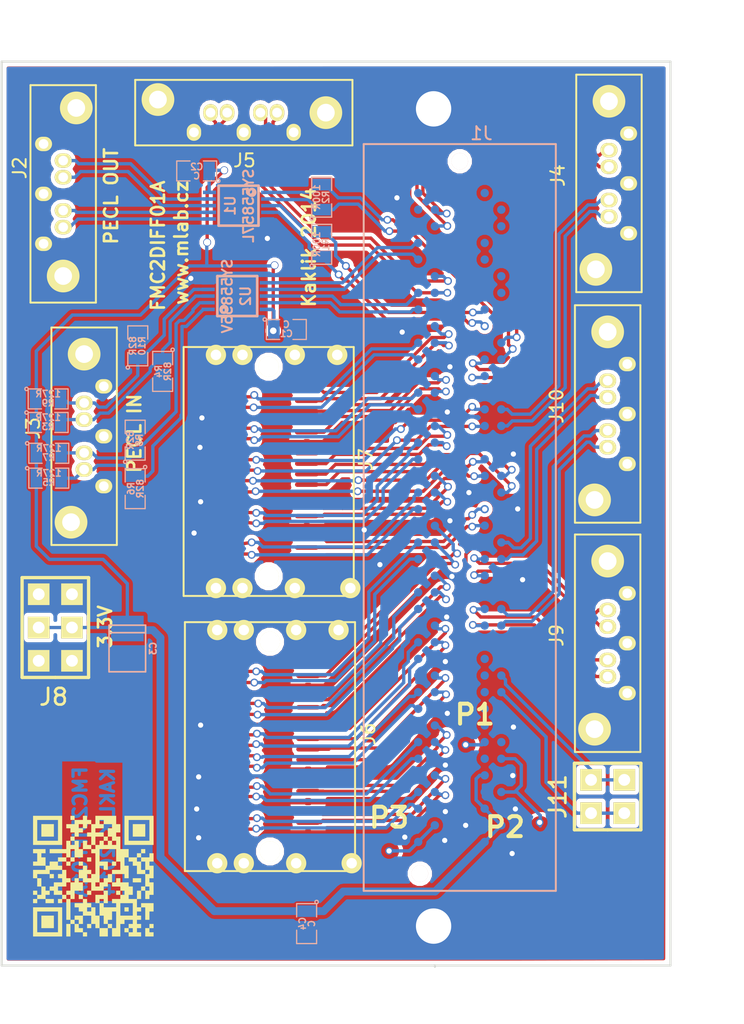
<source format=kicad_pcb>
(kicad_pcb (version 3) (host pcbnew "(2014-jan-25)-product")
  (layers (15 F.Cu signal) (0 B.Cu signal) (18 B.Paste user) (19 F.Paste user) (20 B.SilkS user) (21 F.SilkS user) (22 B.Mask user) (23 F.Mask user) (28 Edge.Cuts user))
  (net 0 "")
  (net 1 +12V)
  (net 2 3V3)
  (net 3 CLK0_M2C_N)
  (net 4 CLK0_M2C_P)
  (net 5 CLK1_M2C_N)
  (net 6 CLK1_M2C_P)
  (net 7 DGND)
  (net 8 LA00_N_CC)
  (net 9 LA00_P_CC)
  (net 10 LA01_N_CC)
  (net 11 LA01_P_CC)
  (net 12 LA02_N)
  (net 13 LA02_P)
  (net 14 LA03_N)
  (net 15 LA03_P)
  (net 16 LA04_N)
  (net 17 LA04_P)
  (net 18 LA06_N)
  (net 19 LA06_P)
  (net 20 LA07_N)
  (net 21 LA07_P)
  (net 22 LA08_N)
  (net 23 LA08_P)
  (net 24 LA09_N)
  (net 25 LA09_P)
  (net 26 LA10_N)
  (net 27 LA10_P)
  (net 28 LA11_N)
  (net 29 LA11_P)
  (net 30 LA12_N)
  (net 31 LA12_P)
  (net 32 LA13_N)
  (net 33 LA13_P)
  (net 34 LA15_N)
  (net 35 LA15_P)
  (net 36 LA16_N)
  (net 37 LA16_P)
  (net 38 LA17_N_CC)
  (net 39 LA17_P_CC)
  (net 40 LA19_N)
  (net 41 LA19_P)
  (net 42 LA20_N)
  (net 43 LA20_P)
  (net 44 LA21_N)
  (net 45 LA21_P)
  (net 46 LA22_N)
  (net 47 LA22_P)
  (net 48 LA23_P)
  (net 49 LA24_N)
  (net 50 LA24_P)
  (net 51 LA25_N)
  (net 52 LA25_P)
  (net 53 LA26_N)
  (net 54 LA26_P)
  (net 55 LA28_N)
  (net 56 LA28_P)
  (net 57 LA29_N)
  (net 58 LA29_P)
  (net 59 LA30_N)
  (net 60 LA30_P)
  (net 61 LA31_N)
  (net 62 LA31_P)
  (net 63 LA32_N)
  (net 64 LA32_P)
  (net 65 LA33_N)
  (net 66 LA33_P)
  (net 67 SCL)
  (net 68 SDA)
  (net 69 VDD)
  (net 70 LA23_N)
  (net 71 "Net-(J2-Pad2)")
  (net 72 "Net-(J2-Pad3)")
  (net 73 "Net-(J2-Pad5)")
  (net 74 "Net-(J2-Pad6)")
  (net 75 "Net-(J3-Pad2)")
  (net 76 "Net-(J3-Pad3)")
  (net 77 "Net-(J3-Pad5)")
  (net 78 "Net-(J3-Pad6)")
  (net 79 TRST_L)
  (net 80 LA27_P)
  (net 81 LA27_N)
  (net 82 LA18_P_CC)
  (net 83 LA18_N_CC)
  (net 84 LA05_P)
  (net 85 LA05_N)
  (net 86 LA14_P)
  (net 87 LA14_N)
  (module LOGO (layer F.Cu) (at 164.4904 126.5646)
    (fp_text reference G*** hide)
    (fp_text value LOGO hide)
  )
  (module Kaklik_konektory:SAS_mini_1888174 (layer F.Cu) (at 178 116.69 270)
    (fp_text reference J6 (at -0.9712 -7.5216 270) (layer F.SilkS))
    (fp_text value SAS_mini_1888174 hide)
    (pad B1 smd oval (at -7 -2.91 270) (size 0.35 1.8) (layers F.Cu F.Paste F.Mask) (net 7 DGND))
    (pad B2 smd oval (at -6.2 -2.91 270) (size 0.35 1.8) (layers F.Cu F.Paste F.Mask) (net 43 LA20_P))
    (pad B3 smd oval (at -5.4 -2.91 270) (size 0.35 1.8) (layers F.Cu F.Paste F.Mask) (net 42 LA20_N))
    (pad B4 smd oval (at -4.6 -2.91 270) (size 0.35 1.8) (layers F.Cu F.Paste F.Mask) (net 7 DGND))
    (pad B5 smd oval (at -3.8 -2.91 270) (size 0.35 1.8) (layers F.Cu F.Paste F.Mask) (net 47 LA22_P))
    (pad B6 smd oval (at -3 -2.91 270) (size 0.35 1.8) (layers F.Cu F.Paste F.Mask) (net 46 LA22_N))
    (pad B7 smd oval (at -2.2 -2.91 270) (size 0.35 1.8) (layers F.Cu F.Paste F.Mask) (net 7 DGND))
    (pad B8 smd oval (at -1.4 -2.91 270) (size 0.35 1.8) (layers F.Cu F.Paste F.Mask) (net 52 LA25_P))
    (pad B9 smd oval (at -0.6 -2.91 270) (size 0.35 1.8) (layers F.Cu F.Paste F.Mask) (net 51 LA25_N))
    (pad B10 smd oval (at 0.2 -2.91 270) (size 0.35 1.8) (layers F.Cu F.Paste F.Mask) (net 58 LA29_P))
    (pad B11 smd oval (at 1 -2.91 270) (size 0.35 1.8) (layers F.Cu F.Paste F.Mask) (net 57 LA29_N))
    (pad B12 smd oval (at 1.8 -2.91 270) (size 0.35 1.8) (layers F.Cu F.Paste F.Mask) (net 7 DGND))
    (pad B13 smd oval (at 2.6 -2.91 270) (size 0.35 1.8) (layers F.Cu F.Paste F.Mask) (net 62 LA31_P))
    (pad B14 smd oval (at 3.4 -2.91 270) (size 0.35 1.8) (layers F.Cu F.Paste F.Mask) (net 61 LA31_N))
    (pad B15 smd oval (at 4.2 -2.91 270) (size 0.35 1.8) (layers F.Cu F.Paste F.Mask) (net 7 DGND))
    (pad B16 smd oval (at 5 -2.91 270) (size 0.35 1.8) (layers F.Cu F.Paste F.Mask) (net 66 LA33_P))
    (pad B17 smd oval (at 5.8 -2.91 270) (size 0.35 1.8) (layers F.Cu F.Paste F.Mask) (net 65 LA33_N))
    (pad A1 smd oval (at -6.5 2.91 270) (size 0.35 1.8) (layers F.Cu F.Paste F.Mask) (net 7 DGND))
    (pad A2 smd oval (at -5.7 2.91 270) (size 0.35 1.8) (layers F.Cu F.Paste F.Mask) (net 41 LA19_P))
    (pad A3 smd oval (at -4.9 2.91 270) (size 0.35 1.8) (layers F.Cu F.Paste F.Mask) (net 40 LA19_N))
    (pad A4 smd oval (at -4.1 2.91 270) (size 0.35 1.8) (layers F.Cu F.Paste F.Mask) (net 7 DGND))
    (pad A5 smd oval (at -3.3 2.91 270) (size 0.35 1.8) (layers F.Cu F.Paste F.Mask) (net 45 LA21_P))
    (pad A6 smd oval (at -2.5 2.91 270) (size 0.35 1.8) (layers F.Cu F.Paste F.Mask) (net 44 LA21_N))
    (pad A7 smd oval (at -1.7 2.91 270) (size 0.35 1.8) (layers F.Cu F.Paste F.Mask) (net 7 DGND))
    (pad A8 smd oval (at -0.9 2.91 270) (size 0.35 1.8) (layers F.Cu F.Paste F.Mask) (net 50 LA24_P))
    (pad A9 smd oval (at -0.1 2.91 270) (size 0.35 1.8) (layers F.Cu F.Paste F.Mask) (net 49 LA24_N))
    (pad A10 smd oval (at 0.7 2.91 270) (size 0.35 1.8) (layers F.Cu F.Paste F.Mask) (net 56 LA28_P))
    (pad A11 smd oval (at 1.5 2.91 270) (size 0.35 1.8) (layers F.Cu F.Paste F.Mask) (net 55 LA28_N))
    (pad A12 smd oval (at 2.3 2.91 270) (size 0.35 1.8) (layers F.Cu F.Paste F.Mask) (net 7 DGND))
    (pad A13 smd oval (at 3.1 2.91 270) (size 0.35 1.8) (layers F.Cu F.Paste F.Mask) (net 60 LA30_P))
    (pad A14 smd oval (at 3.9 2.91 270) (size 0.35 1.8) (layers F.Cu F.Paste F.Mask) (net 59 LA30_N))
    (pad A15 smd oval (at 4.7 2.91 270) (size 0.35 1.8) (layers F.Cu F.Paste F.Mask) (net 7 DGND))
    (pad A16 smd oval (at 5.5 2.91 270) (size 0.35 1.8) (layers F.Cu F.Paste F.Mask) (net 64 LA32_P))
    (pad A17 smd oval (at 6.3 2.91 270) (size 0.35 1.8) (layers F.Cu F.Paste F.Mask) (net 63 LA32_N))
    (pad 1 thru_hole circle (at -8.9 -5.24 270) (size 1.55 1.55) (drill 0.8) (layers *.Cu *.Mask F.SilkS) (net 7 DGND))
    (pad 2 thru_hole circle (at -8.9 -2 270) (size 1.55 1.55) (drill 0.8) (layers *.Cu *.Mask F.SilkS) (net 7 DGND))
    (pad 4 thru_hole circle (at -8.9 4.03 270) (size 1.55 1.55) (drill 0.8) (layers *.Cu *.Mask F.SilkS) (net 7 DGND))
    (pad 3 thru_hole circle (at -8.9 2 270) (size 1.55 1.55) (drill 0.8) (layers *.Cu *.Mask F.SilkS) (net 7 DGND))
    (pad 5 thru_hole circle (at 8.9 -6.24 270) (size 1.55 1.55) (drill 0.8) (layers *.Cu *.Mask F.SilkS) (net 7 DGND))
    (pad 6 thru_hole circle (at 8.9 -2 270) (size 1.55 1.55) (drill 0.8) (layers *.Cu *.Mask F.SilkS) (net 7 DGND))
    (pad "" np_thru_hole circle (at -8 0 270) (size 1.55 1.55) (drill 1.55) (layers *.Mask B.Cu F.SilkS))
    (pad "" np_thru_hole circle (at 8 0 270) (size 1.55 1.55) (drill 1.55) (layers *.Mask B.Cu F.SilkS))
    (pad 8 thru_hole circle (at 8.9 4.03 270) (size 1.55 1.55) (drill 0.8) (layers *.Cu *.Mask F.SilkS) (net 7 DGND))
    (pad 7 thru_hole circle (at 8.9 2 270) (size 1.55 1.55) (drill 0.8) (layers *.Cu *.Mask F.SilkS) (net 7 DGND))
    (pad B18 smd oval (at 6.6 -2.91 270) (size 0.35 1.8) (layers F.Cu F.Paste F.Mask) (net 7 DGND))
    (pad A18 smd oval (at 7.1 2.91 270) (size 0.35 1.8) (layers F.Cu F.Paste F.Mask) (net 7 DGND))
  )
  (module Kaklik_konektory:FMC_LPC_ASP-134604-01 (layer B.Cu) (at 192.5 99.2 90)
    (fp_text reference J1 (at 29.32 1.65 180) (layer B.SilkS) (effects (justify mirror)))
    (fp_text value "ASP-134604-01_(FMC)" hide)
    (pad G40 thru_hole circle (at -31.19 -2 90) (size 4 4) (drill 2.7) (layers *.Cu *.Mask) (net 7 DGND) (clearance 0.1))
    (pad C02 smd circle (at 23.495 3.175 90) (size 0.64 0.64) (layers B.Cu B.Paste B.Mask) (clearance 0.1))
    (pad "" np_thru_hole circle (at 27.19 0 90) (size 1.27 1.27) (drill 1.27) (layers *.Cu *.Mask B.SilkS) (clearance 0.1))
    (pad G01 smd circle (at 24.765 -1.905 90) (size 0.64 0.64) (layers B.Cu B.Paste B.Mask) (net 7 DGND) (clearance 0.1))
    (pad G02 smd circle (at 23.495 -1.905 90) (size 0.64 0.64) (layers B.Cu B.Paste B.Mask) (net 6 CLK1_M2C_P) (clearance 0.1))
    (pad H01 smd circle (at 24.765 -3.175 90) (size 0.64 0.64) (layers B.Cu B.Paste B.Mask) (clearance 0.1))
    (pad H02 smd circle (at 23.495 -3.175 90) (size 0.64 0.64) (layers B.Cu B.Paste B.Mask) (clearance 0.1))
    (pad G07 smd circle (at 17.145 -1.905 90) (size 0.64 0.64) (layers B.Cu B.Paste B.Mask) (net 8 LA00_N_CC) (clearance 0.1))
    (pad H07 smd circle (at 17.145 -3.175 90) (size 0.64 0.64) (layers B.Cu B.Paste B.Mask) (net 13 LA02_P) (clearance 0.1))
    (pad H08 smd circle (at 15.875 -3.175 90) (size 0.64 0.64) (layers B.Cu B.Paste B.Mask) (net 12 LA02_N) (clearance 0.1))
    (pad G08 smd circle (at 15.875 -1.905 90) (size 0.64 0.64) (layers B.Cu B.Paste B.Mask) (net 7 DGND) (clearance 0.1))
    (pad G10 smd circle (at 13.335 -1.905 90) (size 0.64 0.64) (layers B.Cu B.Paste B.Mask) (net 14 LA03_N) (clearance 0.1))
    (pad H10 smd circle (at 13.335 -3.175 90) (size 0.64 0.64) (layers B.Cu B.Paste B.Mask) (net 17 LA04_P) (clearance 0.1))
    (pad H09 smd circle (at 14.605 -3.175 90) (size 0.64 0.64) (layers B.Cu B.Paste B.Mask) (net 7 DGND) (clearance 0.1))
    (pad G09 smd circle (at 14.605 -1.905 90) (size 0.64 0.64) (layers B.Cu B.Paste B.Mask) (net 15 LA03_P) (clearance 0.1))
    (pad G05 smd circle (at 19.685 -1.905 90) (size 0.64 0.64) (layers B.Cu B.Paste B.Mask) (net 7 DGND) (clearance 0.1))
    (pad H05 smd circle (at 19.685 -3.175 90) (size 0.64 0.64) (layers B.Cu B.Paste B.Mask) (net 3 CLK0_M2C_N) (clearance 0.1))
    (pad H06 smd circle (at 18.415 -3.175 90) (size 0.64 0.64) (layers B.Cu B.Paste B.Mask) (net 7 DGND) (clearance 0.1))
    (pad G06 smd circle (at 18.415 -1.905 90) (size 0.64 0.64) (layers B.Cu B.Paste B.Mask) (net 9 LA00_P_CC) (clearance 0.1))
    (pad G04 smd circle (at 20.955 -1.905 90) (size 0.64 0.64) (layers B.Cu B.Paste B.Mask) (net 7 DGND) (clearance 0.1))
    (pad H04 smd circle (at 20.955 -3.175 90) (size 0.64 0.64) (layers B.Cu B.Paste B.Mask) (net 4 CLK0_M2C_P) (clearance 0.1))
    (pad H03 smd circle (at 22.225 -3.175 90) (size 0.64 0.64) (layers B.Cu B.Paste B.Mask) (net 7 DGND) (clearance 0.1))
    (pad G03 smd circle (at 22.225 -1.905 90) (size 0.64 0.64) (layers B.Cu B.Paste B.Mask) (net 5 CLK1_M2C_N) (clearance 0.1))
    (pad G19 smd circle (at 1.905 -1.905 90) (size 0.64 0.64) (layers B.Cu B.Paste B.Mask) (net 36 LA16_N) (clearance 0.1))
    (pad H19 smd circle (at 1.905 -3.175 90) (size 0.64 0.64) (layers B.Cu B.Paste B.Mask) (net 35 LA15_P) (clearance 0.1))
    (pad H20 smd circle (at 0.635 -3.175 90) (size 0.64 0.64) (layers B.Cu B.Paste B.Mask) (net 34 LA15_N) (clearance 0.1))
    (pad G20 smd circle (at 0.635 -1.905 90) (size 0.64 0.64) (layers B.Cu B.Paste B.Mask) (net 7 DGND) (clearance 0.1))
    (pad G21 smd circle (at -0.635 -1.905 90) (size 0.64 0.64) (layers B.Cu B.Paste B.Mask) (net 43 LA20_P) (clearance 0.1))
    (pad H21 smd circle (at -0.625 -3.175 90) (size 0.64 0.64) (layers B.Cu B.Paste B.Mask) (net 7 DGND) (clearance 0.1))
    (pad G24 smd circle (at -4.445 -1.905 90) (size 0.64 0.64) (layers B.Cu B.Paste B.Mask) (net 47 LA22_P) (clearance 0.1))
    (pad H24 smd circle (at -4.445 -3.175 90) (size 0.64 0.64) (layers B.Cu B.Paste B.Mask) (net 7 DGND) (clearance 0.1))
    (pad H25 smd circle (at -5.715 -3.175 90) (size 0.64 0.64) (layers B.Cu B.Paste B.Mask) (net 45 LA21_P) (clearance 0.1))
    (pad G25 smd circle (at -5.715 -1.905 90) (size 0.64 0.64) (layers B.Cu B.Paste B.Mask) (net 46 LA22_N) (clearance 0.1))
    (pad G23 smd circle (at -3.175 -1.905 90) (size 0.64 0.64) (layers B.Cu B.Paste B.Mask) (net 7 DGND) (clearance 0.1))
    (pad H23 smd circle (at -3.175 -3.175 90) (size 0.64 0.64) (layers B.Cu B.Paste B.Mask) (net 40 LA19_N) (clearance 0.1))
    (pad H22 smd circle (at -1.905 -3.175 90) (size 0.64 0.64) (layers B.Cu B.Paste B.Mask) (net 41 LA19_P) (clearance 0.1))
    (pad G22 smd circle (at -1.905 -1.905 90) (size 0.64 0.64) (layers B.Cu B.Paste B.Mask) (net 42 LA20_N) (clearance 0.1))
    (pad G15 smd circle (at 6.985 -1.905 90) (size 0.64 0.64) (layers B.Cu B.Paste B.Mask) (net 31 LA12_P) (clearance 0.1))
    (pad H15 smd circle (at 6.985 -3.175 90) (size 0.64 0.64) (layers B.Cu B.Paste B.Mask) (net 7 DGND) (clearance 0.1))
    (pad H16 smd circle (at 5.715 -3.175 90) (size 0.64 0.64) (layers B.Cu B.Paste B.Mask) (net 29 LA11_P) (clearance 0.1))
    (pad G16 smd circle (at 5.715 -1.905 90) (size 0.64 0.64) (layers B.Cu B.Paste B.Mask) (net 30 LA12_N) (clearance 0.1))
    (pad G18 smd circle (at 3.175 -1.905 90) (size 0.64 0.64) (layers B.Cu B.Paste B.Mask) (net 37 LA16_P) (clearance 0.1))
    (pad H18 smd circle (at 3.175 -3.175 90) (size 0.64 0.64) (layers B.Cu B.Paste B.Mask) (net 7 DGND) (clearance 0.1))
    (pad H17 smd circle (at 4.445 -3.175 90) (size 0.64 0.64) (layers B.Cu B.Paste B.Mask) (net 28 LA11_N) (clearance 0.1))
    (pad G17 smd circle (at 4.445 -1.905 90) (size 0.64 0.64) (layers B.Cu B.Paste B.Mask) (net 7 DGND) (clearance 0.1))
    (pad G13 smd circle (at 9.525 -1.905 90) (size 0.64 0.64) (layers B.Cu B.Paste B.Mask) (net 22 LA08_N) (clearance 0.1))
    (pad H13 smd circle (at 9.525 -3.175 90) (size 0.64 0.64) (layers B.Cu B.Paste B.Mask) (net 21 LA07_P) (clearance 0.1))
    (pad H14 smd circle (at 8.255 -3.175 90) (size 0.64 0.64) (layers B.Cu B.Paste B.Mask) (net 20 LA07_N) (clearance 0.1))
    (pad G14 smd circle (at 8.255 -1.905 90) (size 0.64 0.64) (layers B.Cu B.Paste B.Mask) (net 7 DGND) (clearance 0.1))
    (pad G12 smd circle (at 10.795 -1.905 90) (size 0.64 0.64) (layers B.Cu B.Paste B.Mask) (net 23 LA08_P) (clearance 0.1))
    (pad H12 smd circle (at 10.795 -3.175 90) (size 0.64 0.64) (layers B.Cu B.Paste B.Mask) (net 7 DGND) (clearance 0.1))
    (pad H11 smd circle (at 12.065 -3.175 90) (size 0.64 0.64) (layers B.Cu B.Paste B.Mask) (net 16 LA04_N) (clearance 0.1))
    (pad G11 smd circle (at 12.065 -1.905 90) (size 0.64 0.64) (layers B.Cu B.Paste B.Mask) (net 7 DGND) (clearance 0.1))
    (pad G29 smd circle (at -10.795 -1.905 90) (size 0.64 0.64) (layers B.Cu B.Paste B.Mask) (net 7 DGND) (clearance 0.1))
    (pad H29 smd circle (at -10.795 -3.175 90) (size 0.64 0.64) (layers B.Cu B.Paste B.Mask) (net 49 LA24_N) (clearance 0.1))
    (pad H30 smd circle (at -12.065 -3.175 90) (size 0.64 0.64) (layers B.Cu B.Paste B.Mask) (net 7 DGND) (clearance 0.1))
    (pad G30 smd circle (at -12.065 -1.905 90) (size 0.64 0.64) (layers B.Cu B.Paste B.Mask) (net 58 LA29_P) (clearance 0.1))
    (pad G32 smd circle (at -14.605 -1.905 90) (size 0.64 0.64) (layers B.Cu B.Paste B.Mask) (net 7 DGND) (clearance 0.1))
    (pad H32 smd circle (at -14.605 -3.175 90) (size 0.64 0.64) (layers B.Cu B.Paste B.Mask) (net 55 LA28_N) (clearance 0.1))
    (pad H31 smd circle (at -13.335 -3.175 90) (size 0.64 0.64) (layers B.Cu B.Paste B.Mask) (net 56 LA28_P) (clearance 0.1))
    (pad G31 smd circle (at -13.335 -1.905 90) (size 0.64 0.64) (layers B.Cu B.Paste B.Mask) (net 57 LA29_N) (clearance 0.1))
    (pad H28 smd circle (at -9.525 -3.175 90) (size 0.64 0.64) (layers B.Cu B.Paste B.Mask) (net 50 LA24_P) (clearance 0.1))
    (pad G28 smd circle (at -9.525 -1.905 90) (size 0.64 0.64) (layers B.Cu B.Paste B.Mask) (net 51 LA25_N) (clearance 0.1))
    (pad G27 smd circle (at -8.255 -1.905 90) (size 0.64 0.64) (layers B.Cu B.Paste B.Mask) (net 52 LA25_P) (clearance 0.1))
    (pad H27 smd circle (at -8.255 -3.175 90) (size 0.64 0.64) (layers B.Cu B.Paste B.Mask) (net 7 DGND) (clearance 0.1))
    (pad H26 smd circle (at -6.985 -3.175 90) (size 0.64 0.64) (layers B.Cu B.Paste B.Mask) (net 44 LA21_N) (clearance 0.1))
    (pad G26 smd circle (at -6.985 -1.905 90) (size 0.64 0.64) (layers B.Cu B.Paste B.Mask) (net 7 DGND) (clearance 0.1))
    (pad G35 smd circle (at -18.415 -1.905 90) (size 0.64 0.64) (layers B.Cu B.Paste B.Mask) (net 7 DGND) (clearance 0.1))
    (pad H35 smd circle (at -18.415 -3.175 90) (size 0.64 0.64) (layers B.Cu B.Paste B.Mask) (net 59 LA30_N) (clearance 0.1))
    (pad H36 smd circle (at -19.685 -3.175 90) (size 0.64 0.64) (layers B.Cu B.Paste B.Mask) (net 7 DGND) (clearance 0.1))
    (pad G36 smd circle (at -19.685 -1.905 90) (size 0.64 0.64) (layers B.Cu B.Paste B.Mask) (net 66 LA33_P) (clearance 0.1))
    (pad G37 smd circle (at -20.955 -1.905 90) (size 0.64 0.64) (layers B.Cu B.Paste B.Mask) (net 65 LA33_N) (clearance 0.1))
    (pad H37 smd circle (at -20.955 -3.175 90) (size 0.64 0.64) (layers B.Cu B.Paste B.Mask) (net 64 LA32_P) (clearance 0.1))
    (pad G40 smd circle (at -24.765 -1.905 90) (size 0.64 0.64) (layers B.Cu B.Paste B.Mask) (net 7 DGND) (clearance 0.1))
    (pad H40 smd circle (at -24.765 -3.175 90) (size 0.64 0.64) (layers B.Cu B.Paste B.Mask) (net 69 VDD) (clearance 0.1))
    (pad G39 smd circle (at -23.495 -1.905 90) (size 0.64 0.64) (layers B.Cu B.Paste B.Mask) (net 69 VDD) (clearance 0.1))
    (pad H39 smd circle (at -23.495 -3.175 90) (size 0.64 0.64) (layers B.Cu B.Paste B.Mask) (net 7 DGND) (clearance 0.1))
    (pad H38 smd circle (at -22.225 -3.175 90) (size 0.64 0.64) (layers B.Cu B.Paste B.Mask) (net 63 LA32_N) (clearance 0.1))
    (pad G38 smd circle (at -22.225 -1.905 90) (size 0.64 0.64) (layers B.Cu B.Paste B.Mask) (net 7 DGND) (clearance 0.1))
    (pad G34 smd circle (at -17.145 -1.905 90) (size 0.64 0.64) (layers B.Cu B.Paste B.Mask) (net 61 LA31_N) (clearance 0.1))
    (pad H34 smd circle (at -17.145 -3.175 90) (size 0.64 0.64) (layers B.Cu B.Paste B.Mask) (net 60 LA30_P) (clearance 0.1))
    (pad H33 smd circle (at -15.875 -3.175 90) (size 0.64 0.64) (layers B.Cu B.Paste B.Mask) (net 7 DGND) (clearance 0.1))
    (pad G33 smd circle (at -15.875 -1.905 90) (size 0.64 0.64) (layers B.Cu B.Paste B.Mask) (net 62 LA31_P) (clearance 0.1))
    (pad C33 smd circle (at -15.875 3.175 90) (size 0.64 0.64) (layers B.Cu B.Paste B.Mask) (net 7 DGND) (clearance 0.1))
    (pad D33 smd circle (at -15.875 1.905 90) (size 0.64 0.64) (layers B.Cu B.Paste B.Mask) (clearance 0.1))
    (pad D34 smd circle (at -17.145 1.905 90) (size 0.64 0.64) (layers B.Cu B.Paste B.Mask) (net 79 TRST_L) (clearance 0.1))
    (pad C34 smd circle (at -17.145 3.175 90) (size 0.64 0.64) (layers B.Cu B.Paste B.Mask) (clearance 0.1))
    (pad C38 smd circle (at -22.225 3.175 90) (size 0.64 0.64) (layers B.Cu B.Paste B.Mask) (net 7 DGND) (clearance 0.1))
    (pad D38 smd circle (at -22.225 1.905 90) (size 0.64 0.64) (layers B.Cu B.Paste B.Mask) (net 2 3V3) (clearance 0.1))
    (pad D39 smd circle (at -23.495 1.905 90) (size 0.64 0.64) (layers B.Cu B.Paste B.Mask) (net 7 DGND) (clearance 0.1))
    (pad C39 smd circle (at -23.495 3.175 90) (size 0.64 0.64) (layers B.Cu B.Paste B.Mask) (net 2 3V3) (clearance 0.1))
    (pad D40 smd circle (at -24.765 1.905 90) (size 0.64 0.64) (layers B.Cu B.Paste B.Mask) (net 2 3V3) (clearance 0.1))
    (pad C40 smd circle (at -24.765 3.175 90) (size 0.64 0.64) (layers B.Cu B.Paste B.Mask) (net 7 DGND) (clearance 0.1))
    (pad D37 smd circle (at -20.955 1.905 90) (size 0.64 0.64) (layers B.Cu B.Paste B.Mask) (net 7 DGND) (clearance 0.1))
    (pad C37 smd circle (at -20.955 3.175 90) (size 0.64 0.64) (layers B.Cu B.Paste B.Mask) (net 1 +12V) (clearance 0.1))
    (pad C36 smd circle (at -19.685 3.175 90) (size 0.64 0.64) (layers B.Cu B.Paste B.Mask) (net 7 DGND) (clearance 0.1))
    (pad D36 smd circle (at -19.685 1.905 90) (size 0.64 0.64) (layers B.Cu B.Paste B.Mask) (net 2 3V3) (clearance 0.1))
    (pad D35 smd circle (at -18.415 1.905 90) (size 0.64 0.64) (layers B.Cu B.Paste B.Mask) (clearance 0.1))
    (pad C35 smd circle (at -18.415 3.175 90) (size 0.64 0.64) (layers B.Cu B.Paste B.Mask) (net 1 +12V) (clearance 0.1))
    (pad C26 smd circle (at -6.985 3.175 90) (size 0.64 0.64) (layers B.Cu B.Paste B.Mask) (net 80 LA27_P) (clearance 0.1))
    (pad D26 smd circle (at -6.985 1.905 90) (size 0.64 0.64) (layers B.Cu B.Paste B.Mask) (net 54 LA26_P) (clearance 0.1))
    (pad D27 smd circle (at -8.255 1.905 90) (size 0.64 0.64) (layers B.Cu B.Paste B.Mask) (net 53 LA26_N) (clearance 0.1))
    (pad C27 smd circle (at -8.255 3.175 90) (size 0.64 0.64) (layers B.Cu B.Paste B.Mask) (net 81 LA27_N) (clearance 0.1))
    (pad C28 smd circle (at -9.525 3.175 90) (size 0.64 0.64) (layers B.Cu B.Paste B.Mask) (net 7 DGND) (clearance 0.1))
    (pad D28 smd circle (at -9.525 1.905 90) (size 0.64 0.64) (layers B.Cu B.Paste B.Mask) (net 7 DGND) (clearance 0.1))
    (pad C31 smd circle (at -13.335 3.175 90) (size 0.64 0.64) (layers B.Cu B.Paste B.Mask) (net 68 SDA) (clearance 0.1))
    (pad D31 smd circle (at -13.335 1.905 90) (size 0.64 0.64) (layers B.Cu B.Paste B.Mask) (clearance 0.1))
    (pad D32 smd circle (at -14.605 1.905 90) (size 0.64 0.64) (layers B.Cu B.Paste B.Mask) (clearance 0.1))
    (pad C32 smd circle (at -14.605 3.175 90) (size 0.64 0.64) (layers B.Cu B.Paste B.Mask) (net 7 DGND) (clearance 0.1))
    (pad C30 smd circle (at -12.065 3.175 90) (size 0.64 0.64) (layers B.Cu B.Paste B.Mask) (net 67 SCL) (clearance 0.1))
    (pad D30 smd circle (at -12.065 1.905 90) (size 0.64 0.64) (layers B.Cu B.Paste B.Mask) (clearance 0.1))
    (pad D29 smd circle (at -10.795 1.905 90) (size 0.64 0.64) (layers B.Cu B.Paste B.Mask) (clearance 0.1))
    (pad C29 smd circle (at -10.795 3.175 90) (size 0.64 0.64) (layers B.Cu B.Paste B.Mask) (net 7 DGND) (clearance 0.1))
    (pad C11 smd circle (at 12.065 3.175 90) (size 0.64 0.64) (layers B.Cu B.Paste B.Mask) (net 18 LA06_N) (clearance 0.1))
    (pad D11 smd circle (at 12.065 1.905 90) (size 0.64 0.64) (layers B.Cu B.Paste B.Mask) (net 84 LA05_P) (clearance 0.1))
    (pad D12 smd circle (at 10.795 1.905 90) (size 0.64 0.64) (layers B.Cu B.Paste B.Mask) (net 85 LA05_N) (clearance 0.1))
    (pad C12 smd circle (at 10.795 3.175 90) (size 0.64 0.64) (layers B.Cu B.Paste B.Mask) (net 7 DGND) (clearance 0.1))
    (pad C14 smd circle (at 8.255 3.175 90) (size 0.64 0.64) (layers B.Cu B.Paste B.Mask) (net 27 LA10_P) (clearance 0.1))
    (pad D14 smd circle (at 8.255 1.905 90) (size 0.64 0.64) (layers B.Cu B.Paste B.Mask) (net 25 LA09_P) (clearance 0.1))
    (pad D13 smd circle (at 9.525 1.905 90) (size 0.64 0.64) (layers B.Cu B.Paste B.Mask) (net 7 DGND) (clearance 0.1))
    (pad C13 smd circle (at 9.525 3.175 90) (size 0.64 0.64) (layers B.Cu B.Paste B.Mask) (net 7 DGND) (clearance 0.1))
    (pad C17 smd circle (at 4.445 3.175 90) (size 0.64 0.64) (layers B.Cu B.Paste B.Mask) (net 7 DGND) (clearance 0.1))
    (pad D17 smd circle (at 4.445 1.905 90) (size 0.64 0.64) (layers B.Cu B.Paste B.Mask) (net 33 LA13_P) (clearance 0.1))
    (pad D18 smd circle (at 3.175 1.905 90) (size 0.64 0.64) (layers B.Cu B.Paste B.Mask) (net 32 LA13_N) (clearance 0.1))
    (pad C18 smd circle (at 3.175 3.175 90) (size 0.64 0.64) (layers B.Cu B.Paste B.Mask) (net 86 LA14_P) (clearance 0.1))
    (pad C16 smd circle (at 5.715 3.175 90) (size 0.64 0.64) (layers B.Cu B.Paste B.Mask) (net 7 DGND) (clearance 0.1))
    (pad D16 smd circle (at 5.715 1.905 90) (size 0.64 0.64) (layers B.Cu B.Paste B.Mask) (net 7 DGND) (clearance 0.1))
    (pad D15 smd circle (at 6.985 1.905 90) (size 0.64 0.64) (layers B.Cu B.Paste B.Mask) (net 24 LA09_N) (clearance 0.1))
    (pad C15 smd circle (at 6.985 3.175 90) (size 0.64 0.64) (layers B.Cu B.Paste B.Mask) (net 26 LA10_N) (clearance 0.1))
    (pad C22 smd circle (at -1.905 3.175 90) (size 0.64 0.64) (layers B.Cu B.Paste B.Mask) (net 82 LA18_P_CC) (clearance 0.1))
    (pad D22 smd circle (at -1.905 1.905 90) (size 0.64 0.64) (layers B.Cu B.Paste B.Mask) (net 7 DGND) (clearance 0.1))
    (pad D23 smd circle (at -3.175 1.905 90) (size 0.64 0.64) (layers B.Cu B.Paste B.Mask) (net 48 LA23_P) (clearance 0.1))
    (pad C23 smd circle (at -3.175 3.175 90) (size 0.64 0.64) (layers B.Cu B.Paste B.Mask) (net 83 LA18_N_CC) (clearance 0.1))
    (pad C25 smd circle (at -5.715 3.175 90) (size 0.64 0.64) (layers B.Cu B.Paste B.Mask) (net 7 DGND) (clearance 0.1))
    (pad D25 smd circle (at -5.715 1.905 90) (size 0.64 0.64) (layers B.Cu B.Paste B.Mask) (net 7 DGND) (clearance 0.1))
    (pad D24 smd circle (at -4.445 1.905 90) (size 0.64 0.64) (layers B.Cu B.Paste B.Mask) (net 70 LA23_N) (clearance 0.1))
    (pad C24 smd circle (at -4.445 3.175 90) (size 0.64 0.64) (layers B.Cu B.Paste B.Mask) (net 7 DGND) (clearance 0.1))
    (pad D21 smd circle (at -0.625 1.905 90) (size 0.64 0.64) (layers B.Cu B.Paste B.Mask) (net 38 LA17_N_CC) (clearance 0.1))
    (pad C21 smd circle (at -0.635 3.175 90) (size 0.64 0.64) (layers B.Cu B.Paste B.Mask) (net 7 DGND) (clearance 0.1))
    (pad C20 smd circle (at 0.635 3.175 90) (size 0.64 0.64) (layers B.Cu B.Paste B.Mask) (net 7 DGND) (clearance 0.1))
    (pad D20 smd circle (at 0.635 1.905 90) (size 0.64 0.64) (layers B.Cu B.Paste B.Mask) (net 39 LA17_P_CC) (clearance 0.1))
    (pad D19 smd circle (at 1.905 1.905 90) (size 0.64 0.64) (layers B.Cu B.Paste B.Mask) (net 7 DGND) (clearance 0.1))
    (pad C19 smd circle (at 1.905 3.175 90) (size 0.64 0.64) (layers B.Cu B.Paste B.Mask) (net 87 LA14_N) (clearance 0.1))
    (pad C03 smd circle (at 22.225 3.175 90) (size 0.64 0.64) (layers B.Cu B.Paste B.Mask) (clearance 0.1))
    (pad D03 smd circle (at 22.225 1.905 90) (size 0.64 0.64) (layers B.Cu B.Paste B.Mask) (net 7 DGND) (clearance 0.1))
    (pad D04 smd circle (at 20.955 1.905 90) (size 0.64 0.64) (layers B.Cu B.Paste B.Mask) (clearance 0.1))
    (pad C04 smd circle (at 20.955 3.175 90) (size 0.64 0.64) (layers B.Cu B.Paste B.Mask) (net 7 DGND) (clearance 0.1))
    (pad C06 smd circle (at 18.415 3.175 90) (size 0.64 0.64) (layers B.Cu B.Paste B.Mask) (clearance 0.1))
    (pad D06 smd circle (at 18.415 1.905 90) (size 0.64 0.64) (layers B.Cu B.Paste B.Mask) (net 7 DGND) (clearance 0.1))
    (pad D05 smd circle (at 19.685 1.905 90) (size 0.64 0.64) (layers B.Cu B.Paste B.Mask) (clearance 0.1))
    (pad C05 smd circle (at 19.685 3.175 90) (size 0.64 0.64) (layers B.Cu B.Paste B.Mask) (net 7 DGND) (clearance 0.1))
    (pad C09 smd circle (at 14.605 3.175 90) (size 0.64 0.64) (layers B.Cu B.Paste B.Mask) (net 7 DGND) (clearance 0.1))
    (pad D09 smd circle (at 14.605 1.905 90) (size 0.64 0.64) (layers B.Cu B.Paste B.Mask) (net 10 LA01_N_CC) (clearance 0.1))
    (pad D10 smd circle (at 13.335 1.905 90) (size 0.64 0.64) (layers B.Cu B.Paste B.Mask) (net 7 DGND) (clearance 0.1))
    (pad C10 smd circle (at 13.335 3.175 90) (size 0.64 0.64) (layers B.Cu B.Paste B.Mask) (net 19 LA06_P) (clearance 0.1))
    (pad C08 smd circle (at 15.875 3.175 90) (size 0.64 0.64) (layers B.Cu B.Paste B.Mask) (net 7 DGND) (clearance 0.1))
    (pad D08 smd circle (at 15.875 1.905 90) (size 0.64 0.64) (layers B.Cu B.Paste B.Mask) (net 11 LA01_P_CC) (clearance 0.1))
    (pad D07 smd circle (at 17.145 1.905 90) (size 0.64 0.64) (layers B.Cu B.Paste B.Mask) (net 7 DGND) (clearance 0.1))
    (pad C07 smd circle (at 17.145 3.175 90) (size 0.64 0.64) (layers B.Cu B.Paste B.Mask) (clearance 0.1))
    (pad D02 smd circle (at 23.495 1.905 90) (size 0.64 0.64) (layers B.Cu B.Paste B.Mask) (net 7 DGND) (clearance 0.1))
    (pad D01 smd circle (at 24.765 1.905 90) (size 0.64 0.64) (layers B.Cu B.Paste B.Mask) (clearance 0.1))
    (pad C01 smd circle (at 24.765 3.175 90) (size 0.64 0.64) (layers B.Cu B.Paste B.Mask) (net 7 DGND))
    (pad "" np_thru_hole circle (at -27.19 -3.05 90) (size 1.27 1.27) (drill 1.27) (layers *.Cu *.Mask B.SilkS) (clearance 0.1))
    (pad C01 thru_hole circle (at 31.19 -2 90) (size 4 4) (drill 2.7) (layers *.Cu *.Mask) (net 7 DGND))
  )
  (module Kaklik_konektory:SATA-7_THT_VERT (layer F.Cu) (at 162.2 74.5 270)
    (fp_text reference J2 (at -1.9866 3.323 270) (layer F.SilkS))
    (fp_text value SATA7-67491-1030 hide)
    (pad 9 thru_hole circle (at 6.27 0 270) (size 2.5 2.5) (drill 1.35) (layers *.Cu *.Mask F.SilkS) (net 7 DGND))
    (pad 2 thru_hole oval (at 2.54 0 270) (size 1.1 1.3) (drill 0.74) (layers *.Cu *.Mask F.SilkS) (net 71 "Net-(J2-Pad2)"))
    (pad 8 thru_hole circle (at -6.56 -1 270) (size 2.5 2.5) (drill 1.35) (layers *.Cu *.Mask F.SilkS) (net 7 DGND))
    (pad 3 thru_hole oval (at 1.27 0 270) (size 1.1 1.3) (drill 0.74) (layers *.Cu *.Mask F.SilkS) (net 72 "Net-(J2-Pad3)"))
    (pad 5 thru_hole oval (at -1.27 0 270) (size 1.1 1.3) (drill 0.74) (layers *.Cu *.Mask F.SilkS) (net 73 "Net-(J2-Pad5)"))
    (pad 6 thru_hole oval (at -2.54 0 270) (size 1.1 1.3) (drill 0.74) (layers *.Cu *.Mask F.SilkS) (net 74 "Net-(J2-Pad6)"))
    (pad 7 thru_hole oval (at -3.81 1.5 270) (size 1.1 1.3) (drill 0.74) (layers *.Cu *.Mask F.SilkS) (net 7 DGND))
    (pad 4 thru_hole oval (at 0 1.5 270) (size 1.1 1.3) (drill 0.74) (layers *.Cu *.Mask F.SilkS) (net 7 DGND))
    (pad 1 thru_hole oval (at 3.81 1.5 270) (size 1.1 1.3) (drill 0.74) (layers *.Cu *.Mask F.SilkS) (net 7 DGND))
  )
  (module Jumpery_MLAB:Pin_Header_Straight_2x03 (layer F.Cu) (at 161.6 107.6 90)
    (fp_text reference J8 (at -5.2994 -0.1322 180) (layer F.SilkS) (effects (font (size 1.27 1.27) (thickness 0.2032))))
    (fp_text value JUMP_3X2_CONN hide)
    (pad 1 thru_hole rect (at -2.54 1.27 90) (size 1.651 1.651) (drill 0.9) (layers *.Cu *.Mask F.SilkS) (net 7 DGND))
    (pad 2 thru_hole rect (at 0 1.27 90) (size 1.651 1.651) (drill 0.9) (layers *.Cu *.Mask F.SilkS) (net 2 3V3))
    (pad 3 thru_hole rect (at 2.54 1.27 90) (size 1.651 1.651) (drill 0.9) (layers *.Cu *.Mask F.SilkS) (net 7 DGND))
    (pad 4 thru_hole rect (at 2.54 -1.27 90) (size 1.651 1.651) (drill 0.9) (layers *.Cu *.Mask F.SilkS) (net 7 DGND))
    (pad 5 thru_hole rect (at 0 -1.27 90) (size 1.651 1.651) (drill 0.9) (layers *.Cu *.Mask F.SilkS) (net 2 3V3))
    (pad 6 thru_hole rect (at -2.54 -1.27 90) (size 1.651 1.651) (drill 0.9) (layers *.Cu *.Mask F.SilkS) (net 7 DGND))
  )
  (module SMD_Packages:SM0805 (layer B.Cu) (at 179.25 84.85)
    (fp_text reference C1 (at 0 0.3175) (layer B.SilkS) (effects (font (size 0.50038 0.50038) (thickness 0.10922)) (justify mirror)))
    (fp_text value C (at 0 -0.381) (layer B.SilkS) (effects (font (size 0.50038 0.50038) (thickness 0.10922)) (justify mirror)))
    (pad 1 smd rect (at -0.9525 0) (size 0.889 1.397) (layers B.Cu B.Paste B.Mask) (net 2 3V3))
    (pad 2 smd rect (at 0.9525 0) (size 0.889 1.397) (layers B.Cu B.Paste B.Mask) (net 7 DGND))
  )
  (module SMD_Packages:SM0805 (layer B.Cu) (at 172.4 72.75 180)
    (fp_text reference C2 (at 0 0.3175 180) (layer B.SilkS) (effects (font (size 0.50038 0.50038) (thickness 0.10922)) (justify mirror)))
    (fp_text value C (at 0 -0.381 180) (layer B.SilkS) (effects (font (size 0.50038 0.50038) (thickness 0.10922)) (justify mirror)))
    (pad 1 smd rect (at -0.9525 0 180) (size 0.889 1.397) (layers B.Cu B.Paste B.Mask) (net 2 3V3))
    (pad 2 smd rect (at 0.9525 0 180) (size 0.889 1.397) (layers B.Cu B.Paste B.Mask) (net 7 DGND))
  )
  (module Capacitors_SMD:c_tant_B (layer B.Cu) (at 167.1 109.2 90)
    (fp_text reference C3 (at 0 1.9685 90) (layer B.SilkS) (effects (font (size 0.50038 0.50038) (thickness 0.11938)) (justify mirror)))
    (fp_text value CP1 hide)
    (pad 1 smd rect (at 1.524 0 90) (size 1.95072 2.49936) (layers B.Cu B.Paste B.Mask) (net 2 3V3))
    (pad 2 smd rect (at -1.524 0 90) (size 1.95072 2.49936) (layers B.Cu B.Paste B.Mask) (net 7 DGND))
  )
  (module SMD_Packages:MSOP10-0.5 (layer B.Cu) (at 175.6 75.4 270)
    (fp_text reference U1 (at 0 0.635 270) (layer B.SilkS) (effects (font (size 0.762 0.762) (thickness 0.1524)) (justify mirror)))
    (fp_text value SY55857L (at 0 -0.762 270) (layer B.SilkS) (effects (font (size 0.762 0.762) (thickness 0.1524)) (justify mirror)))
    (pad 1 smd rect (at -1.016 -2.2225 270) (size 0.26924 1.00076) (layers B.Cu B.Paste B.Mask) (net 19 LA06_P))
    (pad 2 smd rect (at -0.508 -2.2225 270) (size 0.26924 1.00076) (layers B.Cu B.Paste B.Mask) (net 18 LA06_N))
    (pad 3 smd rect (at 0 -2.2225 270) (size 0.26924 1.00076) (layers B.Cu B.Paste B.Mask) (net 11 LA01_P_CC))
    (pad 4 smd rect (at 0.508 -2.2225 270) (size 0.26924 1.00076) (layers B.Cu B.Paste B.Mask) (net 10 LA01_N_CC))
    (pad 5 smd rect (at 1.016 -2.2225 270) (size 0.26924 1.00076) (layers B.Cu B.Paste B.Mask) (net 7 DGND))
    (pad 6 smd rect (at 1.016 2.2225 270) (size 0.26924 1.00076) (layers B.Cu B.Paste B.Mask) (net 71 "Net-(J2-Pad2)"))
    (pad 7 smd rect (at 0.508 2.2225 270) (size 0.26924 1.00076) (layers B.Cu B.Paste B.Mask) (net 72 "Net-(J2-Pad3)"))
    (pad 8 smd rect (at 0 2.2225 270) (size 0.26924 1.00076) (layers B.Cu B.Paste B.Mask) (net 73 "Net-(J2-Pad5)"))
    (pad 9 smd rect (at -0.508 2.2225 270) (size 0.26924 1.00076) (layers B.Cu B.Paste B.Mask) (net 74 "Net-(J2-Pad6)"))
    (pad 10 smd rect (at -1.016 2.2225 270) (size 0.26924 1.00076) (layers B.Cu B.Paste B.Mask) (net 2 3V3))
  )
  (module SMD_Packages:MSOP10-0.5 (layer B.Cu) (at 175.5 82.3 90)
    (fp_text reference U2 (at 0 0.635 270) (layer B.SilkS) (effects (font (size 0.762 0.762) (thickness 0.1524)) (justify mirror)))
    (fp_text value SY55855V (at 0 -0.762 90) (layer B.SilkS) (effects (font (size 0.762 0.762) (thickness 0.1524)) (justify mirror)))
    (pad 1 smd rect (at -1.016 -2.2225 90) (size 0.26924 1.00076) (layers B.Cu B.Paste B.Mask) (net 78 "Net-(J3-Pad6)"))
    (pad 2 smd rect (at -0.508 -2.2225 90) (size 0.26924 1.00076) (layers B.Cu B.Paste B.Mask) (net 77 "Net-(J3-Pad5)"))
    (pad 3 smd rect (at 0 -2.2225 90) (size 0.26924 1.00076) (layers B.Cu B.Paste B.Mask) (net 76 "Net-(J3-Pad3)"))
    (pad 4 smd rect (at 0.508 -2.2225 90) (size 0.26924 1.00076) (layers B.Cu B.Paste B.Mask) (net 75 "Net-(J3-Pad2)"))
    (pad 5 smd rect (at 1.016 -2.2225 90) (size 0.26924 1.00076) (layers B.Cu B.Paste B.Mask) (net 7 DGND))
    (pad 6 smd rect (at 1.016 2.2225 90) (size 0.26924 1.00076) (layers B.Cu B.Paste B.Mask) (net 4 CLK0_M2C_P))
    (pad 7 smd rect (at 0.508 2.2225 90) (size 0.26924 1.00076) (layers B.Cu B.Paste B.Mask) (net 3 CLK0_M2C_N))
    (pad 8 smd rect (at 0 2.2225 90) (size 0.26924 1.00076) (layers B.Cu B.Paste B.Mask) (net 13 LA02_P))
    (pad 9 smd rect (at -0.508 2.2225 90) (size 0.26924 1.00076) (layers B.Cu B.Paste B.Mask) (net 12 LA02_N))
    (pad 10 smd rect (at -1.016 2.2225 90) (size 0.26924 1.00076) (layers B.Cu B.Paste B.Mask) (net 2 3V3))
  )
  (module MLAB_Jumpery:Pin_Header_Straight_2x02 (layer F.Cu) (at 203.8 120.5 90)
    (fp_text reference J11 (at 0 -3.81 90) (layer F.SilkS) (effects (font (size 1.27 1.27) (thickness 0.2032))))
    (fp_text value JUMP_2X2_CONN hide)
    (pad 1 thru_hole rect (at -1.27 1.27 90) (size 1.651 1.651) (drill 0.9) (layers *.Cu *.Mask F.SilkS) (net 68 SDA))
    (pad 2 thru_hole rect (at 1.27 1.27 90) (size 1.651 1.651) (drill 0.9) (layers *.Cu *.Mask F.SilkS) (net 67 SCL))
    (pad 3 thru_hole rect (at 1.27 -1.27 90) (size 1.651 1.651) (drill 0.9) (layers *.Cu *.Mask F.SilkS) (net 67 SCL))
    (pad 4 thru_hole rect (at -1.27 -1.27 90) (size 1.651 1.651) (drill 0.9) (layers *.Cu *.Mask F.SilkS) (net 68 SDA))
  )
  (module SMD_Packages:SM0805 (layer B.Cu) (at 181.95 78.35 90)
    (fp_text reference R1 (at 0 0.3175 90) (layer B.SilkS) (effects (font (size 0.50038 0.50038) (thickness 0.10922)) (justify mirror)))
    (fp_text value 100R (at 0 -0.381 90) (layer B.SilkS) (effects (font (size 0.50038 0.50038) (thickness 0.10922)) (justify mirror)))
    (pad 1 smd rect (at -0.9525 0 90) (size 0.889 1.397) (layers B.Cu B.Paste B.Mask) (net 10 LA01_N_CC))
    (pad 2 smd rect (at 0.9525 0 90) (size 0.889 1.397) (layers B.Cu B.Paste B.Mask) (net 11 LA01_P_CC))
  )
  (module SMD_Packages:SM0805 (layer B.Cu) (at 181.95 74.75 90)
    (fp_text reference R2 (at 0 0.3175 90) (layer B.SilkS) (effects (font (size 0.50038 0.50038) (thickness 0.10922)) (justify mirror)))
    (fp_text value 100R (at 0 -0.381 90) (layer B.SilkS) (effects (font (size 0.50038 0.50038) (thickness 0.10922)) (justify mirror)))
    (pad 1 smd rect (at -0.9525 0 90) (size 0.889 1.397) (layers B.Cu B.Paste B.Mask) (net 18 LA06_N))
    (pad 2 smd rect (at 0.9525 0 90) (size 0.889 1.397) (layers B.Cu B.Paste B.Mask) (net 19 LA06_P))
  )
  (module SMD_Packages:SM0805 (layer B.Cu) (at 161.05 91.95)
    (fp_text reference R3 (at 0 0.3175) (layer B.SilkS) (effects (font (size 0.50038 0.50038) (thickness 0.10922)) (justify mirror)))
    (fp_text value 127R (at 0 -0.381) (layer B.SilkS) (effects (font (size 0.50038 0.50038) (thickness 0.10922)) (justify mirror)))
    (pad 1 smd rect (at -0.9525 0) (size 0.889 1.397) (layers B.Cu B.Paste B.Mask) (net 2 3V3))
    (pad 2 smd rect (at 0.9525 0) (size 0.889 1.397) (layers B.Cu B.Paste B.Mask) (net 76 "Net-(J3-Pad3)"))
  )
  (module SMD_Packages:SM0805 (layer B.Cu) (at 169.8 88.05 270)
    (fp_text reference R4 (at 0 0.3175 270) (layer B.SilkS) (effects (font (size 0.50038 0.50038) (thickness 0.10922)) (justify mirror)))
    (fp_text value 82R (at 0 -0.381 270) (layer B.SilkS) (effects (font (size 0.50038 0.50038) (thickness 0.10922)) (justify mirror)))
    (pad 1 smd rect (at -0.9525 0 270) (size 0.889 1.397) (layers B.Cu B.Paste B.Mask) (net 76 "Net-(J3-Pad3)"))
    (pad 2 smd rect (at 0.9525 0 270) (size 0.889 1.397) (layers B.Cu B.Paste B.Mask) (net 7 DGND))
  )
  (module SMD_Packages:SM0805 (layer B.Cu) (at 161.1 96.2)
    (fp_text reference R5 (at 0 0.3175) (layer B.SilkS) (effects (font (size 0.50038 0.50038) (thickness 0.10922)) (justify mirror)))
    (fp_text value 127R (at 0 -0.381) (layer B.SilkS) (effects (font (size 0.50038 0.50038) (thickness 0.10922)) (justify mirror)))
    (pad 1 smd rect (at -0.9525 0) (size 0.889 1.397) (layers B.Cu B.Paste B.Mask) (net 2 3V3))
    (pad 2 smd rect (at 0.9525 0) (size 0.889 1.397) (layers B.Cu B.Paste B.Mask) (net 78 "Net-(J3-Pad6)"))
  )
  (module SMD_Packages:SM0805 (layer B.Cu) (at 167.7 97 270)
    (fp_text reference R6 (at 0 0.3175 270) (layer B.SilkS) (effects (font (size 0.50038 0.50038) (thickness 0.10922)) (justify mirror)))
    (fp_text value 82R (at 0 -0.381 270) (layer B.SilkS) (effects (font (size 0.50038 0.50038) (thickness 0.10922)) (justify mirror)))
    (pad 1 smd rect (at -0.9525 0 270) (size 0.889 1.397) (layers B.Cu B.Paste B.Mask) (net 78 "Net-(J3-Pad6)"))
    (pad 2 smd rect (at 0.9525 0 270) (size 0.889 1.397) (layers B.Cu B.Paste B.Mask) (net 7 DGND))
  )
  (module SMD_Packages:SM0805 (layer B.Cu) (at 161.1 94.3)
    (fp_text reference R7 (at 0 0.3175) (layer B.SilkS) (effects (font (size 0.50038 0.50038) (thickness 0.10922)) (justify mirror)))
    (fp_text value 127R (at 0 -0.381) (layer B.SilkS) (effects (font (size 0.50038 0.50038) (thickness 0.10922)) (justify mirror)))
    (pad 1 smd rect (at -0.9525 0) (size 0.889 1.397) (layers B.Cu B.Paste B.Mask) (net 2 3V3))
    (pad 2 smd rect (at 0.9525 0) (size 0.889 1.397) (layers B.Cu B.Paste B.Mask) (net 77 "Net-(J3-Pad5)"))
  )
  (module SMD_Packages:SM0805 (layer B.Cu) (at 167.7 93.3 90)
    (fp_text reference R8 (at 0 0.3175 90) (layer B.SilkS) (effects (font (size 0.50038 0.50038) (thickness 0.10922)) (justify mirror)))
    (fp_text value 82R (at 0 -0.381 90) (layer B.SilkS) (effects (font (size 0.50038 0.50038) (thickness 0.10922)) (justify mirror)))
    (pad 1 smd rect (at -0.9525 0 90) (size 0.889 1.397) (layers B.Cu B.Paste B.Mask) (net 77 "Net-(J3-Pad5)"))
    (pad 2 smd rect (at 0.9525 0 90) (size 0.889 1.397) (layers B.Cu B.Paste B.Mask) (net 7 DGND))
  )
  (module SMD_Packages:SM0805 (layer B.Cu) (at 161.05 90.15)
    (fp_text reference R9 (at 0 0.3175) (layer B.SilkS) (effects (font (size 0.50038 0.50038) (thickness 0.10922)) (justify mirror)))
    (fp_text value 127R (at 0 -0.381) (layer B.SilkS) (effects (font (size 0.50038 0.50038) (thickness 0.10922)) (justify mirror)))
    (pad 1 smd rect (at -0.9525 0) (size 0.889 1.397) (layers B.Cu B.Paste B.Mask) (net 2 3V3))
    (pad 2 smd rect (at 0.9525 0) (size 0.889 1.397) (layers B.Cu B.Paste B.Mask) (net 75 "Net-(J3-Pad2)"))
  )
  (module SMD_Packages:SM0805 (layer B.Cu) (at 167.9 86.1 90)
    (fp_text reference R10 (at 0 0.3175 90) (layer B.SilkS) (effects (font (size 0.50038 0.50038) (thickness 0.10922)) (justify mirror)))
    (fp_text value 82R (at 0 -0.381 90) (layer B.SilkS) (effects (font (size 0.50038 0.50038) (thickness 0.10922)) (justify mirror)))
    (pad 1 smd rect (at -0.9525 0 90) (size 0.889 1.397) (layers B.Cu B.Paste B.Mask) (net 75 "Net-(J3-Pad2)"))
    (pad 2 smd rect (at 0.9525 0 90) (size 0.889 1.397) (layers B.Cu B.Paste B.Mask) (net 7 DGND))
  )
  (module Kaklik_konektory:SATA-7_THT_VERT (layer F.Cu) (at 163.8 93 90)
    (fp_text reference J3 (at 0.6 -3.9 90) (layer F.SilkS))
    (fp_text value SATA7-67491-1030 hide)
    (pad 9 thru_hole circle (at 6.27 0 90) (size 2.5 2.5) (drill 1.35) (layers *.Cu *.Mask F.SilkS) (net 7 DGND))
    (pad 2 thru_hole oval (at 2.54 0 90) (size 1.1 1.3) (drill 0.74) (layers *.Cu *.Mask F.SilkS) (net 75 "Net-(J3-Pad2)"))
    (pad 8 thru_hole circle (at -6.56 -1 90) (size 2.5 2.5) (drill 1.35) (layers *.Cu *.Mask F.SilkS) (net 7 DGND))
    (pad 3 thru_hole oval (at 1.27 0 90) (size 1.1 1.3) (drill 0.74) (layers *.Cu *.Mask F.SilkS) (net 76 "Net-(J3-Pad3)"))
    (pad 5 thru_hole oval (at -1.27 0 90) (size 1.1 1.3) (drill 0.74) (layers *.Cu *.Mask F.SilkS) (net 77 "Net-(J3-Pad5)"))
    (pad 6 thru_hole oval (at -2.54 0 90) (size 1.1 1.3) (drill 0.74) (layers *.Cu *.Mask F.SilkS) (net 78 "Net-(J3-Pad6)"))
    (pad 7 thru_hole oval (at -3.81 1.5 90) (size 1.1 1.3) (drill 0.74) (layers *.Cu *.Mask F.SilkS) (net 7 DGND))
    (pad 4 thru_hole oval (at 0 1.5 90) (size 1.1 1.3) (drill 0.74) (layers *.Cu *.Mask F.SilkS) (net 7 DGND))
    (pad 1 thru_hole oval (at 3.81 1.5 90) (size 1.1 1.3) (drill 0.74) (layers *.Cu *.Mask F.SilkS) (net 7 DGND))
  )
  (module Kaklik_konektory:SATA-7_THT_VERT (layer F.Cu) (at 203.9 73.7 90)
    (fp_text reference J4 (at 0.6 -3.9 90) (layer F.SilkS))
    (fp_text value SATA7-67491-1030 hide)
    (pad 9 thru_hole circle (at 6.27 0 90) (size 2.5 2.5) (drill 1.35) (layers *.Cu *.Mask F.SilkS) (net 7 DGND))
    (pad 2 thru_hole oval (at 2.54 0 90) (size 1.1 1.3) (drill 0.74) (layers *.Cu *.Mask F.SilkS) (net 84 LA05_P))
    (pad 8 thru_hole circle (at -6.56 -1 90) (size 2.5 2.5) (drill 1.35) (layers *.Cu *.Mask F.SilkS) (net 7 DGND))
    (pad 3 thru_hole oval (at 1.27 0 90) (size 1.1 1.3) (drill 0.74) (layers *.Cu *.Mask F.SilkS) (net 85 LA05_N))
    (pad 5 thru_hole oval (at -1.27 0 90) (size 1.1 1.3) (drill 0.74) (layers *.Cu *.Mask F.SilkS) (net 27 LA10_P))
    (pad 6 thru_hole oval (at -2.54 0 90) (size 1.1 1.3) (drill 0.74) (layers *.Cu *.Mask F.SilkS) (net 26 LA10_N))
    (pad 7 thru_hole oval (at -3.81 1.5 90) (size 1.1 1.3) (drill 0.74) (layers *.Cu *.Mask F.SilkS) (net 7 DGND))
    (pad 4 thru_hole oval (at 0 1.5 90) (size 1.1 1.3) (drill 0.74) (layers *.Cu *.Mask F.SilkS) (net 7 DGND))
    (pad 1 thru_hole oval (at 3.81 1.5 90) (size 1.1 1.3) (drill 0.74) (layers *.Cu *.Mask F.SilkS) (net 7 DGND))
  )
  (module Kaklik_konektory:SATA-7_THT_VERT (layer F.Cu) (at 176 68.3)
    (fp_text reference J5 (at 0.05 3.65) (layer F.SilkS))
    (fp_text value SATA7-67491-1030 hide)
    (pad 9 thru_hole circle (at 6.27 0) (size 2.5 2.5) (drill 1.35) (layers *.Cu *.Mask F.SilkS) (net 7 DGND))
    (pad 2 thru_hole oval (at 2.54 0) (size 1.1 1.3) (drill 0.74) (layers *.Cu *.Mask F.SilkS) (net 6 CLK1_M2C_P))
    (pad 8 thru_hole circle (at -6.56 -1) (size 2.5 2.5) (drill 1.35) (layers *.Cu *.Mask F.SilkS) (net 7 DGND))
    (pad 3 thru_hole oval (at 1.27 0) (size 1.1 1.3) (drill 0.74) (layers *.Cu *.Mask F.SilkS) (net 5 CLK1_M2C_N))
    (pad 5 thru_hole oval (at -1.27 0) (size 1.1 1.3) (drill 0.74) (layers *.Cu *.Mask F.SilkS) (net 9 LA00_P_CC))
    (pad 6 thru_hole oval (at -2.54 0) (size 1.1 1.3) (drill 0.74) (layers *.Cu *.Mask F.SilkS) (net 8 LA00_N_CC))
    (pad 7 thru_hole oval (at -3.81 1.5) (size 1.1 1.3) (drill 0.74) (layers *.Cu *.Mask F.SilkS) (net 7 DGND))
    (pad 4 thru_hole oval (at 0 1.5) (size 1.1 1.3) (drill 0.74) (layers *.Cu *.Mask F.SilkS) (net 7 DGND))
    (pad 1 thru_hole oval (at 3.81 1.5) (size 1.1 1.3) (drill 0.74) (layers *.Cu *.Mask F.SilkS) (net 7 DGND))
  )
  (module Kaklik_konektory:SAS_mini_1888174 (layer F.Cu) (at 177.9 95.69 270)
    (fp_text reference J7 (at -0.9262 -7.4184 270) (layer F.SilkS))
    (fp_text value SAS_mini_1888174 hide)
    (pad B1 smd oval (at -7 -2.91 270) (size 0.35 1.8) (layers F.Cu F.Paste F.Mask) (net 7 DGND))
    (pad B2 smd oval (at -6.2 -2.91 270) (size 0.35 1.8) (layers F.Cu F.Paste F.Mask) (net 15 LA03_P))
    (pad B3 smd oval (at -5.4 -2.91 270) (size 0.35 1.8) (layers F.Cu F.Paste F.Mask) (net 14 LA03_N))
    (pad B4 smd oval (at -4.6 -2.91 270) (size 0.35 1.8) (layers F.Cu F.Paste F.Mask) (net 7 DGND))
    (pad B5 smd oval (at -3.8 -2.91 270) (size 0.35 1.8) (layers F.Cu F.Paste F.Mask) (net 23 LA08_P))
    (pad B6 smd oval (at -3 -2.91 270) (size 0.35 1.8) (layers F.Cu F.Paste F.Mask) (net 22 LA08_N))
    (pad B7 smd oval (at -2.2 -2.91 270) (size 0.35 1.8) (layers F.Cu F.Paste F.Mask) (net 7 DGND))
    (pad B8 smd oval (at -1.4 -2.91 270) (size 0.35 1.8) (layers F.Cu F.Paste F.Mask) (net 31 LA12_P))
    (pad B9 smd oval (at -0.6 -2.91 270) (size 0.35 1.8) (layers F.Cu F.Paste F.Mask) (net 30 LA12_N))
    (pad B10 smd oval (at 0.2 -2.91 270) (size 0.35 1.8) (layers F.Cu F.Paste F.Mask) (net 86 LA14_P))
    (pad B11 smd oval (at 1 -2.91 270) (size 0.35 1.8) (layers F.Cu F.Paste F.Mask) (net 87 LA14_N))
    (pad B12 smd oval (at 1.8 -2.91 270) (size 0.35 1.8) (layers F.Cu F.Paste F.Mask) (net 7 DGND))
    (pad B13 smd oval (at 2.6 -2.91 270) (size 0.35 1.8) (layers F.Cu F.Paste F.Mask) (net 37 LA16_P))
    (pad B14 smd oval (at 3.4 -2.91 270) (size 0.35 1.8) (layers F.Cu F.Paste F.Mask) (net 36 LA16_N))
    (pad B15 smd oval (at 4.2 -2.91 270) (size 0.35 1.8) (layers F.Cu F.Paste F.Mask) (net 7 DGND))
    (pad B16 smd oval (at 5 -2.91 270) (size 0.35 1.8) (layers F.Cu F.Paste F.Mask) (net 39 LA17_P_CC))
    (pad B17 smd oval (at 5.8 -2.91 270) (size 0.35 1.8) (layers F.Cu F.Paste F.Mask) (net 38 LA17_N_CC))
    (pad A1 smd oval (at -6.5 2.91 270) (size 0.35 1.8) (layers F.Cu F.Paste F.Mask) (net 7 DGND))
    (pad A2 smd oval (at -5.7 2.91 270) (size 0.35 1.8) (layers F.Cu F.Paste F.Mask) (net 17 LA04_P))
    (pad A3 smd oval (at -4.9 2.91 270) (size 0.35 1.8) (layers F.Cu F.Paste F.Mask) (net 16 LA04_N))
    (pad A4 smd oval (at -4.1 2.91 270) (size 0.35 1.8) (layers F.Cu F.Paste F.Mask) (net 7 DGND))
    (pad A5 smd oval (at -3.3 2.91 270) (size 0.35 1.8) (layers F.Cu F.Paste F.Mask) (net 21 LA07_P))
    (pad A6 smd oval (at -2.5 2.91 270) (size 0.35 1.8) (layers F.Cu F.Paste F.Mask) (net 20 LA07_N))
    (pad A7 smd oval (at -1.7 2.91 270) (size 0.35 1.8) (layers F.Cu F.Paste F.Mask) (net 7 DGND))
    (pad A8 smd oval (at -0.9 2.91 270) (size 0.35 1.8) (layers F.Cu F.Paste F.Mask) (net 25 LA09_P))
    (pad A9 smd oval (at -0.1 2.91 270) (size 0.35 1.8) (layers F.Cu F.Paste F.Mask) (net 24 LA09_N))
    (pad A10 smd oval (at 0.7 2.91 270) (size 0.35 1.8) (layers F.Cu F.Paste F.Mask) (net 33 LA13_P))
    (pad A11 smd oval (at 1.5 2.91 270) (size 0.35 1.8) (layers F.Cu F.Paste F.Mask) (net 32 LA13_N))
    (pad A12 smd oval (at 2.3 2.91 270) (size 0.35 1.8) (layers F.Cu F.Paste F.Mask) (net 7 DGND))
    (pad A13 smd oval (at 3.1 2.91 270) (size 0.35 1.8) (layers F.Cu F.Paste F.Mask) (net 29 LA11_P))
    (pad A14 smd oval (at 3.9 2.91 270) (size 0.35 1.8) (layers F.Cu F.Paste F.Mask) (net 28 LA11_N))
    (pad A15 smd oval (at 4.7 2.91 270) (size 0.35 1.8) (layers F.Cu F.Paste F.Mask) (net 7 DGND))
    (pad A16 smd oval (at 5.5 2.91 270) (size 0.35 1.8) (layers F.Cu F.Paste F.Mask) (net 35 LA15_P))
    (pad A17 smd oval (at 6.3 2.91 270) (size 0.35 1.8) (layers F.Cu F.Paste F.Mask) (net 34 LA15_N))
    (pad 1 thru_hole circle (at -8.9 -5.24 270) (size 1.55 1.55) (drill 0.8) (layers *.Cu *.Mask F.SilkS) (net 7 DGND))
    (pad 2 thru_hole circle (at -8.9 -2 270) (size 1.55 1.55) (drill 0.8) (layers *.Cu *.Mask F.SilkS) (net 7 DGND))
    (pad 4 thru_hole circle (at -8.9 4.03 270) (size 1.55 1.55) (drill 0.8) (layers *.Cu *.Mask F.SilkS) (net 7 DGND))
    (pad 3 thru_hole circle (at -8.9 2 270) (size 1.55 1.55) (drill 0.8) (layers *.Cu *.Mask F.SilkS) (net 7 DGND))
    (pad 5 thru_hole circle (at 8.9 -6.24 270) (size 1.55 1.55) (drill 0.8) (layers *.Cu *.Mask F.SilkS) (net 7 DGND))
    (pad 6 thru_hole circle (at 8.9 -2 270) (size 1.55 1.55) (drill 0.8) (layers *.Cu *.Mask F.SilkS) (net 7 DGND))
    (pad "" np_thru_hole circle (at -8 0 270) (size 1.55 1.55) (drill 1.55) (layers *.Mask B.Cu F.SilkS))
    (pad "" np_thru_hole circle (at 8 0 270) (size 1.55 1.55) (drill 1.55) (layers *.Mask B.Cu F.SilkS))
    (pad 8 thru_hole circle (at 8.9 4.03 270) (size 1.55 1.55) (drill 0.8) (layers *.Cu *.Mask F.SilkS) (net 7 DGND))
    (pad 7 thru_hole circle (at 8.9 2 270) (size 1.55 1.55) (drill 0.8) (layers *.Cu *.Mask F.SilkS) (net 7 DGND))
    (pad B18 smd oval (at 6.6 -2.91 270) (size 0.35 1.8) (layers F.Cu F.Paste F.Mask) (net 7 DGND))
    (pad A18 smd oval (at 7.1 2.91 270) (size 0.35 1.8) (layers F.Cu F.Paste F.Mask) (net 7 DGND))
  )
  (module Kaklik_konektory:SATA-7_THT_VERT (layer F.Cu) (at 203.8 108.8 90)
    (fp_text reference J9 (at 0.6 -3.9 90) (layer F.SilkS))
    (fp_text value SATA7-67491-1030 hide)
    (pad 9 thru_hole circle (at 6.27 0 90) (size 2.5 2.5) (drill 1.35) (layers *.Cu *.Mask F.SilkS) (net 7 DGND))
    (pad 2 thru_hole oval (at 2.54 0 90) (size 1.1 1.3) (drill 0.74) (layers *.Cu *.Mask F.SilkS) (net 48 LA23_P))
    (pad 8 thru_hole circle (at -6.56 -1 90) (size 2.5 2.5) (drill 1.35) (layers *.Cu *.Mask F.SilkS) (net 7 DGND))
    (pad 3 thru_hole oval (at 1.27 0 90) (size 1.1 1.3) (drill 0.74) (layers *.Cu *.Mask F.SilkS) (net 70 LA23_N))
    (pad 5 thru_hole oval (at -1.27 0 90) (size 1.1 1.3) (drill 0.74) (layers *.Cu *.Mask F.SilkS) (net 54 LA26_P))
    (pad 6 thru_hole oval (at -2.54 0 90) (size 1.1 1.3) (drill 0.74) (layers *.Cu *.Mask F.SilkS) (net 53 LA26_N))
    (pad 7 thru_hole oval (at -3.81 1.5 90) (size 1.1 1.3) (drill 0.74) (layers *.Cu *.Mask F.SilkS) (net 7 DGND))
    (pad 4 thru_hole oval (at 0 1.5 90) (size 1.1 1.3) (drill 0.74) (layers *.Cu *.Mask F.SilkS) (net 7 DGND))
    (pad 1 thru_hole oval (at 3.81 1.5 90) (size 1.1 1.3) (drill 0.74) (layers *.Cu *.Mask F.SilkS) (net 7 DGND))
  )
  (module Kaklik_konektory:SATA-7_THT_VERT (layer F.Cu) (at 203.8 91.3 90)
    (fp_text reference J10 (at 0.6 -3.9 90) (layer F.SilkS))
    (fp_text value SATA7-67491-1030 hide)
    (pad 9 thru_hole circle (at 6.27 0 90) (size 2.5 2.5) (drill 1.35) (layers *.Cu *.Mask F.SilkS) (net 7 DGND))
    (pad 2 thru_hole oval (at 2.54 0 90) (size 1.1 1.3) (drill 0.74) (layers *.Cu *.Mask F.SilkS) (net 82 LA18_P_CC))
    (pad 8 thru_hole circle (at -6.56 -1 90) (size 2.5 2.5) (drill 1.35) (layers *.Cu *.Mask F.SilkS) (net 7 DGND))
    (pad 3 thru_hole oval (at 1.27 0 90) (size 1.1 1.3) (drill 0.74) (layers *.Cu *.Mask F.SilkS) (net 83 LA18_N_CC))
    (pad 5 thru_hole oval (at -1.27 0 90) (size 1.1 1.3) (drill 0.74) (layers *.Cu *.Mask F.SilkS) (net 80 LA27_P))
    (pad 6 thru_hole oval (at -2.54 0 90) (size 1.1 1.3) (drill 0.74) (layers *.Cu *.Mask F.SilkS) (net 81 LA27_N))
    (pad 7 thru_hole oval (at -3.81 1.5 90) (size 1.1 1.3) (drill 0.74) (layers *.Cu *.Mask F.SilkS) (net 7 DGND))
    (pad 4 thru_hole oval (at 0 1.5 90) (size 1.1 1.3) (drill 0.74) (layers *.Cu *.Mask F.SilkS) (net 7 DGND))
    (pad 1 thru_hole oval (at 3.81 1.5 90) (size 1.1 1.3) (drill 0.74) (layers *.Cu *.Mask F.SilkS) (net 7 DGND))
  )
  (module SMD_Packages:SM0805 (layer B.Cu) (at 180.8 130.2 270)
    (fp_text reference C4 (at 0 0.3175 270) (layer B.SilkS) (effects (font (size 0.50038 0.50038) (thickness 0.10922)) (justify mirror)))
    (fp_text value C (at 0 -0.381 270) (layer B.SilkS) (effects (font (size 0.50038 0.50038) (thickness 0.10922)) (justify mirror)))
    (pad 1 smd rect (at -0.9525 0 270) (size 0.889 1.397) (layers B.Cu B.Paste B.Mask) (net 2 3V3))
    (pad 2 smd rect (at 0.9525 0 270) (size 0.889 1.397) (layers B.Cu B.Paste B.Mask) (net 7 DGND))
  )
  (module Measurement_Points:Measurement_Point_Round-SMD-Pad_Small (layer F.Cu) (at 192.95 116.55)
    (fp_text reference P1 (at 0.6996 -2.3044) (layer F.SilkS) (effects (font (thickness 0.3048))))
    (fp_text value CONN_1 hide)
    (pad 1 smd circle (at 0 0) (size 1.524 1.524) (layers F.Cu F.Paste F.Mask) (net 79 TRST_L))
  )
  (module Measurement_Points:Measurement_Point_Round-SMD-Pad_Small (layer F.Cu) (at 198.65 122.75)
    (fp_text reference P2 (at -2.689 0.0808) (layer F.SilkS) (effects (font (thickness 0.3048))))
    (fp_text value CONN_1 hide)
    (pad 1 smd circle (at 0 0) (size 1.524 1.524) (layers F.Cu F.Paste F.Mask) (net 1 +12V))
  )
  (module Measurement_Points:Measurement_Point_Round-SMD-Pad_Small (layer F.Cu) (at 187.1 124.65)
    (fp_text reference P3 (at 0 -2.54) (layer F.SilkS) (effects (font (thickness 0.3048))))
    (fp_text value CONN_1 hide)
    (pad 1 smd circle (at 0 0) (size 1.524 1.524) (layers F.Cu F.Paste F.Mask) (net 69 VDD))
  )
  (gr_text "PECL OUT" (at 165.862 74.6724 90) (layer F.SilkS) (effects (font (size 1 1) (thickness 0.2))))
  (gr_text "PECL IN" (at 167.64 92.7826 90) (layer F.SilkS) (effects (font (size 1 1) (thickness 0.2))))
  (gr_text 3.3V (at 165.4048 107.54 90) (layer F.SilkS) (effects (font (size 1 1) (thickness 0.2))))
  (gr_text FMC2DIFF01A (at 163.5 123.2 90) (layer B.Cu) (effects (font (size 1 1) (thickness 0.25)) (justify mirror)))
  (gr_text "Kaklik 2014" (at 180.975 78.584 90) (layer F.SilkS) (effects (font (size 1 1) (thickness 0.2))))
  (gr_text www.mlab.cz (at 171.2214 78.2284 90) (layer F.SilkS) (effects (font (size 1 1) (thickness 0.2))))
  (gr_text FMC2DIFF01A (at 169.4434 78.457 90) (layer F.SilkS) (effects (font (size 1 1) (thickness 0.2))))
  (gr_text "KAKLIK 2014" (at 165.6 123.2 90) (layer B.Cu) (effects (font (size 1 1) (thickness 0.25)) (justify mirror)))
  (gr_line (start 190.6 133.4) (end 190.6 133.5) (angle 90) (layer Edge.Cuts) (width 0.15))
  (gr_line (start 157.5 133.4) (end 190.6 133.4) (angle 90) (layer Edge.Cuts) (width 0.15))
  (gr_line (start 157.5 64.4) (end 157.5 133.4) (angle 90) (layer Edge.Cuts) (width 0.15))
  (gr_line (start 160.5 64.4) (end 157.5 64.4) (angle 90) (layer Edge.Cuts) (width 0.15))
  (gr_line (start 208.6 64.4) (end 160.5 64.4) (angle 90) (layer Edge.Cuts) (width 0.15))
  (gr_line (start 208.6 133.4) (end 208.6 64.4) (angle 90) (layer Edge.Cuts) (width 0.15))
  (gr_line (start 190.5 133.4) (end 208.6 133.4) (angle 90) (layer Edge.Cuts) (width 0.15))
  (segment (start 198.65 122.7038) (end 198.65 122.5226) (width 0.254) (layer B.Cu) (net 1))
  (segment (start 198.6026 122.4752) (end 198.65 122.5226) (width 0.254) (layer F.Cu) (net 1))
  (via (at 198.6026 122.4752) (size 0.6) (layers F.Cu B.Cu) (net 1))
  (segment (start 198.65 122.5226) (end 198.6026 122.4752) (width 0.254) (layer B.Cu) (net 1))
  (segment (start 198.65 122.5226) (end 198.65 122.75) (width 0.254) (layer F.Cu) (net 1))
  (segment (start 198.65 121.941777) (end 198.65 122.7038) (width 0.254) (layer B.Cu) (net 1))
  (segment (start 198.65 122.7038) (end 198.65 122.75) (width 0.254) (layer B.Cu) (net 1))
  (segment (start 196.863223 120.155) (end 198.65 121.941777) (width 0.254) (layer B.Cu) (net 1))
  (segment (start 195.675 120.155) (end 196.863223 120.155) (width 0.254) (layer B.Cu) (net 1))
  (segment (start 195.675 117.615) (end 196.715 117.615) (width 0.254) (layer B.Cu) (net 1))
  (segment (start 196.695 120.155) (end 195.675 120.155) (width 0.254) (layer B.Cu) (net 1))
  (segment (start 197.2 119.65) (end 196.695 120.155) (width 0.254) (layer B.Cu) (net 1))
  (segment (start 197.2 118.1) (end 197.2 119.65) (width 0.254) (layer B.Cu) (net 1))
  (segment (start 196.715 117.615) (end 197.2 118.1) (width 0.254) (layer B.Cu) (net 1))
  (segment (start 180.8525 129.3) (end 180.8 129.2475) (width 0.254) (layer B.Cu) (net 2))
  (segment (start 160.1475 90.2) (end 160.1475 86.5025) (width 0.254) (layer B.Cu) (net 2))
  (segment (start 178.25 84.95) (end 178.2975 84.9025) (width 0.254) (layer B.Cu) (net 2))
  (via (at 178.25 84.95) (size 0.6) (layers F.Cu B.Cu) (net 2))
  (segment (start 178.25 80.05) (end 178.25 84.95) (width 0.254) (layer F.Cu) (net 2))
  (segment (start 178.35 79.95) (end 178.25 80.05) (width 0.254) (layer F.Cu) (net 2))
  (via (at 178.35 79.95) (size 0.6) (layers F.Cu B.Cu) (net 2))
  (segment (start 178.3 80) (end 178.35 79.95) (width 0.254) (layer B.Cu) (net 2))
  (segment (start 160.1475 86.5025) (end 162.9 83.75) (width 0.254) (layer B.Cu) (net 2))
  (segment (start 178.2975 84.9025) (end 178.2975 84.85) (width 0.254) (layer B.Cu) (net 2))
  (segment (start 160.1475 92.1) (end 160.1475 90.2) (width 0.254) (layer B.Cu) (net 2))
  (segment (start 160.1475 94.3) (end 160.1475 92.1) (width 0.254) (layer B.Cu) (net 2))
  (segment (start 160.1475 96.2) (end 160.1475 94.3) (width 0.254) (layer B.Cu) (net 2))
  (segment (start 167.1 107.676) (end 167.1 104.25) (width 0.254) (layer B.Cu) (net 2))
  (segment (start 160.1475 101.3975) (end 160.1475 96.2) (width 0.254) (layer B.Cu) (net 2))
  (segment (start 161.15 102.4) (end 160.1475 101.3975) (width 0.254) (layer B.Cu) (net 2))
  (segment (start 165.25 102.4) (end 161.15 102.4) (width 0.254) (layer B.Cu) (net 2))
  (segment (start 167.1 104.25) (end 165.25 102.4) (width 0.254) (layer B.Cu) (net 2))
  (segment (start 162.87 107.6) (end 167.024 107.6) (width 0.254) (layer B.Cu) (net 2))
  (segment (start 167.024 107.6) (end 167.1 107.676) (width 0.254) (layer B.Cu) (net 2))
  (segment (start 160.33 107.6) (end 162.87 107.6) (width 0.254) (layer B.Cu) (net 2))
  (segment (start 194.405 118.885) (end 194.015 118.885) (width 0.254) (layer B.Cu) (net 2))
  (segment (start 193.75 120.77) (end 194.405 121.425) (width 0.254) (layer B.Cu) (net 2))
  (segment (start 193.75 119.15) (end 193.75 120.77) (width 0.254) (layer B.Cu) (net 2))
  (segment (start 194.015 118.885) (end 193.75 119.15) (width 0.254) (layer B.Cu) (net 2))
  (segment (start 194.405 121.425) (end 195.675 122.695) (width 0.254) (layer B.Cu) (net 2))
  (segment (start 195.675 122.695) (end 194.405 123.965) (width 0.254) (layer B.Cu) (net 2))
  (via (at 173.199999 78.199999) (size 0.6) (layers F.Cu B.Cu) (net 2))
  (segment (start 173.170668 78.22933) (end 173.199999 78.199999) (width 0.254) (layer B.Cu) (net 2))
  (segment (start 173.170668 80) (end 173.170668 78.22933) (width 0.254) (layer B.Cu) (net 2))
  (segment (start 173.170668 80) (end 178.3 80) (width 0.254) (layer B.Cu) (net 2))
  (via (at 174.5 72.699999) (size 0.6) (layers F.Cu B.Cu) (net 2))
  (segment (start 173.199999 74) (end 174.5 72.699999) (width 0.254) (layer F.Cu) (net 2))
  (segment (start 173.199999 78.199999) (end 173.199999 74) (width 0.254) (layer F.Cu) (net 2))
  (segment (start 174.5 72.699999) (end 173.402501 72.699999) (width 0.254) (layer B.Cu) (net 2))
  (segment (start 173.402501 72.699999) (end 173.3525 72.75) (width 0.254) (layer B.Cu) (net 2))
  (segment (start 173.3525 72.75) (end 173.3525 74.359) (width 0.254) (layer B.Cu) (net 2))
  (segment (start 173.3525 74.359) (end 173.3775 74.384) (width 0.254) (layer B.Cu) (net 2))
  (segment (start 171.85 80) (end 173.170668 80) (width 0.254) (layer B.Cu) (net 2))
  (segment (start 168.1 83.75) (end 171.85 80) (width 0.254) (layer B.Cu) (net 2))
  (segment (start 162.9 83.75) (end 168.1 83.75) (width 0.254) (layer B.Cu) (net 2))
  (segment (start 177.7225 83.316) (end 178.184 83.316) (width 0.254) (layer B.Cu) (net 2))
  (segment (start 178.184 83.316) (end 178.2975 83.4295) (width 0.254) (layer B.Cu) (net 2))
  (segment (start 178.2975 83.8975) (end 178.2975 84.85) (width 0.254) (layer B.Cu) (net 2))
  (segment (start 178.2975 83.4295) (end 178.2975 83.8975) (width 0.254) (layer B.Cu) (net 2))
  (segment (start 194.405 123.965) (end 190.62 127.75) (width 0.6) (layer B.Cu) (net 2))
  (segment (start 190.62 127.75) (end 183.596 127.75) (width 0.6) (layer B.Cu) (net 2))
  (segment (start 183.596 127.75) (end 182.0985 129.2475) (width 0.6) (layer B.Cu) (net 2))
  (segment (start 182.0985 129.2475) (end 180.8 129.2475) (width 0.6) (layer B.Cu) (net 2))
  (segment (start 167.37432 107.676) (end 167.49832 107.8) (width 0.6) (layer B.Cu) (net 2))
  (segment (start 167.1 107.676) (end 167.37432 107.676) (width 0.6) (layer B.Cu) (net 2))
  (segment (start 167.49832 107.8) (end 169.05 107.8) (width 0.6) (layer B.Cu) (net 2))
  (segment (start 169.05 107.8) (end 169.631988 108.381988) (width 0.6) (layer B.Cu) (net 2))
  (segment (start 169.631988 108.381988) (end 169.631988 125.131988) (width 0.6) (layer B.Cu) (net 2))
  (segment (start 169.631988 125.131988) (end 169.85 125.35) (width 0.6) (layer B.Cu) (net 2))
  (segment (start 169.85 125.35) (end 173.552029 129.052029) (width 0.6) (layer B.Cu) (net 2))
  (segment (start 173.552029 129.052029) (end 173.7475 129.2475) (width 0.6) (layer B.Cu) (net 2))
  (segment (start 173.7475 129.2475) (end 180.8 129.2475) (width 0.6) (layer B.Cu) (net 2))
  (segment (start 183.665934 81.792) (end 185.942934 79.515) (width 0.254) (layer B.Cu) (net 3))
  (segment (start 177.7225 81.792) (end 183.665934 81.792) (width 0.254) (layer B.Cu) (net 3))
  (segment (start 189.315 79.515) (end 189.325 79.515) (width 0.254) (layer B.Cu) (net 3))
  (segment (start 186.353967 79.103967) (end 188.903967 79.103967) (width 0.254) (layer B.Cu) (net 3))
  (segment (start 188.903967 79.103967) (end 189.315 79.515) (width 0.254) (layer B.Cu) (net 3))
  (segment (start 185.942934 79.515) (end 186.353967 79.103967) (width 0.254) (layer B.Cu) (net 3))
  (segment (start 177.7225 81.284) (end 183.531868 81.284) (width 0.254) (layer B.Cu) (net 4))
  (segment (start 183.531868 81.284) (end 185.621906 79.193962) (width 0.254) (layer B.Cu) (net 4))
  (segment (start 188.8 78.6) (end 186.215878 78.6) (width 0.254) (layer B.Cu) (net 4))
  (segment (start 186.215878 78.6) (end 185.621906 79.193972) (width 0.254) (layer B.Cu) (net 4))
  (segment (start 185.621906 79.193972) (end 185.621906 79.193962) (width 0.254) (layer B.Cu) (net 4))
  (segment (start 189.155 78.245) (end 188.8 78.6) (width 0.254) (layer B.Cu) (net 4))
  (segment (start 189.325 78.245) (end 189.155 78.245) (width 0.254) (layer B.Cu) (net 4))
  (segment (start 191.250001 76.650001) (end 191.55 76.95) (width 0.254) (layer F.Cu) (net 5))
  (segment (start 189.231011 73.610983) (end 189.231011 74.631011) (width 0.254) (layer F.Cu) (net 5))
  (segment (start 189.231011 74.631011) (end 191.250001 76.650001) (width 0.254) (layer F.Cu) (net 5))
  (segment (start 180.560983 72.868989) (end 188.489017 72.868989) (width 0.254) (layer F.Cu) (net 5))
  (segment (start 188.489017 72.868989) (end 189.231011 73.610983) (width 0.254) (layer F.Cu) (net 5))
  (via (at 191.55 76.95) (size 0.6) (layers F.Cu B.Cu) (net 5))
  (segment (start 191.55 76.95) (end 190.62 76.95) (width 0.254) (layer B.Cu) (net 5))
  (segment (start 190.62 76.95) (end 190.595 76.975) (width 0.254) (layer B.Cu) (net 5))
  (segment (start 177.662999 69.971005) (end 177.662999 69.148801) (width 0.254) (layer F.Cu) (net 5))
  (segment (start 177.911402 70.219408) (end 177.662999 69.971005) (width 0.254) (layer F.Cu) (net 5))
  (segment (start 177.911402 70.219408) (end 180.560983 72.868989) (width 0.254) (layer F.Cu) (net 5))
  (segment (start 177.662999 69.148801) (end 177.662999 68.692999) (width 0.254) (layer F.Cu) (net 5))
  (segment (start 177.662999 68.692999) (end 177.27 68.3) (width 0.254) (layer F.Cu) (net 5))
  (segment (start 188.677077 72.414979) (end 189.534314 73.272216) (width 0.254) (layer F.Cu) (net 6))
  (segment (start 180.756974 72.414979) (end 188.677077 72.414979) (width 0.254) (layer F.Cu) (net 6))
  (segment (start 189.534314 73.272216) (end 189.65 73.387902) (width 0.254) (layer F.Cu) (net 6))
  (segment (start 178.54 70.198005) (end 179.010314 70.668319) (width 0.254) (layer F.Cu) (net 6))
  (segment (start 179.010314 70.668319) (end 180.756974 72.414979) (width 0.254) (layer F.Cu) (net 6))
  (segment (start 180.756974 72.414979) (end 188.677077 72.414979) (width 0.254) (layer F.Cu) (net 6))
  (via (at 191.5 76) (size 0.6) (layers F.Cu B.Cu) (net 6))
  (segment (start 191.5 76) (end 190.89 76) (width 0.254) (layer B.Cu) (net 6))
  (segment (start 190.89 76) (end 190.595 75.705) (width 0.254) (layer B.Cu) (net 6))
  (segment (start 189.65 73.35) (end 189.65 73.387902) (width 0.254) (layer F.Cu) (net 6))
  (segment (start 189.65 73.387902) (end 189.65 73.35) (width 0.254) (layer F.Cu) (net 6))
  (segment (start 191.242056 76) (end 189.685013 74.442957) (width 0.254) (layer F.Cu) (net 6))
  (segment (start 189.685013 74.442957) (end 189.685013 73.422915) (width 0.254) (layer F.Cu) (net 6))
  (segment (start 189.685013 73.422915) (end 189.65 73.387902) (width 0.254) (layer F.Cu) (net 6))
  (segment (start 191.5 76) (end 191.242056 76) (width 0.254) (layer F.Cu) (net 6))
  (segment (start 178.54 68.3) (end 178.54 68.7036) (width 0.254) (layer F.Cu) (net 6))
  (segment (start 178.54 68.7036) (end 178.2318 69.0118) (width 0.254) (layer F.Cu) (net 6))
  (segment (start 178.2318 69.0118) (end 178.2318 69.889805) (width 0.254) (layer F.Cu) (net 6))
  (segment (start 178.2318 69.889805) (end 179.012624 70.670629) (width 0.254) (layer F.Cu) (net 6))
  (segment (start 175.09 123.79) (end 172.69 123.79) (width 0.254) (layer F.Cu) (net 7))
  (via (at 172.55 123.65) (size 0.6) (layers F.Cu B.Cu) (net 7))
  (segment (start 172.69 123.79) (end 172.55 123.65) (width 0.254) (layer F.Cu) (net 7))
  (segment (start 175.09 121.39) (end 172.46 121.39) (width 0.254) (layer F.Cu) (net 7))
  (segment (start 172.35 121.55) (end 172.4 121.6) (width 0.254) (layer B.Cu) (net 7))
  (segment (start 172.35 121.5) (end 172.35 121.55) (width 0.254) (layer B.Cu) (net 7))
  (segment (start 172.4 121.45) (end 172.35 121.5) (width 0.254) (layer B.Cu) (net 7))
  (via (at 172.4 121.45) (size 0.6) (layers F.Cu B.Cu) (net 7))
  (segment (start 172.46 121.39) (end 172.4 121.45) (width 0.254) (layer F.Cu) (net 7))
  (segment (start 188.3 123.6) (end 187.5 123.25) (width 0.254) (layer B.Cu) (net 7))
  (via (at 188.3 123.6) (size 0.6) (layers F.Cu B.Cu) (net 7))
  (segment (start 186.33 123.5) (end 184.24 125.59) (width 0.254) (layer B.Cu) (net 7))
  (segment (start 187.25 123.5) (end 186.33 123.5) (width 0.254) (layer B.Cu) (net 7))
  (segment (start 187.5 123.25) (end 187.25 123.5) (width 0.254) (layer B.Cu) (net 7))
  (via (at 172.2 100.39) (size 0.6) (layers F.Cu B.Cu) (net 7))
  (segment (start 172.2 100.39) (end 172.2 100.4) (width 0.254) (layer B.Cu) (net 7))
  (segment (start 174.99 100.39) (end 172.2 100.39) (width 0.254) (layer F.Cu) (net 7))
  (segment (start 172.2 100.39) (end 172.16 100.39) (width 0.254) (layer F.Cu) (net 7))
  (segment (start 172.15 102.2) (end 172.74 102.79) (width 0.254) (layer F.Cu) (net 7))
  (segment (start 172.74 102.79) (end 174.99 102.79) (width 0.254) (layer F.Cu) (net 7))
  (segment (start 172.15 100.4) (end 172.15 102.2) (width 0.254) (layer F.Cu) (net 7))
  (segment (start 172.16 100.39) (end 172.15 100.4) (width 0.254) (layer F.Cu) (net 7))
  (segment (start 178.85 121.6) (end 178.6 121.6) (width 0.254) (layer B.Cu) (net 7))
  (segment (start 172.728567 121.4) (end 172.528567 121.6) (width 0.254) (layer B.Cu) (net 7))
  (segment (start 178.4 121.4) (end 172.728567 121.4) (width 0.254) (layer B.Cu) (net 7))
  (segment (start 178.6 121.6) (end 178.4 121.4) (width 0.254) (layer B.Cu) (net 7))
  (segment (start 174.99 89.19) (end 176.16 89.19) (width 0.254) (layer F.Cu) (net 7))
  (segment (start 179.31 88.69) (end 180.81 88.69) (width 0.254) (layer F.Cu) (net 7))
  (segment (start 178.85 89.15) (end 179.31 88.69) (width 0.254) (layer F.Cu) (net 7))
  (segment (start 177.8 89.15) (end 178.85 89.15) (width 0.254) (layer F.Cu) (net 7))
  (segment (start 177.7 89.05) (end 177.8 89.15) (width 0.254) (layer F.Cu) (net 7))
  (segment (start 176.3 89.05) (end 177.7 89.05) (width 0.254) (layer F.Cu) (net 7))
  (segment (start 176.16 89.19) (end 176.3 89.05) (width 0.254) (layer F.Cu) (net 7))
  (segment (start 175.09 110.19) (end 176.31 110.19) (width 0.254) (layer F.Cu) (net 7))
  (segment (start 179.21 109.69) (end 180.91 109.69) (width 0.254) (layer F.Cu) (net 7))
  (segment (start 178.8 110.1) (end 179.21 109.69) (width 0.254) (layer F.Cu) (net 7))
  (segment (start 176.4 110.1) (end 178.8 110.1) (width 0.254) (layer F.Cu) (net 7))
  (segment (start 176.31 110.19) (end 176.4 110.1) (width 0.254) (layer F.Cu) (net 7))
  (segment (start 175.09 123.79) (end 177.01 123.79) (width 0.254) (layer F.Cu) (net 7))
  (segment (start 177.6 123.2) (end 180.82 123.2) (width 0.254) (layer F.Cu) (net 7))
  (segment (start 177.01 123.79) (end 177.6 123.2) (width 0.254) (layer F.Cu) (net 7))
  (segment (start 180.82 123.2) (end 180.91 123.29) (width 0.254) (layer F.Cu) (net 7))
  (segment (start 189.325 96.025) (end 189.275 96.025) (width 0.254) (layer B.Cu) (net 7))
  (segment (start 189.275 96.025) (end 187.7 97.6) (width 0.254) (layer B.Cu) (net 7))
  (segment (start 184.94 99.89) (end 180.81 99.89) (width 0.254) (layer F.Cu) (net 7))
  (segment (start 185.2 100.15) (end 184.94 99.89) (width 0.254) (layer F.Cu) (net 7))
  (via (at 185.2 100.15) (size 0.6) (layers F.Cu B.Cu) (net 7))
  (segment (start 185.65 100.15) (end 185.2 100.15) (width 0.254) (layer B.Cu) (net 7))
  (segment (start 187.7 98.1) (end 185.65 100.15) (width 0.254) (layer B.Cu) (net 7))
  (segment (start 187.7 97.6) (end 187.7 98.1) (width 0.254) (layer B.Cu) (net 7))
  (segment (start 174.99 100.39) (end 179.16 100.39) (width 0.254) (layer F.Cu) (net 7))
  (segment (start 179.3 100.25) (end 179.3 100.246) (width 0.254) (layer F.Cu) (net 7))
  (segment (start 179.16 100.39) (end 179.3 100.25) (width 0.254) (layer F.Cu) (net 7))
  (segment (start 180.81 99.89) (end 179.656 99.89) (width 0.254) (layer F.Cu) (net 7))
  (segment (start 179.656 99.89) (end 179.3 100.246) (width 0.254) (layer F.Cu) (net 7))
  (segment (start 179.3 100.246) (end 179.156 100.39) (width 0.254) (layer F.Cu) (net 7))
  (segment (start 179.156 100.39) (end 179.656 99.89) (width 0.254) (layer F.Cu) (net 7))
  (segment (start 195.675 89.675) (end 194.405 89.675) (width 0.254) (layer B.Cu) (net 7))
  (segment (start 195.675 84.595) (end 194.405 85.865) (width 0.254) (layer B.Cu) (net 7))
  (segment (start 189.325 84.595) (end 189.105 84.595) (width 0.254) (layer B.Cu) (net 7))
  (segment (start 189.105 84.595) (end 188.65 85.05) (width 0.254) (layer B.Cu) (net 7))
  (via (at 188.1 85.05) (size 0.6) (layers F.Cu B.Cu) (net 7))
  (segment (start 188.65 85.05) (end 188.1 85.05) (width 0.254) (layer B.Cu) (net 7))
  (segment (start 189.325 84.595) (end 190.595 83.325) (width 0.254) (layer B.Cu) (net 7))
  (segment (start 190.595 83.325) (end 191.475 83.325) (width 0.254) (layer B.Cu) (net 7))
  (segment (start 191.475 83.325) (end 191.7 83.55) (width 0.254) (layer B.Cu) (net 7))
  (segment (start 190.595 102.395) (end 190.595 102.375) (width 0.254) (layer B.Cu) (net 7))
  (segment (start 191.9 103.7) (end 190.595 102.395) (width 0.254) (layer B.Cu) (net 7))
  (via (at 191.9 103.7) (size 0.6) (layers F.Cu B.Cu) (net 7))
  (segment (start 180.91 112.09) (end 182.064 112.09) (width 0.254) (layer F.Cu) (net 7))
  (segment (start 182.064 112.09) (end 190.454 103.7) (width 0.254) (layer F.Cu) (net 7))
  (segment (start 190.454 103.7) (end 191.9 103.7) (width 0.254) (layer F.Cu) (net 7))
  (segment (start 189.325 80.785) (end 190.595 79.515) (width 0.254) (layer B.Cu) (net 7))
  (segment (start 173.2775 81.284) (end 172.284 81.284) (width 0.254) (layer B.Cu) (net 7))
  (segment (start 167.95 84.95) (end 167.95 85.2) (width 0.254) (layer F.Cu) (net 7))
  (segment (start 171.95 80.95) (end 167.95 84.95) (width 0.254) (layer F.Cu) (net 7))
  (via (at 171.95 80.95) (size 0.6) (layers F.Cu B.Cu) (net 7))
  (segment (start 172.284 81.284) (end 171.95 80.95) (width 0.254) (layer B.Cu) (net 7))
  (segment (start 189.325 107.455) (end 189.325 107.785328) (width 0.254) (layer B.Cu) (net 7))
  (segment (start 182.95 115.05) (end 181.8 115.05) (width 0.254) (layer B.Cu) (net 7))
  (segment (start 188.112038 109.887962) (end 182.95 115.05) (width 0.254) (layer B.Cu) (net 7))
  (segment (start 188.112038 108.99829) (end 188.112038 109.887962) (width 0.254) (layer B.Cu) (net 7))
  (segment (start 189.325 107.785328) (end 188.112038 108.99829) (width 0.254) (layer B.Cu) (net 7))
  (segment (start 195.675 114.275) (end 196.6 115.2) (width 0.254) (layer B.Cu) (net 7))
  (segment (start 195.675 113.805) (end 195.675 114.275) (width 0.254) (layer B.Cu) (net 7))
  (segment (start 196.475 115.075) (end 196.6 115.2) (width 0.254) (layer B.Cu) (net 7))
  (segment (start 195.675 115.075) (end 196.475 115.075) (width 0.254) (layer B.Cu) (net 7))
  (via (at 187.7 74.8) (size 0.6) (layers F.Cu B.Cu) (net 7))
  (segment (start 189.325 76.975) (end 189.005 76.655001) (width 0.254) (layer B.Cu) (net 7))
  (segment (start 189.005 76.655001) (end 187.7 74.8) (width 0.254) (layer B.Cu) (net 7))
  (segment (start 191.395001 110.195001) (end 191.4 110.2) (width 0.254) (layer B.Cu) (net 7))
  (segment (start 190.595 109.995) (end 191.395001 110.195001) (width 0.254) (layer B.Cu) (net 7))
  (segment (start 191.4 110.2) (end 191.4 110.250001) (width 0.254) (layer F.Cu) (net 7))
  (via (at 191.4 110.2) (size 0.6) (layers F.Cu B.Cu) (net 7))
  (segment (start 189.644999 110.945001) (end 190.595 109.995) (width 0.254) (layer B.Cu) (net 7))
  (segment (start 189.325 111.265) (end 189.644999 110.945001) (width 0.254) (layer B.Cu) (net 7))
  (segment (start 194.405 108.725) (end 195.675 108.725) (width 0.254) (layer B.Cu) (net 7))
  (segment (start 195.675 103.645) (end 195.994999 103.964999) (width 0.254) (layer B.Cu) (net 7))
  (segment (start 195.994999 103.964999) (end 197.284999 103.964999) (width 0.254) (layer B.Cu) (net 7))
  (segment (start 197.284999 103.964999) (end 197.299999 103.949999) (width 0.254) (layer B.Cu) (net 7))
  (via (at 197.299999 103.949999) (size 0.6) (layers F.Cu B.Cu) (net 7))
  (segment (start 195.675 98.565) (end 195.994999 98.884999) (width 0.254) (layer B.Cu) (net 7))
  (via (at 196.9262 98.5484) (size 0.6) (layers F.Cu B.Cu) (net 7))
  (segment (start 195.994999 98.884999) (end 196.915001 98.884999) (width 0.254) (layer B.Cu) (net 7))
  (segment (start 196.915001 98.884999) (end 196.9262 98.5484) (width 0.254) (layer B.Cu) (net 7))
  (segment (start 195.675 94.755) (end 196.127548 94.755) (width 0.254) (layer B.Cu) (net 7))
  (segment (start 196.127548 94.755) (end 196.532548 94.35) (width 0.254) (layer B.Cu) (net 7))
  (via (at 196.596 94.3574) (size 0.6) (layers F.Cu B.Cu) (net 7))
  (segment (start 196.532548 94.35) (end 196.596 94.3574) (width 0.254) (layer B.Cu) (net 7))
  (segment (start 195.675 93.937548) (end 195.675 94.755) (width 0.254) (layer B.Cu) (net 7))
  (segment (start 195.675 93.485) (end 195.675 93.937548) (width 0.254) (layer B.Cu) (net 7))
  (segment (start 194.857548 93.485) (end 195.675 93.485) (width 0.254) (layer B.Cu) (net 7))
  (segment (start 194.405 93.485) (end 194.857548 93.485) (width 0.254) (layer B.Cu) (net 7))
  (segment (start 191.535 106.185) (end 190.595 106.185) (width 0.254) (layer B.Cu) (net 7))
  (segment (start 191.5 106.8) (end 191.535 106.185) (width 0.254) (layer B.Cu) (net 7))
  (segment (start 180.91 114.49) (end 183.582038 114.49) (width 0.254) (layer F.Cu) (net 7))
  (segment (start 183.582038 114.49) (end 191.522038 106.55) (width 0.254) (layer F.Cu) (net 7))
  (segment (start 191.522038 106.55) (end 191.5 106.8) (width 0.254) (layer F.Cu) (net 7))
  (via (at 191.5 106.8) (size 0.6) (layers F.Cu B.Cu) (net 7))
  (segment (start 175.09 112.59) (end 172.509999 112.59) (width 0.254) (layer F.Cu) (net 7))
  (segment (start 190.595 113.805) (end 191.047548 113.805) (width 0.254) (layer B.Cu) (net 7))
  (segment (start 191.047548 113.805) (end 191.192547 113.949999) (width 0.254) (layer B.Cu) (net 7))
  (segment (start 191.192547 113.949999) (end 191.55 114.15) (width 0.254) (layer B.Cu) (net 7))
  (via (at 191.55 114.15) (size 0.6) (layers F.Cu B.Cu) (net 7))
  (segment (start 189.325 115.075) (end 190.595 113.805) (width 0.254) (layer B.Cu) (net 7))
  (via (at 196.6 115.2) (size 0.6) (layers F.Cu B.Cu) (net 7))
  (segment (start 194.405 120.155) (end 195.675 118.885) (width 0.254) (layer B.Cu) (net 7))
  (segment (start 195.675 118.885) (end 196.535001 118.885) (width 0.254) (layer B.Cu) (net 7))
  (segment (start 196.535001 118.885) (end 196.55 118.899999) (width 0.254) (layer B.Cu) (net 7))
  (via (at 196.55 118.899999) (size 0.6) (layers F.Cu B.Cu) (net 7))
  (segment (start 195.675 121.425) (end 196.127548 121.425) (width 0.254) (layer B.Cu) (net 7))
  (via (at 196.749999 121.449999) (size 0.6) (layers F.Cu B.Cu) (net 7))
  (segment (start 196.127548 121.425) (end 196.152547 121.449999) (width 0.254) (layer B.Cu) (net 7))
  (segment (start 196.152547 121.449999) (end 196.749999 121.449999) (width 0.254) (layer B.Cu) (net 7))
  (segment (start 196.5 124.85) (end 196.5 124.799999) (width 0.254) (layer F.Cu) (net 7))
  (segment (start 195.675 123.965) (end 196.5 124.79) (width 0.254) (layer B.Cu) (net 7))
  (segment (start 196.5 124.79) (end 196.5 124.85) (width 0.254) (layer B.Cu) (net 7))
  (via (at 196.5 124.85) (size 0.6) (layers F.Cu B.Cu) (net 7))
  (segment (start 194.405 122.695) (end 193.005 122.645) (width 0.254) (layer B.Cu) (net 7))
  (segment (start 193.005 122.645) (end 192.95 122.7) (width 0.254) (layer B.Cu) (net 7))
  (via (at 192.95 122.7) (size 0.6) (layers F.Cu B.Cu) (net 7))
  (segment (start 190.595 123.965) (end 191.047548 123.965) (width 0.254) (layer B.Cu) (net 7))
  (segment (start 191.047548 123.965) (end 191.162548 123.85) (width 0.254) (layer B.Cu) (net 7))
  (segment (start 191.162548 123.85) (end 191.349999 123.85) (width 0.254) (layer B.Cu) (net 7))
  (via (at 191.349999 123.85) (size 0.6) (layers F.Cu B.Cu) (net 7))
  (segment (start 190.595 121.425) (end 191.047548 121.425) (width 0.254) (layer B.Cu) (net 7))
  (segment (start 191.047548 121.425) (end 191.222547 121.599999) (width 0.254) (layer B.Cu) (net 7))
  (via (at 191.4 121.65) (size 0.6) (layers F.Cu B.Cu) (net 7))
  (segment (start 191.222547 121.599999) (end 191.4 121.65) (width 0.254) (layer B.Cu) (net 7))
  (via (at 191.4 118.1) (size 0.6) (layers F.Cu B.Cu) (net 7))
  (segment (start 191.21051 118.1) (end 191.4 118.1) (width 0.254) (layer B.Cu) (net 7))
  (segment (start 191.047548 117.615) (end 191.21051 118.1) (width 0.254) (layer B.Cu) (net 7))
  (segment (start 190.595 117.615) (end 191.047548 117.615) (width 0.254) (layer B.Cu) (net 7))
  (segment (start 180.91 120.89) (end 188.732038 120.89) (width 0.254) (layer F.Cu) (net 7))
  (segment (start 188.732038 120.89) (end 191.4 118.1) (width 0.254) (layer F.Cu) (net 7))
  (segment (start 182.511137 112.772999) (end 172.372998 112.772999) (width 0.254) (layer B.Cu) (net 7))
  (segment (start 173.124264 115.05) (end 172.7 115.05) (width 0.254) (layer B.Cu) (net 7))
  (segment (start 181.8 115.05) (end 173.124264 115.05) (width 0.254) (layer B.Cu) (net 7))
  (segment (start 186.45802 108.826116) (end 182.511137 112.772999) (width 0.254) (layer B.Cu) (net 7))
  (segment (start 189.325 103.645) (end 186.45802 106.51198) (width 0.254) (layer B.Cu) (net 7))
  (segment (start 186.45802 106.51198) (end 186.45802 108.826116) (width 0.254) (layer B.Cu) (net 7))
  (segment (start 175.09 112.59) (end 179.256 112.59) (width 0.254) (layer F.Cu) (net 7))
  (segment (start 179.256 112.59) (end 179.756 112.09) (width 0.254) (layer F.Cu) (net 7))
  (segment (start 179.756 112.09) (end 180.91 112.09) (width 0.254) (layer F.Cu) (net 7))
  (segment (start 174.95 100.35) (end 174.99 100.39) (width 0.254) (layer F.Cu) (net 7))
  (segment (start 185.423802 98) (end 173.124264 98) (width 0.254) (layer B.Cu) (net 7))
  (segment (start 188.327001 93.600961) (end 185.73797 96.189992) (width 0.254) (layer B.Cu) (net 7))
  (segment (start 185.73797 97.685832) (end 185.423802 98) (width 0.254) (layer B.Cu) (net 7))
  (segment (start 188.327001 93.212999) (end 188.327001 93.600961) (width 0.254) (layer B.Cu) (net 7))
  (segment (start 173.124264 98) (end 172.7 98) (width 0.254) (layer B.Cu) (net 7))
  (segment (start 189.325 92.215) (end 188.327001 93.212999) (width 0.254) (layer B.Cu) (net 7))
  (segment (start 185.73797 96.189992) (end 185.73797 97.685832) (width 0.254) (layer B.Cu) (net 7))
  (segment (start 179.946398 91.09) (end 180.81 91.09) (width 0.254) (layer F.Cu) (net 7))
  (segment (start 179.446398 91.59) (end 179.946398 91.09) (width 0.254) (layer F.Cu) (net 7))
  (segment (start 174.99 91.59) (end 179.446398 91.59) (width 0.254) (layer F.Cu) (net 7))
  (segment (start 175.09 118.99) (end 178.61 118.99) (width 0.254) (layer F.Cu) (net 7))
  (segment (start 179.11 118.49) (end 180.91 118.49) (width 0.254) (layer F.Cu) (net 7))
  (segment (start 178.61 118.99) (end 179.11 118.49) (width 0.254) (layer F.Cu) (net 7))
  (segment (start 175.09 121.39) (end 178.76 121.39) (width 0.254) (layer F.Cu) (net 7))
  (segment (start 179.26 120.89) (end 180.91 120.89) (width 0.254) (layer F.Cu) (net 7))
  (segment (start 178.76 121.39) (end 179.26 120.89) (width 0.254) (layer F.Cu) (net 7))
  (segment (start 174.99 91.59) (end 179.446398 91.59) (width 0.254) (layer F.Cu) (net 7))
  (segment (start 179.446398 91.59) (end 179.946398 91.09) (width 0.254) (layer F.Cu) (net 7))
  (segment (start 174.99 97.99) (end 179.446398 97.99) (width 0.254) (layer F.Cu) (net 7))
  (segment (start 179.446398 97.99) (end 179.946398 97.49) (width 0.254) (layer F.Cu) (net 7))
  (segment (start 179.946398 97.49) (end 180.81 97.49) (width 0.254) (layer F.Cu) (net 7))
  (segment (start 165.3 93) (end 167.0475 93) (width 0.254) (layer B.Cu) (net 7))
  (segment (start 167.0475 93) (end 167.7 92.3475) (width 0.254) (layer B.Cu) (net 7))
  (segment (start 167.7 92.3475) (end 167.7 90.8485) (width 0.254) (layer B.Cu) (net 7))
  (segment (start 167.7 90.8485) (end 169.546 89.0025) (width 0.254) (layer B.Cu) (net 7))
  (segment (start 169.546 89.0025) (end 169.8 89.0025) (width 0.254) (layer B.Cu) (net 7))
  (segment (start 175.09 114.99) (end 177.237962 114.99) (width 0.254) (layer F.Cu) (net 7))
  (segment (start 177.237962 114.99) (end 177.737962 114.49) (width 0.254) (layer F.Cu) (net 7))
  (segment (start 177.737962 114.49) (end 179.756 114.49) (width 0.254) (layer F.Cu) (net 7))
  (segment (start 179.756 114.49) (end 180.91 114.49) (width 0.254) (layer F.Cu) (net 7))
  (via (at 172.7 115.05) (size 0.6) (layers F.Cu B.Cu) (net 7))
  (segment (start 172.7 115.05) (end 175.03 115.05) (width 0.254) (layer F.Cu) (net 7))
  (segment (start 175.03 115.05) (end 175.09 114.99) (width 0.254) (layer F.Cu) (net 7))
  (segment (start 175.03 112.65) (end 175.09 112.59) (width 0.254) (layer F.Cu) (net 7))
  (segment (start 189.325 118.885) (end 186.61 121.6) (width 0.254) (layer B.Cu) (net 7))
  (segment (start 186.61 121.6) (end 178.85 121.6) (width 0.254) (layer B.Cu) (net 7))
  (segment (start 172.528567 121.6) (end 172.4 121.6) (width 0.254) (layer B.Cu) (net 7))
  (segment (start 172.4 121.6) (end 172.528567 121.6) (width 0.254) (layer B.Cu) (net 7))
  (segment (start 189.325 115.075) (end 185.5 118.9) (width 0.254) (layer B.Cu) (net 7))
  (via (at 172.549999 119) (size 0.6) (layers F.Cu B.Cu) (net 7))
  (segment (start 172.622998 118.927001) (end 172.549999 119) (width 0.254) (layer B.Cu) (net 7))
  (segment (start 185.472999 118.927001) (end 172.622998 118.927001) (width 0.254) (layer B.Cu) (net 7))
  (segment (start 185.5 118.9) (end 185.472999 118.927001) (width 0.254) (layer B.Cu) (net 7))
  (segment (start 172.549999 119) (end 175.08 119) (width 0.254) (layer F.Cu) (net 7))
  (segment (start 175.08 119) (end 175.09 118.99) (width 0.254) (layer F.Cu) (net 7))
  (segment (start 189.325 88.405) (end 185.095 88.405) (width 0.254) (layer B.Cu) (net 7))
  (segment (start 185.095 88.405) (end 181.9 91.6) (width 0.254) (layer B.Cu) (net 7))
  (via (at 172.8 91.6) (size 0.6) (layers F.Cu B.Cu) (net 7))
  (segment (start 181.9 91.6) (end 172.8 91.6) (width 0.254) (layer B.Cu) (net 7))
  (segment (start 172.8 91.6) (end 174.98 91.6) (width 0.254) (layer F.Cu) (net 7))
  (segment (start 174.98 91.6) (end 174.99 91.59) (width 0.254) (layer F.Cu) (net 7))
  (segment (start 188.300961 91.822999) (end 185.077001 91.822999) (width 0.254) (layer B.Cu) (net 7))
  (segment (start 188.692962 92.215) (end 188.300961 91.822999) (width 0.254) (layer B.Cu) (net 7))
  (segment (start 189.325 92.215) (end 188.692962 92.215) (width 0.254) (layer B.Cu) (net 7))
  (segment (start 182.972999 93.927001) (end 172.727001 93.927001) (width 0.254) (layer B.Cu) (net 7))
  (segment (start 185.077001 91.822999) (end 182.972999 93.927001) (width 0.254) (layer B.Cu) (net 7))
  (via (at 172.65 93.85) (size 0.6) (layers F.Cu B.Cu) (net 7))
  (segment (start 172.727001 93.927001) (end 172.65 93.85) (width 0.254) (layer B.Cu) (net 7))
  (segment (start 172.65 93.85) (end 174.85 93.85) (width 0.254) (layer F.Cu) (net 7))
  (segment (start 174.85 93.85) (end 174.99 93.99) (width 0.254) (layer F.Cu) (net 7))
  (via (at 172.7 98) (size 0.6) (layers F.Cu B.Cu) (net 7))
  (segment (start 172.7 98) (end 174.98 98) (width 0.254) (layer F.Cu) (net 7))
  (segment (start 174.98 98) (end 174.99 97.99) (width 0.254) (layer F.Cu) (net 7))
  (via (at 191.749999 87.7) (size 0.6) (layers F.Cu B.Cu) (net 7))
  (segment (start 191.749999 87.7) (end 191.184999 87.135) (width 0.254) (layer B.Cu) (net 7))
  (segment (start 191.184999 87.135) (end 190.595 87.135) (width 0.254) (layer B.Cu) (net 7))
  (segment (start 187.572038 91.95) (end 188.272038 91.25) (width 0.254) (layer F.Cu) (net 7))
  (segment (start 183.504 91.95) (end 187.572038 91.95) (width 0.254) (layer F.Cu) (net 7))
  (segment (start 181.964 93.49) (end 183.504 91.95) (width 0.254) (layer F.Cu) (net 7))
  (segment (start 180.81 93.49) (end 181.964 93.49) (width 0.254) (layer F.Cu) (net 7))
  (segment (start 182.939832 90.58797) (end 187.00787 90.58797) (width 0.254) (layer F.Cu) (net 7))
  (segment (start 180.81 91.09) (end 182.437802 91.09) (width 0.254) (layer F.Cu) (net 7))
  (segment (start 182.437802 91.09) (end 182.939832 90.58797) (width 0.254) (layer F.Cu) (net 7))
  (segment (start 187.00787 90.58797) (end 189.89584 87.7) (width 0.254) (layer F.Cu) (net 7))
  (segment (start 191.325735 87.7) (end 191.749999 87.7) (width 0.254) (layer F.Cu) (net 7))
  (segment (start 189.89584 87.7) (end 191.325735 87.7) (width 0.254) (layer F.Cu) (net 7))
  (via (at 191.55 91.15) (size 0.6) (layers F.Cu B.Cu) (net 7))
  (segment (start 188.577038 90.945) (end 191.345 90.945) (width 0.254) (layer F.Cu) (net 7))
  (segment (start 188.272038 91.25) (end 188.577038 90.945) (width 0.254) (layer F.Cu) (net 7))
  (segment (start 191.345 90.945) (end 191.55 91.15) (width 0.254) (layer F.Cu) (net 7))
  (segment (start 191.55 91.15) (end 190.8 91.15) (width 0.254) (layer B.Cu) (net 7))
  (segment (start 190.8 91.15) (end 190.595 90.945) (width 0.254) (layer B.Cu) (net 7))
  (via (at 193.2 97.299999) (size 0.6) (layers F.Cu B.Cu) (net 7))
  (segment (start 193.2 97.299999) (end 194.400001 97.299999) (width 0.254) (layer B.Cu) (net 7))
  (segment (start 194.400001 97.299999) (end 194.405 97.295) (width 0.254) (layer B.Cu) (net 7))
  (segment (start 174.99 93.99) (end 179.156 93.99) (width 0.254) (layer F.Cu) (net 7))
  (segment (start 179.656 93.49) (end 180.81 93.49) (width 0.254) (layer F.Cu) (net 7))
  (segment (start 179.156 93.99) (end 179.656 93.49) (width 0.254) (layer F.Cu) (net 7))
  (segment (start 176.787962 102.79) (end 177.477962 102.1) (width 0.254) (layer F.Cu) (net 7))
  (segment (start 177.667962 102.29) (end 180.81 102.29) (width 0.254) (layer F.Cu) (net 7))
  (segment (start 177.477962 102.1) (end 177.667962 102.29) (width 0.254) (layer F.Cu) (net 7))
  (segment (start 174.99 102.79) (end 176.787962 102.79) (width 0.254) (layer F.Cu) (net 7))
  (segment (start 189.325 96.025) (end 190.595 94.755) (width 0.254) (layer B.Cu) (net 7))
  (segment (start 186.4 102.75) (end 186.4 102.8) (width 0.254) (layer B.Cu) (net 7))
  (via (at 186.4 102.8) (size 0.6) (layers F.Cu B.Cu) (net 7))
  (segment (start 189.325 99.825) (end 186.4 102.75) (width 0.254) (layer B.Cu) (net 7))
  (segment (start 189.335 99.825) (end 190.595 98.565) (width 0.254) (layer B.Cu) (net 7))
  (segment (start 189.325 99.825) (end 189.335 99.825) (width 0.254) (layer B.Cu) (net 7))
  (via (at 191.75 99.45) (size 0.6) (layers F.Cu B.Cu) (net 7))
  (segment (start 191.75 99.45) (end 191.65 99.45) (width 0.254) (layer F.Cu) (net 7))
  (segment (start 190.865 98.565) (end 191.75 99.45) (width 0.254) (layer B.Cu) (net 7))
  (segment (start 190.595 98.565) (end 190.865 98.565) (width 0.254) (layer B.Cu) (net 7))
  (segment (start 177.8225 77.8775) (end 177.8 77.9) (width 0.254) (layer B.Cu) (net 7))
  (via (at 177.8 77.9) (size 0.6) (layers F.Cu B.Cu) (net 7))
  (segment (start 177.8225 76.416) (end 177.8225 77.8775) (width 0.254) (layer B.Cu) (net 7))
  (segment (start 194.405 101.105) (end 195.675 99.835) (width 0.254) (layer B.Cu) (net 7))
  (segment (start 195.675 104.915) (end 194.405 104.915) (width 0.254) (layer B.Cu) (net 7))
  (segment (start 189.325 122.695) (end 188.42 123.6) (width 0.254) (layer B.Cu) (net 7))
  (segment (start 189.325 122.695) (end 188.42 123.6) (width 0.254) (layer B.Cu) (net 7))
  (segment (start 188.42 123.6) (end 188.3 123.6) (width 0.254) (layer B.Cu) (net 7))
  (segment (start 191.9 103.7) (end 192.324264 103.7) (width 0.254) (layer F.Cu) (net 7))
  (segment (start 192.324264 103.7) (end 192.972999 103.051265) (width 0.254) (layer F.Cu) (net 7))
  (segment (start 192.972999 103.051265) (end 192.972999 101.999039) (width 0.254) (layer F.Cu) (net 7))
  (segment (start 192.972999 101.999039) (end 196.572038 98.4) (width 0.254) (layer F.Cu) (net 7))
  (segment (start 196.572038 98.4) (end 196.9262 98.5484) (width 0.254) (layer F.Cu) (net 7))
  (segment (start 191.525 83.325) (end 194.065 80.785) (width 0.254) (layer B.Cu) (net 7))
  (segment (start 194.065 80.785) (end 194.405 80.785) (width 0.254) (layer B.Cu) (net 7))
  (segment (start 190.595 83.325) (end 191.525 83.325) (width 0.254) (layer B.Cu) (net 7))
  (segment (start 192.123 96.222999) (end 192.900001 97) (width 0.254) (layer F.Cu) (net 7))
  (segment (start 191.333266 96.222999) (end 192.123 96.222999) (width 0.254) (layer F.Cu) (net 7))
  (segment (start 182.301001 97.827001) (end 189.729264 97.827001) (width 0.254) (layer F.Cu) (net 7))
  (segment (start 189.729264 97.827001) (end 191.333266 96.222999) (width 0.254) (layer F.Cu) (net 7))
  (segment (start 181.964 97.49) (end 182.301001 97.827001) (width 0.254) (layer F.Cu) (net 7))
  (segment (start 192.900001 97) (end 193.2 97.299999) (width 0.254) (layer F.Cu) (net 7))
  (segment (start 180.81 97.49) (end 181.964 97.49) (width 0.254) (layer F.Cu) (net 7))
  (via (at 191.55 82.05) (size 0.6) (layers F.Cu B.Cu) (net 8))
  (segment (start 191.55 82.05) (end 190.6 82.05) (width 0.254) (layer B.Cu) (net 8))
  (segment (start 190.6 82.05) (end 190.595 82.055) (width 0.254) (layer B.Cu) (net 8))
  (segment (start 189.24013 82.05) (end 191.55 82.05) (width 0.254) (layer F.Cu) (net 8))
  (segment (start 186.89744 79.70731) (end 189.24013 82.05) (width 0.254) (layer F.Cu) (net 8))
  (segment (start 181.692779 78.206371) (end 181.894709 78.408301) (width 0.254) (layer F.Cu) (net 8))
  (segment (start 186.008882 78.818752) (end 186.89744 79.70731) (width 0.254) (layer F.Cu) (net 8))
  (segment (start 185.598431 78.408301) (end 186.008882 78.818752) (width 0.254) (layer F.Cu) (net 8))
  (segment (start 181.894709 78.408301) (end 185.598431 78.408301) (width 0.254) (layer F.Cu) (net 8))
  (segment (start 173.46 68.6596) (end 173.8376 69.0372) (width 0.254) (layer F.Cu) (net 8))
  (segment (start 173.46 68.3) (end 173.46 68.6596) (width 0.254) (layer F.Cu) (net 8))
  (segment (start 174.027821 70.541413) (end 181.692779 78.206371) (width 0.254) (layer F.Cu) (net 8))
  (segment (start 173.8376 69.0372) (end 173.8376 70.351192) (width 0.254) (layer F.Cu) (net 8))
  (segment (start 173.8376 70.351192) (end 174.027821 70.541413) (width 0.254) (layer F.Cu) (net 8))
  (via (at 191.6 81.15) (size 0.6) (layers F.Cu B.Cu) (net 9))
  (segment (start 191.6 81.15) (end 191.235 80.785) (width 0.254) (layer B.Cu) (net 9))
  (segment (start 191.235 80.785) (end 190.595 80.785) (width 0.254) (layer B.Cu) (net 9))
  (segment (start 188.982196 81.15) (end 191.6 81.15) (width 0.254) (layer F.Cu) (net 9))
  (segment (start 186.978443 79.146247) (end 188.982196 81.15) (width 0.254) (layer F.Cu) (net 9))
  (segment (start 182.006192 77.877718) (end 185.709914 77.877718) (width 0.254) (layer F.Cu) (net 9))
  (segment (start 185.709914 77.877718) (end 186.978443 79.146247) (width 0.254) (layer F.Cu) (net 9))
  (segment (start 174.73 68.3) (end 174.73 68.7036) (width 0.254) (layer F.Cu) (net 9))
  (segment (start 174.73 68.7036) (end 174.3202 69.1134) (width 0.254) (layer F.Cu) (net 9))
  (segment (start 175.091296 70.962822) (end 182.006192 77.877718) (width 0.254) (layer F.Cu) (net 9))
  (segment (start 174.3202 69.1134) (end 174.3202 70.191726) (width 0.254) (layer F.Cu) (net 9))
  (segment (start 174.3202 70.191726) (end 175.091296 70.962822) (width 0.254) (layer F.Cu) (net 9))
  (segment (start 178.658 75.908) (end 177.8225 75.908) (width 0.254) (layer B.Cu) (net 10))
  (segment (start 180.9975 78.2475) (end 178.658 75.908) (width 0.254) (layer B.Cu) (net 10))
  (segment (start 180.9975 78.604) (end 180.9975 78.2475) (width 0.254) (layer B.Cu) (net 10))
  (segment (start 181.696 79.3025) (end 180.9975 78.604) (width 0.254) (layer B.Cu) (net 10))
  (segment (start 181.95 79.3025) (end 181.696 79.3025) (width 0.254) (layer B.Cu) (net 10))
  (segment (start 181.95 79.349999) (end 181.95 79.3025) (width 0.254) (layer B.Cu) (net 10))
  (segment (start 183.25 80.649999) (end 181.95 79.349999) (width 0.254) (layer B.Cu) (net 10))
  (via (at 183.25 80.649999) (size 0.6) (layers F.Cu B.Cu) (net 10))
  (segment (start 193.624998 84.275001) (end 193.549999 84.35) (width 0.254) (layer B.Cu) (net 10))
  (segment (start 193.549999 84.35) (end 193.45 84.35) (width 0.254) (layer B.Cu) (net 10))
  (via (at 193.45 84.35) (size 0.6) (layers F.Cu B.Cu) (net 10))
  (segment (start 194.405 84.595) (end 194.085001 84.275001) (width 0.254) (layer B.Cu) (net 10))
  (segment (start 194.085001 84.275001) (end 193.624998 84.275001) (width 0.254) (layer B.Cu) (net 10))
  (segment (start 177.830121 75.915621) (end 177.8225 75.908) (width 0.254) (layer B.Cu) (net 10))
  (segment (start 181.95 79.3025) (end 182.204 79.3025) (width 0.254) (layer B.Cu) (net 10))
  (via (at 194.405 84.595) (size 0.6) (layers F.Cu B.Cu) (net 10))
  (segment (start 193.15 84.35) (end 192.85 84.05) (width 0.254) (layer F.Cu) (net 10))
  (segment (start 192.85 84.05) (end 186.85 84.05) (width 0.254) (layer F.Cu) (net 10))
  (segment (start 193.45 84.35) (end 193.15 84.35) (width 0.254) (layer F.Cu) (net 10))
  (segment (start 183.7 81.15) (end 183.95 81.15) (width 0.254) (layer F.Cu) (net 10))
  (segment (start 183.95 81.15) (end 186.85 84.05) (width 0.254) (layer F.Cu) (net 10))
  (segment (start 183.25 80.7) (end 183.7 81.15) (width 0.254) (layer F.Cu) (net 10))
  (segment (start 183.25 80.649999) (end 183.25 80.7) (width 0.254) (layer F.Cu) (net 10))
  (segment (start 177.8225 75.4) (end 178.792056 75.4) (width 0.254) (layer B.Cu) (net 11))
  (segment (start 180.789556 77.3975) (end 181.95 77.3975) (width 0.254) (layer B.Cu) (net 11))
  (segment (start 178.792056 75.4) (end 180.789556 77.3975) (width 0.254) (layer B.Cu) (net 11))
  (segment (start 193.5 83.55) (end 194.18 83.55) (width 0.254) (layer B.Cu) (net 11))
  (segment (start 194.18 83.55) (end 194.405 83.325) (width 0.254) (layer B.Cu) (net 11))
  (segment (start 181.95 77.3975) (end 181.696 77.3975) (width 0.254) (layer B.Cu) (net 11))
  (via (at 183.8 80) (size 0.6) (layers F.Cu B.Cu) (net 11))
  (segment (start 183.8 80) (end 184.3 80.5) (width 0.254) (layer F.Cu) (net 11))
  (via (at 193.5 83.55) (size 0.6) (layers F.Cu B.Cu) (net 11))
  (segment (start 194.38 83.35) (end 194.405 83.325) (width 0.254) (layer B.Cu) (net 11))
  (segment (start 183.022999 79.222999) (end 183.8 80) (width 0.254) (layer B.Cu) (net 11))
  (segment (start 183.022999 78.216499) (end 183.022999 79.222999) (width 0.254) (layer B.Cu) (net 11))
  (segment (start 182.204 77.3975) (end 183.022999 78.216499) (width 0.254) (layer B.Cu) (net 11))
  (segment (start 181.95 77.3975) (end 182.204 77.3975) (width 0.254) (layer B.Cu) (net 11))
  (segment (start 184.3 80.8) (end 186.9 83.4) (width 0.254) (layer F.Cu) (net 11))
  (segment (start 186.9 83.4) (end 187.05 83.55) (width 0.254) (layer F.Cu) (net 11))
  (segment (start 187.05 83.55) (end 193.5 83.55) (width 0.254) (layer F.Cu) (net 11))
  (segment (start 184.3 80.5) (end 184.3 80.8) (width 0.254) (layer F.Cu) (net 11))
  (segment (start 177.7225 82.808) (end 182.623868 82.808) (width 0.254) (layer B.Cu) (net 12))
  (segment (start 182.623868 82.808) (end 183.327468 83.5116) (width 0.254) (layer B.Cu) (net 12))
  (segment (start 188.934 83.325) (end 188.7474 83.5116) (width 0.254) (layer B.Cu) (net 12))
  (segment (start 188.7474 83.5116) (end 183.327468 83.5116) (width 0.254) (layer B.Cu) (net 12))
  (segment (start 189.325 83.325) (end 188.934 83.325) (width 0.254) (layer B.Cu) (net 12))
  (segment (start 188.42599 82.95401) (end 189.005001 82.374999) (width 0.254) (layer B.Cu) (net 13))
  (segment (start 183.411944 82.95401) (end 188.42599 82.95401) (width 0.254) (layer B.Cu) (net 13))
  (segment (start 177.7225 82.3) (end 182.757934 82.3) (width 0.254) (layer B.Cu) (net 13))
  (segment (start 182.757934 82.3) (end 183.411944 82.95401) (width 0.254) (layer B.Cu) (net 13))
  (segment (start 189.005001 82.374999) (end 189.325 82.055) (width 0.254) (layer B.Cu) (net 13))
  (segment (start 190.595 85.865) (end 191.4564 85.865) (width 0.254) (layer B.Cu) (net 14))
  (segment (start 191.4564 85.865) (end 191.6684 86.077) (width 0.254) (layer B.Cu) (net 14))
  (segment (start 191.6684 86.077) (end 191.262 86.077) (width 0.254) (layer F.Cu) (net 14))
  (segment (start 189.7888 86.7882) (end 189.7888 86.797391) (width 0.254) (layer F.Cu) (net 14))
  (segment (start 190.6524 85.9246) (end 189.7888 86.7882) (width 0.254) (layer F.Cu) (net 14))
  (segment (start 191.1096 85.9246) (end 190.6524 85.9246) (width 0.254) (layer F.Cu) (net 14))
  (segment (start 191.262 86.077) (end 191.1096 85.9246) (width 0.254) (layer F.Cu) (net 14))
  (via (at 191.6684 86.077) (size 0.6) (layers F.Cu B.Cu) (net 14))
  (segment (start 182.12004 90.13396) (end 186.452231 90.13396) (width 0.254) (layer F.Cu) (net 14))
  (segment (start 181.964 90.29) (end 182.12004 90.13396) (width 0.254) (layer F.Cu) (net 14))
  (segment (start 186.452231 90.13396) (end 189.7888 86.797391) (width 0.254) (layer F.Cu) (net 14))
  (segment (start 180.81 90.29) (end 181.964 90.29) (width 0.254) (layer F.Cu) (net 14))
  (segment (start 190.915 85.865) (end 190.595 85.865) (width 0.254) (layer B.Cu) (net 14))
  (segment (start 190.595 84.595) (end 190.595 84.6988) (width 0.254) (layer B.Cu) (net 15))
  (segment (start 190.595 84.6988) (end 191.0962 85.2) (width 0.254) (layer B.Cu) (net 15))
  (segment (start 191.0962 85.2) (end 191.65 85.2) (width 0.254) (layer B.Cu) (net 15))
  (segment (start 191.65 85.2) (end 191.5548 85.2) (width 0.254) (layer F.Cu) (net 15))
  (segment (start 191.2874 85.4674) (end 190.348465 85.4674) (width 0.254) (layer F.Cu) (net 15))
  (segment (start 191.5548 85.2) (end 191.2874 85.4674) (width 0.254) (layer F.Cu) (net 15))
  (segment (start 180.81 89.49) (end 181.9496 89.49) (width 0.254) (layer F.Cu) (net 15))
  (segment (start 186.9186 88.897265) (end 190.348465 85.4674) (width 0.254) (layer F.Cu) (net 15))
  (segment (start 181.9496 89.49) (end 182.118 89.6584) (width 0.254) (layer F.Cu) (net 15))
  (segment (start 182.118 89.6584) (end 186.1566 89.6584) (width 0.254) (layer F.Cu) (net 15))
  (segment (start 186.1566 89.6584) (end 186.9186 88.8964) (width 0.254) (layer F.Cu) (net 15))
  (segment (start 186.9186 88.8964) (end 186.9186 88.897265) (width 0.254) (layer F.Cu) (net 15))
  (via (at 191.65 85.2) (size 0.6) (layers F.Cu B.Cu) (net 15))
  (segment (start 189.325 87.135) (end 189.1958 87.135) (width 0.254) (layer B.Cu) (net 16))
  (segment (start 189.1958 87.135) (end 188.845802 86.785002) (width 0.254) (layer B.Cu) (net 16))
  (segment (start 185.318628 87.423428) (end 185.318628 87.423438) (width 0.254) (layer B.Cu) (net 16))
  (segment (start 185.957054 86.785002) (end 185.318628 87.423428) (width 0.254) (layer B.Cu) (net 16))
  (segment (start 188.845802 86.785002) (end 185.957054 86.785002) (width 0.254) (layer B.Cu) (net 16))
  (segment (start 181.942066 90.8) (end 176.75 90.8) (width 0.254) (layer B.Cu) (net 16))
  (segment (start 185.318628 87.423438) (end 181.942066 90.8) (width 0.254) (layer B.Cu) (net 16))
  (segment (start 176.19 90.79) (end 174.99 90.79) (width 0.254) (layer F.Cu) (net 16))
  (segment (start 176.75 90.8) (end 176.19 90.79) (width 0.254) (layer F.Cu) (net 16))
  (via (at 176.75 90.8) (size 0.6) (layers F.Cu B.Cu) (net 16))
  (segment (start 189.325 85.865) (end 189.325 85.8804) (width 0.254) (layer B.Cu) (net 17))
  (segment (start 189.325 85.8804) (end 188.8744 86.331) (width 0.254) (layer B.Cu) (net 17))
  (segment (start 188.8744 86.331) (end 185.769 86.331) (width 0.254) (layer B.Cu) (net 17))
  (segment (start 176.66 89.99) (end 176.8 89.85) (width 0.254) (layer F.Cu) (net 17))
  (segment (start 174.99 89.99) (end 176.66 89.99) (width 0.254) (layer F.Cu) (net 17))
  (segment (start 181.950001 90.149999) (end 185.769 86.331) (width 0.254) (layer B.Cu) (net 17))
  (segment (start 177.099999 90.149999) (end 181.950001 90.149999) (width 0.254) (layer B.Cu) (net 17))
  (segment (start 176.8 89.85) (end 177.099999 90.149999) (width 0.254) (layer B.Cu) (net 17))
  (via (at 176.8 89.85) (size 0.6) (layers F.Cu B.Cu) (net 17))
  (segment (start 179.8066 74.938379) (end 180.910779 74.938379) (width 0.254) (layer B.Cu) (net 18))
  (segment (start 180.910779 74.938379) (end 181.6749 75.7025) (width 0.254) (layer B.Cu) (net 18))
  (segment (start 181.6749 75.7025) (end 181.95 75.7025) (width 0.254) (layer B.Cu) (net 18))
  (segment (start 178.338379 74.938379) (end 179.8066 74.938379) (width 0.254) (layer B.Cu) (net 18))
  (segment (start 178.292 74.892) (end 178.338379 74.938379) (width 0.254) (layer B.Cu) (net 18))
  (segment (start 177.8225 74.892) (end 178.292 74.892) (width 0.254) (layer B.Cu) (net 18))
  (segment (start 195.744798 87.135) (end 195.675 87.135) (width 0.254) (layer B.Cu) (net 18))
  (segment (start 187.1218 77.343) (end 188.714935 77.343) (width 0.254) (layer F.Cu) (net 18))
  (segment (start 188.714935 77.343) (end 196.222999 84.851064) (width 0.254) (layer F.Cu) (net 18))
  (segment (start 196.222999 86.012399) (end 196.2452 86.0346) (width 0.254) (layer F.Cu) (net 18))
  (segment (start 196.2452 86.0346) (end 196.545199 86.334599) (width 0.254) (layer F.Cu) (net 18))
  (segment (start 196.545199 86.334599) (end 195.744798 87.135) (width 0.254) (layer B.Cu) (net 18))
  (via (at 196.545199 86.334599) (size 0.6) (layers F.Cu B.Cu) (net 18))
  (via (at 187.1218 77.343) (size 0.6) (layers F.Cu B.Cu) (net 18))
  (segment (start 196.222999 84.851064) (end 196.222999 86.012399) (width 0.254) (layer F.Cu) (net 18))
  (segment (start 185.3438 75.8916) (end 186.7952 77.343) (width 0.254) (layer B.Cu) (net 18))
  (segment (start 186.7952 77.343) (end 187.1218 77.343) (width 0.254) (layer B.Cu) (net 18))
  (segment (start 182.8405 75.7025) (end 183.261 75.282) (width 0.254) (layer B.Cu) (net 18))
  (segment (start 183.261 75.282) (end 184.7342 75.282) (width 0.254) (layer B.Cu) (net 18))
  (segment (start 184.7342 75.282) (end 185.3438 75.8916) (width 0.254) (layer B.Cu) (net 18))
  (segment (start 181.95 75.7025) (end 182.8405 75.7025) (width 0.254) (layer B.Cu) (net 18))
  (segment (start 177.8225 74.384) (end 181.1364 74.384) (width 0.254) (layer B.Cu) (net 19))
  (segment (start 181.1364 74.384) (end 181.7229 73.7975) (width 0.254) (layer B.Cu) (net 19))
  (segment (start 181.7229 73.7975) (end 181.95 73.7975) (width 0.254) (layer B.Cu) (net 19))
  (segment (start 181.95 73.7975) (end 182.204 73.7975) (width 0.254) (layer B.Cu) (net 19))
  (segment (start 196.85 85.445599) (end 196.094401 85.445599) (width 0.254) (layer B.Cu) (net 19))
  (segment (start 196.85 84.835999) (end 196.85 85.445599) (width 0.254) (layer F.Cu) (net 19))
  (via (at 196.85 85.445599) (size 0.6) (layers F.Cu B.Cu) (net 19))
  (via (at 186.9694 76.4794) (size 0.6) (layers F.Cu B.Cu) (net 19))
  (segment (start 182.204 73.7975) (end 183.2059 74.7994) (width 0.254) (layer B.Cu) (net 19))
  (segment (start 196.094401 85.445599) (end 195.675 85.865) (width 0.254) (layer B.Cu) (net 19))
  (segment (start 186.573656 76.4794) (end 184.893656 74.7994) (width 0.254) (layer B.Cu) (net 19))
  (segment (start 184.893656 74.7994) (end 183.2059 74.7994) (width 0.254) (layer B.Cu) (net 19))
  (segment (start 186.9694 76.4794) (end 186.573656 76.4794) (width 0.254) (layer B.Cu) (net 19))
  (segment (start 188.803629 76.789628) (end 196.85 84.835999) (width 0.254) (layer F.Cu) (net 19))
  (segment (start 186.9694 76.4794) (end 187.393664 76.4794) (width 0.254) (layer F.Cu) (net 19))
  (segment (start 187.393664 76.4794) (end 187.703892 76.789628) (width 0.254) (layer F.Cu) (net 19))
  (segment (start 187.703892 76.789628) (end 188.803629 76.789628) (width 0.254) (layer F.Cu) (net 19))
  (segment (start 176.8 93.3) (end 177.1556 93.3) (width 0.254) (layer B.Cu) (net 20))
  (segment (start 183.221334 93.03661) (end 183.221334 93.0366) (width 0.254) (layer B.Cu) (net 20))
  (segment (start 183.221329 93.036605) (end 183.221334 93.03661) (width 0.254) (layer B.Cu) (net 20))
  (segment (start 177.418995 93.036605) (end 183.221329 93.036605) (width 0.254) (layer B.Cu) (net 20))
  (segment (start 177.1556 93.3) (end 177.418995 93.036605) (width 0.254) (layer B.Cu) (net 20))
  (segment (start 189.325 90.945) (end 189.1704 90.945) (width 0.254) (layer B.Cu) (net 20))
  (segment (start 189.1704 90.945) (end 188.8236 90.5982) (width 0.254) (layer B.Cu) (net 20))
  (segment (start 185.057262 91.200662) (end 185.057262 91.200672) (width 0.254) (layer B.Cu) (net 20))
  (segment (start 185.659724 90.5982) (end 185.057262 91.200662) (width 0.254) (layer B.Cu) (net 20))
  (segment (start 188.8236 90.5982) (end 185.659724 90.5982) (width 0.254) (layer B.Cu) (net 20))
  (segment (start 176.69 93.19) (end 176.8 93.3) (width 0.254) (layer F.Cu) (net 20))
  (segment (start 174.99 93.19) (end 176.69 93.19) (width 0.254) (layer F.Cu) (net 20))
  (via (at 176.8 93.3) (size 0.6) (layers F.Cu B.Cu) (net 20))
  (segment (start 183.221334 93.0366) (end 185.057262 91.200672) (width 0.254) (layer B.Cu) (net 20))
  (segment (start 176.8 92.45) (end 177.2134 92.45) (width 0.254) (layer B.Cu) (net 21))
  (segment (start 183.631339 91.984539) (end 183.631339 91.984529) (width 0.254) (layer B.Cu) (net 21))
  (segment (start 183.033275 92.582603) (end 183.631339 91.984539) (width 0.254) (layer B.Cu) (net 21))
  (segment (start 177.346003 92.582603) (end 183.033275 92.582603) (width 0.254) (layer B.Cu) (net 21))
  (segment (start 177.2134 92.45) (end 177.346003 92.582603) (width 0.254) (layer B.Cu) (net 21))
  (segment (start 189.325 89.675) (end 189.2642 89.675) (width 0.254) (layer B.Cu) (net 21))
  (segment (start 189.2642 89.675) (end 188.8236 90.1156) (width 0.254) (layer B.Cu) (net 21))
  (segment (start 185.500268 90.1156) (end 183.631339 91.984529) (width 0.254) (layer B.Cu) (net 21))
  (segment (start 188.8236 90.1156) (end 185.500268 90.1156) (width 0.254) (layer B.Cu) (net 21))
  (segment (start 176.74 92.39) (end 176.8 92.45) (width 0.254) (layer F.Cu) (net 21))
  (segment (start 174.99 92.39) (end 176.74 92.39) (width 0.254) (layer F.Cu) (net 21))
  (via (at 176.8 92.45) (size 0.6) (layers F.Cu B.Cu) (net 21))
  (segment (start 191.4398 89.5822) (end 191.0842 89.5822) (width 0.254) (layer F.Cu) (net 22))
  (segment (start 188.438381 90.441581) (end 188.438381 90.441591) (width 0.254) (layer F.Cu) (net 22))
  (segment (start 189.500962 89.379) (end 188.438381 90.441581) (width 0.254) (layer F.Cu) (net 22))
  (segment (start 190.881 89.379) (end 189.500962 89.379) (width 0.254) (layer F.Cu) (net 22))
  (segment (start 191.0842 89.5822) (end 190.881 89.379) (width 0.254) (layer F.Cu) (net 22))
  (segment (start 191.4398 89.5822) (end 190.6878 89.5822) (width 0.254) (layer B.Cu) (net 22))
  (segment (start 190.6878 89.5822) (end 190.595 89.675) (width 0.254) (layer B.Cu) (net 22))
  (via (at 191.4398 89.5822) (size 0.6) (layers F.Cu B.Cu) (net 22))
  (segment (start 183.315944 91.49599) (end 187.383982 91.49599) (width 0.254) (layer F.Cu) (net 22))
  (segment (start 187.383982 91.49599) (end 188.438381 90.441591) (width 0.254) (layer F.Cu) (net 22))
  (segment (start 182.121934 92.69) (end 183.315944 91.49599) (width 0.254) (layer F.Cu) (net 22))
  (segment (start 180.81 92.69) (end 182.121934 92.69) (width 0.254) (layer F.Cu) (net 22))
  (segment (start 191.45 88.7) (end 191.055198 88.7) (width 0.254) (layer F.Cu) (net 23))
  (segment (start 189.316106 88.92179) (end 189.316106 88.9218) (width 0.254) (layer F.Cu) (net 23))
  (segment (start 189.316111 88.921795) (end 189.316106 88.92179) (width 0.254) (layer F.Cu) (net 23))
  (segment (start 190.833403 88.921795) (end 189.316111 88.921795) (width 0.254) (layer F.Cu) (net 23))
  (segment (start 191.055198 88.7) (end 190.833403 88.921795) (width 0.254) (layer F.Cu) (net 23))
  (segment (start 191.45 88.7) (end 190.89 88.7) (width 0.254) (layer B.Cu) (net 23))
  (segment (start 190.89 88.7) (end 190.595 88.405) (width 0.254) (layer B.Cu) (net 23))
  (via (at 191.45 88.7) (size 0.6) (layers F.Cu B.Cu) (net 23))
  (segment (start 180.81 91.89) (end 182.279868 91.89) (width 0.254) (layer F.Cu) (net 23))
  (segment (start 182.279868 91.89) (end 183.127888 91.04198) (width 0.254) (layer F.Cu) (net 23))
  (segment (start 187.195926 91.04198) (end 189.316106 88.9218) (width 0.254) (layer F.Cu) (net 23))
  (segment (start 183.127888 91.04198) (end 187.195926 91.04198) (width 0.254) (layer F.Cu) (net 23))
  (segment (start 187.400001 93.599999) (end 187.7 93.3) (width 0.254) (layer B.Cu) (net 24))
  (segment (start 177.05 95.65) (end 185.35 95.65) (width 0.254) (layer B.Cu) (net 24))
  (segment (start 185.35 95.65) (end 187.400001 93.599999) (width 0.254) (layer B.Cu) (net 24))
  (segment (start 176.99 95.59) (end 177.05 95.65) (width 0.254) (layer F.Cu) (net 24))
  (segment (start 174.99 95.59) (end 176.99 95.59) (width 0.254) (layer F.Cu) (net 24))
  (segment (start 194.37 92.25) (end 194.405 92.215) (width 0.254) (layer B.Cu) (net 24))
  (segment (start 193.45 92.25) (end 194.37 92.25) (width 0.254) (layer B.Cu) (net 24))
  (via (at 193.45 92.25) (size 0.6) (layers F.Cu B.Cu) (net 24))
  (via (at 187.7 93.3) (size 0.6) (layers F.Cu B.Cu) (net 24))
  (via (at 177.05 95.65) (size 0.6) (layers F.Cu B.Cu) (net 24))
  (segment (start 189.205536 93.3) (end 190.255536 92.25) (width 0.254) (layer F.Cu) (net 24))
  (segment (start 193.025736 92.25) (end 193.45 92.25) (width 0.254) (layer F.Cu) (net 24))
  (segment (start 187.7 93.3) (end 189.205536 93.3) (width 0.254) (layer F.Cu) (net 24))
  (segment (start 190.255536 92.25) (end 193.025736 92.25) (width 0.254) (layer F.Cu) (net 24))
  (segment (start 187.575736 92.45) (end 188 92.45) (width 0.254) (layer B.Cu) (net 25))
  (segment (start 185.175736 94.85) (end 187.575736 92.45) (width 0.254) (layer B.Cu) (net 25))
  (segment (start 177.424264 94.85) (end 185.175736 94.85) (width 0.254) (layer B.Cu) (net 25))
  (segment (start 176.95 94.8) (end 177.374264 94.8) (width 0.254) (layer B.Cu) (net 25))
  (segment (start 177.374264 94.8) (end 177.424264 94.85) (width 0.254) (layer B.Cu) (net 25))
  (segment (start 176.94 94.79) (end 176.95 94.8) (width 0.254) (layer F.Cu) (net 25))
  (segment (start 174.99 94.79) (end 176.94 94.79) (width 0.254) (layer F.Cu) (net 25))
  (via (at 188 92.45) (size 0.6) (layers F.Cu B.Cu) (net 25))
  (via (at 193.45 90.75) (size 0.6) (layers F.Cu B.Cu) (net 25))
  (segment (start 193.45 90.75) (end 193.645 90.945) (width 0.254) (layer B.Cu) (net 25))
  (segment (start 193.645 90.945) (end 194.405 90.945) (width 0.254) (layer B.Cu) (net 25))
  (via (at 176.95 94.8) (size 0.6) (layers F.Cu B.Cu) (net 25))
  (segment (start 192.422999 91.777001) (end 193.150001 91.049999) (width 0.254) (layer F.Cu) (net 25))
  (segment (start 193.150001 91.049999) (end 193.45 90.75) (width 0.254) (layer F.Cu) (net 25))
  (segment (start 188.672999 91.777001) (end 192.422999 91.777001) (width 0.254) (layer F.Cu) (net 25))
  (segment (start 188 92.45) (end 188.672999 91.777001) (width 0.254) (layer F.Cu) (net 25))
  (segment (start 195.759999 92.299999) (end 195.675 92.215) (width 0.254) (layer B.Cu) (net 26))
  (segment (start 203.9 76.24) (end 203.8 76.24) (width 0.254) (layer B.Cu) (net 26))
  (segment (start 203.9 76.24) (end 203.8 76.24) (width 0.254) (layer B.Cu) (net 26))
  (segment (start 196.127548 92.215) (end 195.675 92.215) (width 0.254) (layer B.Cu) (net 26))
  (segment (start 200.55521 80.194831) (end 200.55521 89.291255) (width 0.254) (layer B.Cu) (net 26))
  (segment (start 200.55521 77.72719) (end 200.55521 80.194831) (width 0.254) (layer B.Cu) (net 26))
  (segment (start 203.9 76.24) (end 203.2908 76.24) (width 0.254) (layer B.Cu) (net 26))
  (segment (start 203.2908 76.24) (end 202.8952 75.8444) (width 0.254) (layer B.Cu) (net 26))
  (segment (start 202.0436 76.2388) (end 200.55521 77.72719) (width 0.254) (layer B.Cu) (net 26))
  (segment (start 202.8952 75.8444) (end 202.438 75.8444) (width 0.254) (layer B.Cu) (net 26))
  (segment (start 202.438 75.8444) (end 202.0436 76.2388) (width 0.254) (layer B.Cu) (net 26))
  (segment (start 195.675 92.215) (end 196.127548 92.215) (width 0.254) (layer B.Cu) (net 26))
  (segment (start 196.127548 92.215) (end 196.415041 91.927507) (width 0.254) (layer B.Cu) (net 26))
  (segment (start 200.55521 89.291255) (end 198.546796 91.299669) (width 0.254) (layer B.Cu) (net 26))
  (segment (start 198.546796 91.299669) (end 198.111077 91.735388) (width 0.254) (layer B.Cu) (net 26))
  (segment (start 198.111077 91.735388) (end 198.017099 91.829366) (width 0.254) (layer B.Cu) (net 26))
  (segment (start 198.017099 91.829366) (end 196.513182 91.829366) (width 0.254) (layer B.Cu) (net 26))
  (segment (start 196.513182 91.829366) (end 196.415041 91.927507) (width 0.254) (layer B.Cu) (net 26))
  (segment (start 198.010008 91.194391) (end 200.0758 89.128599) (width 0.254) (layer B.Cu) (net 27))
  (segment (start 200.0758 81.435128) (end 200.0758 81.102199) (width 0.254) (layer B.Cu) (net 27))
  (segment (start 200.0758 89.128599) (end 200.0758 81.435128) (width 0.254) (layer B.Cu) (net 27))
  (segment (start 200.0758 81.435128) (end 200.0758 77.564534) (width 0.254) (layer B.Cu) (net 27))
  (segment (start 203.9 74.97) (end 203.286998 74.97) (width 0.254) (layer B.Cu) (net 27))
  (segment (start 200.0758 77.564534) (end 202.299033 75.341301) (width 0.254) (layer B.Cu) (net 27))
  (segment (start 203.286998 74.97) (end 202.915697 75.341301) (width 0.254) (layer B.Cu) (net 27))
  (segment (start 202.915697 75.341301) (end 202.299033 75.341301) (width 0.254) (layer B.Cu) (net 27))
  (segment (start 195.996651 90.945) (end 196.127548 90.945) (width 0.254) (layer B.Cu) (net 27))
  (segment (start 195.675 90.945) (end 195.996651 90.945) (width 0.254) (layer B.Cu) (net 27))
  (segment (start 195.675 90.945) (end 196.127548 90.945) (width 0.254) (layer B.Cu) (net 27))
  (segment (start 196.127548 90.945) (end 196.496496 91.313948) (width 0.254) (layer B.Cu) (net 27))
  (segment (start 196.496496 91.313948) (end 197.890451 91.313948) (width 0.254) (layer B.Cu) (net 27))
  (segment (start 197.890451 91.313948) (end 198.010008 91.194391) (width 0.254) (layer B.Cu) (net 27))
  (segment (start 189.325 94.755) (end 188.9086 94.755) (width 0.254) (layer B.Cu) (net 28))
  (segment (start 186.645982 97.6848) (end 186.64599 97.6848) (width 0.254) (layer B.Cu) (net 28))
  (segment (start 186.645982 97.017618) (end 186.645982 97.6848) (width 0.254) (layer B.Cu) (net 28))
  (segment (start 188.9086 94.755) (end 186.645982 97.017618) (width 0.254) (layer B.Cu) (net 28))
  (segment (start 176.95 99.65) (end 177.5 99.65) (width 0.254) (layer B.Cu) (net 28))
  (segment (start 177.65 99.5) (end 185.207934 99.5) (width 0.254) (layer B.Cu) (net 28))
  (segment (start 177.5 99.65) (end 177.65 99.5) (width 0.254) (layer B.Cu) (net 28))
  (segment (start 185.207934 99.5) (end 186.64599 98.061944) (width 0.254) (layer B.Cu) (net 28))
  (segment (start 186.64599 98.061944) (end 186.64599 97.6848) (width 0.254) (layer B.Cu) (net 28))
  (via (at 176.95 99.65) (size 0.6) (layers F.Cu B.Cu) (net 28))
  (segment (start 176.31 99.59) (end 176.85 99.65) (width 0.254) (layer F.Cu) (net 28))
  (segment (start 176.85 99.65) (end 176.95 99.65) (width 0.254) (layer F.Cu) (net 28))
  (segment (start 174.99 99.59) (end 176.31 99.59) (width 0.254) (layer F.Cu) (net 28))
  (segment (start 189.325 93.485) (end 189.2896 93.485) (width 0.254) (layer B.Cu) (net 29))
  (segment (start 189.2896 93.485) (end 188.5696 94.205) (width 0.254) (layer B.Cu) (net 29))
  (segment (start 186.191972 97.253) (end 186.19198 97.253) (width 0.254) (layer B.Cu) (net 29))
  (segment (start 186.191972 96.811228) (end 186.191972 97.253) (width 0.254) (layer B.Cu) (net 29))
  (segment (start 188.5696 94.4336) (end 186.191972 96.811228) (width 0.254) (layer B.Cu) (net 29))
  (segment (start 188.5696 94.205) (end 188.5696 94.4336) (width 0.254) (layer B.Cu) (net 29))
  (segment (start 176.95 98.85) (end 177.504002 98.85) (width 0.254) (layer B.Cu) (net 29))
  (segment (start 185.332939 98.732939) (end 185.332939 98.732929) (width 0.254) (layer B.Cu) (net 29))
  (segment (start 185.01988 99.045998) (end 185.332939 98.732939) (width 0.254) (layer B.Cu) (net 29))
  (segment (start 177.7 99.045998) (end 185.01988 99.045998) (width 0.254) (layer B.Cu) (net 29))
  (segment (start 177.504002 98.85) (end 177.7 99.045998) (width 0.254) (layer B.Cu) (net 29))
  (segment (start 185.332939 98.732929) (end 186.19198 97.873888) (width 0.254) (layer B.Cu) (net 29))
  (segment (start 186.19198 97.873888) (end 186.19198 97.253) (width 0.254) (layer B.Cu) (net 29))
  (via (at 176.95 98.85) (size 0.6) (layers F.Cu B.Cu) (net 29))
  (segment (start 176.95 98.85) (end 175.9 98.8) (width 0.254) (layer F.Cu) (net 29))
  (segment (start 175.9 98.8) (end 175 98.8) (width 0.254) (layer F.Cu) (net 29))
  (segment (start 175 98.8) (end 174.99 98.79) (width 0.254) (layer F.Cu) (net 29))
  (segment (start 190.2714 93.65) (end 191.4 93.65) (width 0.254) (layer F.Cu) (net 30))
  (segment (start 191.4 93.65) (end 191.5 93.75) (width 0.254) (layer F.Cu) (net 30))
  (segment (start 191.5 93.75) (end 191.442 93.75) (width 0.254) (layer B.Cu) (net 30))
  (via (at 191.5 93.75) (size 0.6) (layers F.Cu B.Cu) (net 30))
  (segment (start 191.442 93.75) (end 191.177 93.485) (width 0.254) (layer B.Cu) (net 30))
  (segment (start 191.177 93.485) (end 190.595 93.485) (width 0.254) (layer B.Cu) (net 30))
  (segment (start 182.279868 95.09) (end 182.985916 94.383952) (width 0.254) (layer F.Cu) (net 30))
  (segment (start 190.13967 93.65) (end 190.2714 93.65) (width 0.254) (layer F.Cu) (net 30))
  (segment (start 182.985916 94.383952) (end 189.405718 94.383952) (width 0.254) (layer F.Cu) (net 30))
  (segment (start 180.81 95.09) (end 182.279868 95.09) (width 0.254) (layer F.Cu) (net 30))
  (segment (start 189.405718 94.383952) (end 190.13967 93.65) (width 0.254) (layer F.Cu) (net 30))
  (segment (start 190.595 92.215) (end 190.865 92.215) (width 0.254) (layer B.Cu) (net 31))
  (segment (start 190.865 92.215) (end 191.55 92.9) (width 0.254) (layer B.Cu) (net 31))
  (via (at 191.55 92.9) (size 0.6) (layers F.Cu B.Cu) (net 31))
  (segment (start 182.797867 93.929935) (end 189.217669 93.929935) (width 0.254) (layer F.Cu) (net 31))
  (segment (start 190.147604 93) (end 191.375736 93) (width 0.254) (layer F.Cu) (net 31))
  (segment (start 191.375736 93) (end 191.55 92.9) (width 0.254) (layer F.Cu) (net 31))
  (segment (start 182.437802 94.29) (end 182.797867 93.929935) (width 0.254) (layer F.Cu) (net 31))
  (segment (start 189.217669 93.929935) (end 190.147604 93) (width 0.254) (layer F.Cu) (net 31))
  (segment (start 180.81 94.29) (end 182.437802 94.29) (width 0.254) (layer F.Cu) (net 31))
  (segment (start 176.144 97.19) (end 176.204 97.25) (width 0.254) (layer F.Cu) (net 32))
  (segment (start 174.99 97.19) (end 176.144 97.19) (width 0.254) (layer F.Cu) (net 32))
  (via (at 176.899999 97.2) (size 0.6) (layers F.Cu B.Cu) (net 32))
  (segment (start 176.849999 97.25) (end 176.899999 97.2) (width 0.254) (layer F.Cu) (net 32))
  (segment (start 176.204 97.25) (end 176.849999 97.25) (width 0.254) (layer F.Cu) (net 32))
  (segment (start 176.899999 97.2) (end 184.7 97.2) (width 0.254) (layer B.Cu) (net 32))
  (via (at 184.7 97.2) (size 0.6) (layers F.Cu B.Cu) (net 32))
  (via (at 193.6 96.049999) (size 0.6) (layers F.Cu B.Cu) (net 32))
  (segment (start 193.6 96.049999) (end 194.024264 96.049999) (width 0.254) (layer B.Cu) (net 32))
  (segment (start 194.024264 96.049999) (end 194.049263 96.025) (width 0.254) (layer B.Cu) (net 32))
  (segment (start 194.049263 96.025) (end 194.405 96.025) (width 0.254) (layer B.Cu) (net 32))
  (segment (start 193.175736 96.049999) (end 193.6 96.049999) (width 0.254) (layer F.Cu) (net 32))
  (segment (start 192.894726 95.768989) (end 193.175736 96.049999) (width 0.254) (layer F.Cu) (net 32))
  (segment (start 191.145209 95.768989) (end 192.894726 95.768989) (width 0.254) (layer F.Cu) (net 32))
  (segment (start 189.714198 97.2) (end 191.145209 95.768989) (width 0.254) (layer F.Cu) (net 32))
  (segment (start 184.7 97.2) (end 189.714198 97.2) (width 0.254) (layer F.Cu) (net 32))
  (segment (start 194.21 94.95) (end 194.405 94.755) (width 0.254) (layer B.Cu) (net 33))
  (segment (start 193.5 94.95) (end 194.21 94.95) (width 0.254) (layer B.Cu) (net 33))
  (via (at 193.5 94.95) (size 0.6) (layers F.Cu B.Cu) (net 33))
  (segment (start 184.55 96.4) (end 184.6 96.35) (width 0.254) (layer B.Cu) (net 33))
  (segment (start 184.6 96.35) (end 184.75 96.35) (width 0.254) (layer B.Cu) (net 33))
  (via (at 184.75 96.35) (size 0.6) (layers F.Cu B.Cu) (net 33))
  (segment (start 176.7 96.4) (end 184.55 96.4) (width 0.254) (layer B.Cu) (net 33))
  (segment (start 176.69 96.39) (end 176.7 96.4) (width 0.254) (layer F.Cu) (net 33))
  (segment (start 174.99 96.39) (end 176.69 96.39) (width 0.254) (layer F.Cu) (net 33))
  (via (at 176.7 96.4) (size 0.6) (layers F.Cu B.Cu) (net 33))
  (segment (start 194.355 94.755) (end 194.405 94.755) (width 0.254) (layer B.Cu) (net 33))
  (segment (start 190.957153 95.314979) (end 193.135021 95.314979) (width 0.254) (layer F.Cu) (net 33))
  (segment (start 184.75 96.35) (end 189.922132 96.35) (width 0.254) (layer F.Cu) (net 33))
  (segment (start 193.200001 95.249999) (end 193.5 94.95) (width 0.254) (layer F.Cu) (net 33))
  (segment (start 193.135021 95.314979) (end 193.200001 95.249999) (width 0.254) (layer F.Cu) (net 33))
  (segment (start 189.922132 96.35) (end 190.957153 95.314979) (width 0.254) (layer F.Cu) (net 33))
  (segment (start 176.6 102.05) (end 185.45 102.05) (width 0.254) (layer B.Cu) (net 34))
  (segment (start 188.935 98.565) (end 189.325 98.565) (width 0.254) (layer B.Cu) (net 34))
  (segment (start 185.45 102.05) (end 188.935 98.565) (width 0.254) (layer B.Cu) (net 34))
  (segment (start 174.99 101.99) (end 176.51 101.99) (width 0.254) (layer F.Cu) (net 34))
  (via (at 176.6 102.05) (size 0.6) (layers F.Cu B.Cu) (net 34))
  (segment (start 176.51 101.99) (end 176.6 102.05) (width 0.254) (layer F.Cu) (net 34))
  (segment (start 176.6 101.1) (end 177.1 101.1) (width 0.254) (layer B.Cu) (net 35))
  (segment (start 185.95 100.9) (end 185.95 100.892067) (width 0.254) (layer B.Cu) (net 35))
  (segment (start 185.4 101.45) (end 185.95 100.9) (width 0.254) (layer B.Cu) (net 35))
  (segment (start 177.45 101.45) (end 185.4 101.45) (width 0.254) (layer B.Cu) (net 35))
  (segment (start 177.1 101.1) (end 177.45 101.45) (width 0.254) (layer B.Cu) (net 35))
  (segment (start 189.005001 97.614999) (end 189.005001 97.837066) (width 0.254) (layer B.Cu) (net 35))
  (segment (start 189.005001 97.837066) (end 185.95 100.892067) (width 0.254) (layer B.Cu) (net 35))
  (segment (start 189.325 97.295) (end 189.005001 97.614999) (width 0.254) (layer B.Cu) (net 35))
  (segment (start 176.01 101.19) (end 174.99 101.19) (width 0.254) (layer F.Cu) (net 35))
  (segment (start 176.6 101.1) (end 176.01 101.19) (width 0.254) (layer F.Cu) (net 35))
  (via (at 176.6 101.1) (size 0.6) (layers F.Cu B.Cu) (net 35))
  (segment (start 180.81 99.09) (end 182.0336 99.09) (width 0.254) (layer F.Cu) (net 36))
  (segment (start 182.0336 99.09) (end 182.1688 98.9548) (width 0.254) (layer F.Cu) (net 36))
  (segment (start 190.845 97.295) (end 190.595 97.295) (width 0.254) (layer B.Cu) (net 36))
  (via (at 191.55 98) (size 0.6) (layers F.Cu B.Cu) (net 36))
  (segment (start 191.55 98) (end 190.845 97.295) (width 0.254) (layer B.Cu) (net 36))
  (segment (start 191.55 98) (end 191.178999 98) (width 0.254) (layer F.Cu) (net 36))
  (segment (start 182.1688 98.9548) (end 189.404899 98.9548) (width 0.254) (layer F.Cu) (net 36))
  (segment (start 191.178999 98) (end 190.224199 98.9548) (width 0.254) (layer F.Cu) (net 36))
  (segment (start 190.224199 98.9548) (end 189.404899 98.9548) (width 0.254) (layer F.Cu) (net 36))
  (segment (start 180.81 98.29) (end 181.885 98.29) (width 0.254) (layer F.Cu) (net 37))
  (segment (start 183.5404 98.4976) (end 183.5404 98.5) (width 0.254) (layer F.Cu) (net 37))
  (segment (start 182.0926 98.4976) (end 183.5404 98.4976) (width 0.254) (layer F.Cu) (net 37))
  (segment (start 181.885 98.29) (end 182.0926 98.4976) (width 0.254) (layer F.Cu) (net 37))
  (segment (start 190.775 96.025) (end 190.595 96.025) (width 0.254) (layer B.Cu) (net 37))
  (segment (start 183.5404 98.5) (end 190 98.5) (width 0.254) (layer F.Cu) (net 37))
  (segment (start 190 98.5) (end 191.6 96.9) (width 0.254) (layer F.Cu) (net 37))
  (segment (start 191.6 96.9) (end 191.6 96.85) (width 0.254) (layer F.Cu) (net 37))
  (via (at 191.6 96.85) (size 0.6) (layers F.Cu B.Cu) (net 37))
  (segment (start 191.6 96.85) (end 190.775 96.025) (width 0.254) (layer B.Cu) (net 37))
  (via (at 193.45 99.9) (size 0.6) (layers F.Cu B.Cu) (net 38))
  (segment (start 193.45 99.9) (end 193.525 99.825) (width 0.254) (layer B.Cu) (net 38))
  (segment (start 193.525 99.825) (end 194.405 99.825) (width 0.254) (layer B.Cu) (net 38))
  (segment (start 193.45 99.9) (end 193.0418 99.9) (width 0.254) (layer F.Cu) (net 38))
  (segment (start 180.81 101.49) (end 190.175566 101.49) (width 0.254) (layer F.Cu) (net 38))
  (segment (start 193.0418 99.9) (end 192.087392 100.854408) (width 0.254) (layer F.Cu) (net 38))
  (segment (start 190.175566 101.49) (end 191.4518 101.49) (width 0.254) (layer F.Cu) (net 38))
  (segment (start 191.4518 101.49) (end 192.087392 100.854408) (width 0.254) (layer F.Cu) (net 38))
  (via (at 194.405 98.565) (size 0.6) (layers F.Cu B.Cu) (net 39))
  (segment (start 194.114999 98.565) (end 194.405 98.565) (width 0.254) (layer B.Cu) (net 39))
  (segment (start 193.885 98.565) (end 193.45 99) (width 0.254) (layer B.Cu) (net 39))
  (via (at 193.45 99) (size 0.6) (layers F.Cu B.Cu) (net 39))
  (segment (start 194.405 98.565) (end 193.885 98.565) (width 0.254) (layer B.Cu) (net 39))
  (segment (start 181.964 100.69) (end 180.81 100.69) (width 0.254) (layer F.Cu) (net 39))
  (segment (start 182.335998 101.035998) (end 181.99 100.69) (width 0.254) (layer F.Cu) (net 39))
  (segment (start 191.260134 101.035998) (end 182.335998 101.035998) (width 0.254) (layer F.Cu) (net 39))
  (segment (start 181.99 100.69) (end 181.964 100.69) (width 0.254) (layer F.Cu) (net 39))
  (segment (start 192.996133 99.299999) (end 191.260134 101.035998) (width 0.254) (layer F.Cu) (net 39))
  (segment (start 193.150001 99.299999) (end 192.996133 99.299999) (width 0.254) (layer F.Cu) (net 39))
  (segment (start 193.45 99) (end 193.150001 99.299999) (width 0.254) (layer F.Cu) (net 39))
  (segment (start 186.00401 106.6256) (end 186.00401 105.068046) (width 0.254) (layer B.Cu) (net 40))
  (segment (start 186.00401 105.068046) (end 186.812828 104.259228) (width 0.254) (layer B.Cu) (net 40))
  (segment (start 189.325 102.375) (end 188.697056 102.375) (width 0.254) (layer B.Cu) (net 40))
  (segment (start 188.697056 102.375) (end 186.812828 104.259228) (width 0.254) (layer B.Cu) (net 40))
  (segment (start 176.8 111.8) (end 177.549308 111.8) (width 0.254) (layer B.Cu) (net 40))
  (segment (start 183.34004 111.30204) (end 183.34004 111.302028) (width 0.254) (layer B.Cu) (net 40))
  (segment (start 182.991172 111.650908) (end 183.34004 111.30204) (width 0.254) (layer B.Cu) (net 40))
  (segment (start 177.6984 111.650908) (end 182.991172 111.650908) (width 0.254) (layer B.Cu) (net 40))
  (segment (start 177.549308 111.8) (end 177.6984 111.650908) (width 0.254) (layer B.Cu) (net 40))
  (segment (start 186.00401 106.6256) (end 186.00401 108.638058) (width 0.254) (layer B.Cu) (net 40))
  (segment (start 186.00401 108.638058) (end 183.34004 111.302028) (width 0.254) (layer B.Cu) (net 40))
  (segment (start 175.1 111.8) (end 175.09 111.79) (width 0.254) (layer F.Cu) (net 40))
  (segment (start 176.8 111.8) (end 175.1 111.8) (width 0.254) (layer F.Cu) (net 40))
  (via (at 176.8 111.8) (size 0.6) (layers F.Cu B.Cu) (net 40))
  (segment (start 176.95 110.95) (end 177.3746 110.95) (width 0.254) (layer B.Cu) (net 41))
  (segment (start 183.361906 110.638106) (end 183.361906 110.638094) (width 0.254) (layer B.Cu) (net 41))
  (segment (start 182.803106 111.196906) (end 183.361906 110.638106) (width 0.254) (layer B.Cu) (net 41))
  (segment (start 177.621506 111.196906) (end 182.803106 111.196906) (width 0.254) (layer B.Cu) (net 41))
  (segment (start 177.3746 110.95) (end 177.621506 111.196906) (width 0.254) (layer B.Cu) (net 41))
  (segment (start 175.13 110.95) (end 175.09 110.99) (width 0.254) (layer F.Cu) (net 41))
  (segment (start 176.95 110.95) (end 175.13 110.95) (width 0.254) (layer F.Cu) (net 41))
  (via (at 176.95 110.95) (size 0.6) (layers F.Cu B.Cu) (net 41))
  (segment (start 185.55 108.45) (end 183.361906 110.638094) (width 0.254) (layer B.Cu) (net 41))
  (segment (start 185.55 104.88) (end 185.55 108.45) (width 0.254) (layer B.Cu) (net 41))
  (segment (start 189.325 101.105) (end 185.55 104.88) (width 0.254) (layer B.Cu) (net 41))
  (segment (start 180.91 111.29) (end 182.221934 111.29) (width 0.254) (layer F.Cu) (net 42))
  (segment (start 182.221934 111.29) (end 190.471167 103.040767) (width 0.254) (layer F.Cu) (net 42))
  (segment (start 191.65 102.16) (end 190.595 101.105) (width 0.254) (layer B.Cu) (net 42))
  (segment (start 192.15 102.8) (end 191.65 102.16) (width 0.254) (layer B.Cu) (net 42))
  (via (at 192.15 102.8) (size 0.6) (layers F.Cu B.Cu) (net 42))
  (segment (start 190.471167 103.040757) (end 190.801122 102.710802) (width 0.254) (layer F.Cu) (net 42))
  (segment (start 190.801122 102.710802) (end 192.060802 102.710802) (width 0.254) (layer F.Cu) (net 42))
  (segment (start 192.060802 102.710802) (end 192.15 102.8) (width 0.254) (layer F.Cu) (net 42))
  (segment (start 190.471167 103.040767) (end 190.471167 103.040757) (width 0.254) (layer F.Cu) (net 42))
  (segment (start 180.91 110.49) (end 182.379868 110.49) (width 0.254) (layer F.Cu) (net 43))
  (segment (start 182.379868 110.49) (end 190.282868 102.587) (width 0.254) (layer F.Cu) (net 43))
  (segment (start 190.914999 100.154999) (end 190.595 99.835) (width 0.254) (layer B.Cu) (net 43))
  (segment (start 192.000001 101.240001) (end 190.914999 100.154999) (width 0.254) (layer B.Cu) (net 43))
  (segment (start 192.000001 101.650001) (end 192.000001 101.240001) (width 0.254) (layer B.Cu) (net 43))
  (segment (start 192.3 101.95) (end 192.000001 101.650001) (width 0.254) (layer B.Cu) (net 43))
  (via (at 192.3 101.95) (size 0.6) (layers F.Cu B.Cu) (net 43))
  (segment (start 192.0514 101.95) (end 191.7446 102.2568) (width 0.254) (layer F.Cu) (net 43))
  (segment (start 191.7446 102.2568) (end 190.613068 102.2568) (width 0.254) (layer F.Cu) (net 43))
  (segment (start 190.613068 102.2568) (end 190.282868 102.587) (width 0.254) (layer F.Cu) (net 43))
  (segment (start 192.3 101.95) (end 192.0514 101.95) (width 0.254) (layer F.Cu) (net 43))
  (segment (start 189.325 106.185) (end 187.91203 107.59797) (width 0.254) (layer B.Cu) (net 44))
  (segment (start 187.36604 109.202232) (end 182.318272 114.25) (width 0.254) (layer B.Cu) (net 44))
  (segment (start 187.91203 107.59797) (end 187.91203 108.556242) (width 0.254) (layer B.Cu) (net 44))
  (segment (start 187.91203 108.556242) (end 187.36604 109.102232) (width 0.254) (layer B.Cu) (net 44))
  (segment (start 187.36604 109.102232) (end 187.36604 109.202232) (width 0.254) (layer B.Cu) (net 44))
  (segment (start 182.318272 114.25) (end 177.474264 114.25) (width 0.254) (layer B.Cu) (net 44))
  (segment (start 177.474264 114.25) (end 177.05 114.25) (width 0.254) (layer B.Cu) (net 44))
  (segment (start 177.04 114.24) (end 175.09 114.19) (width 0.254) (layer F.Cu) (net 44))
  (segment (start 177.05 114.25) (end 177.04 114.24) (width 0.254) (layer F.Cu) (net 44))
  (via (at 177.05 114.25) (size 0.6) (layers F.Cu B.Cu) (net 44))
  (segment (start 187.45802 108.368184) (end 186.91203 108.914174) (width 0.254) (layer B.Cu) (net 45))
  (segment (start 189.325 104.915) (end 187.45802 106.78198) (width 0.254) (layer B.Cu) (net 45))
  (segment (start 187.45802 106.78198) (end 187.45802 108.368184) (width 0.254) (layer B.Cu) (net 45))
  (segment (start 186.91203 108.914174) (end 186.91203 109.014174) (width 0.254) (layer B.Cu) (net 45))
  (segment (start 186.91203 109.014174) (end 182.826408 113.099796) (width 0.254) (layer B.Cu) (net 45))
  (segment (start 175.09 113.39) (end 176.71 113.39) (width 0.254) (layer F.Cu) (net 45))
  (via (at 177.1 113.4) (size 0.6) (layers F.Cu B.Cu) (net 45))
  (segment (start 176.71 113.39) (end 177.1 113.4) (width 0.254) (layer F.Cu) (net 45))
  (segment (start 177.5132 113.4) (end 177.8254 113.7122) (width 0.254) (layer B.Cu) (net 45))
  (segment (start 177.8254 113.7122) (end 182.214016 113.7122) (width 0.254) (layer B.Cu) (net 45))
  (segment (start 182.214016 113.7122) (end 182.826408 113.099808) (width 0.254) (layer B.Cu) (net 45))
  (segment (start 182.826408 113.099808) (end 182.826408 113.099796) (width 0.254) (layer B.Cu) (net 45))
  (segment (start 177.1 113.4) (end 177.5132 113.4) (width 0.254) (layer B.Cu) (net 45))
  (segment (start 191.45 105.45) (end 191.45 105.3912) (width 0.254) (layer B.Cu) (net 46))
  (segment (start 190.9738 104.915) (end 190.595 104.915) (width 0.254) (layer B.Cu) (net 46))
  (segment (start 191.45 105.3912) (end 190.9738 104.915) (width 0.254) (layer B.Cu) (net 46))
  (segment (start 180.91 113.69) (end 181.933802 113.69) (width 0.254) (layer F.Cu) (net 46))
  (segment (start 183.2864 112.9756) (end 183.2864 112.9636) (width 0.254) (layer F.Cu) (net 46))
  (segment (start 182.705398 113.556602) (end 183.2864 112.9756) (width 0.254) (layer F.Cu) (net 46))
  (segment (start 182.0672 113.556602) (end 182.705398 113.556602) (width 0.254) (layer F.Cu) (net 46))
  (segment (start 181.933802 113.69) (end 182.0672 113.556602) (width 0.254) (layer F.Cu) (net 46))
  (segment (start 190.1638 106.0862) (end 183.2864 112.9636) (width 0.254) (layer F.Cu) (net 46))
  (via (at 191.45 105.45) (size 0.6) (layers F.Cu B.Cu) (net 46))
  (segment (start 190.1638 106.0728) (end 191.008 105.2286) (width 0.254) (layer F.Cu) (net 46))
  (segment (start 191.008 105.2286) (end 191.2286 105.2286) (width 0.254) (layer F.Cu) (net 46))
  (segment (start 191.2286 105.2286) (end 191.45 105.45) (width 0.254) (layer F.Cu) (net 46))
  (segment (start 190.1638 106.0862) (end 190.1638 106.0728) (width 0.254) (layer F.Cu) (net 46))
  (segment (start 191.5 104.5) (end 191.5 104.3236) (width 0.254) (layer B.Cu) (net 47))
  (segment (start 191.5 104.3236) (end 190.8214 103.645) (width 0.254) (layer B.Cu) (net 47))
  (segment (start 190.8214 103.645) (end 190.595 103.645) (width 0.254) (layer B.Cu) (net 47))
  (segment (start 180.91 112.89) (end 181.8292 112.89) (width 0.254) (layer F.Cu) (net 47))
  (segment (start 183.1086 112.4422) (end 183.1086 112.433467) (width 0.254) (layer F.Cu) (net 47))
  (segment (start 182.4482 113.1026) (end 183.1086 112.4422) (width 0.254) (layer F.Cu) (net 47))
  (segment (start 182.0418 113.1026) (end 182.4482 113.1026) (width 0.254) (layer F.Cu) (net 47))
  (segment (start 181.8292 112.89) (end 182.0418 113.1026) (width 0.254) (layer F.Cu) (net 47))
  (segment (start 191.075736 104.5) (end 191.5 104.5) (width 0.254) (layer F.Cu) (net 47))
  (segment (start 191.042067 104.5) (end 191.075736 104.5) (width 0.254) (layer F.Cu) (net 47))
  (segment (start 183.1086 112.433467) (end 191.042067 104.5) (width 0.254) (layer F.Cu) (net 47))
  (via (at 191.5 104.5) (size 0.6) (layers F.Cu B.Cu) (net 47))
  (segment (start 198.609594 102.699194) (end 198.062035 102.699194) (width 0.254) (layer F.Cu) (net 48))
  (segment (start 202.39039 106.47999) (end 198.609594 102.699194) (width 0.254) (layer F.Cu) (net 48))
  (segment (start 194.012194 102.699194) (end 198.062035 102.699194) (width 0.254) (layer F.Cu) (net 48))
  (segment (start 202.89201 106.47999) (end 202.39039 106.47999) (width 0.254) (layer F.Cu) (net 48))
  (segment (start 203.8 106.26) (end 203.112 106.26) (width 0.254) (layer F.Cu) (net 48))
  (segment (start 203.112 106.26) (end 202.89201 106.47999) (width 0.254) (layer F.Cu) (net 48))
  (segment (start 193.912999 102.599999) (end 194.012194 102.699194) (width 0.254) (layer F.Cu) (net 48))
  (segment (start 193.6 102.3) (end 193.899999 102.599999) (width 0.254) (layer F.Cu) (net 48))
  (segment (start 193.899999 102.599999) (end 193.912999 102.599999) (width 0.254) (layer F.Cu) (net 48))
  (via (at 193.6 102.3) (size 0.6) (layers F.Cu B.Cu) (net 48))
  (segment (start 194.405 102.375) (end 193.675 102.375) (width 0.254) (layer B.Cu) (net 48))
  (segment (start 193.675 102.375) (end 193.6 102.3) (width 0.254) (layer B.Cu) (net 48))
  (segment (start 176.86 116.59) (end 176.95 116.5) (width 0.254) (layer F.Cu) (net 49))
  (segment (start 175.09 116.59) (end 176.86 116.59) (width 0.254) (layer F.Cu) (net 49))
  (segment (start 177.524264 116.65) (end 184.010339 116.65) (width 0.254) (layer B.Cu) (net 49))
  (segment (start 177.374264 116.5) (end 177.524264 116.65) (width 0.254) (layer B.Cu) (net 49))
  (segment (start 176.95 116.5) (end 177.374264 116.5) (width 0.254) (layer B.Cu) (net 49))
  (via (at 176.95 116.5) (size 0.6) (layers F.Cu B.Cu) (net 49))
  (segment (start 188.67005 111.990289) (end 184.010339 116.65) (width 0.254) (layer B.Cu) (net 49))
  (segment (start 189.325 110.085336) (end 188.67005 110.740286) (width 0.254) (layer B.Cu) (net 49))
  (segment (start 188.67005 110.740286) (end 188.67005 111.990289) (width 0.254) (layer B.Cu) (net 49))
  (segment (start 189.325 109.995) (end 189.325 110.085336) (width 0.254) (layer B.Cu) (net 49))
  (segment (start 176.91 115.79) (end 177 115.7) (width 0.254) (layer F.Cu) (net 50))
  (segment (start 175.09 115.79) (end 176.91 115.79) (width 0.254) (layer F.Cu) (net 50))
  (segment (start 183.776677 115.989673) (end 177.769092 115.989673) (width 0.254) (layer B.Cu) (net 50))
  (segment (start 177.769092 115.989673) (end 177.500827 115.721408) (width 0.254) (layer B.Cu) (net 50))
  (segment (start 177 115.7) (end 177.500827 115.721408) (width 0.254) (layer B.Cu) (net 50))
  (segment (start 183.776677 115.989673) (end 184.018271 116) (width 0.254) (layer B.Cu) (net 50))
  (via (at 177 115.7) (size 0.6) (layers F.Cu B.Cu) (net 50))
  (segment (start 188.21604 110.55223) (end 188.56604 110.20223) (width 0.254) (layer B.Cu) (net 50))
  (segment (start 188.56604 110.20223) (end 188.56604 109.48396) (width 0.254) (layer B.Cu) (net 50))
  (segment (start 184.018271 116) (end 188.21604 111.802231) (width 0.254) (layer B.Cu) (net 50))
  (segment (start 189.005001 109.044999) (end 189.325 108.725) (width 0.254) (layer B.Cu) (net 50))
  (segment (start 188.56604 109.48396) (end 189.005001 109.044999) (width 0.254) (layer B.Cu) (net 50))
  (segment (start 188.21604 111.802231) (end 188.21604 110.55223) (width 0.254) (layer B.Cu) (net 50))
  (segment (start 191.4 108.95) (end 191.4 108.948) (width 0.254) (layer B.Cu) (net 51))
  (segment (start 191.177 108.725) (end 190.595 108.725) (width 0.254) (layer B.Cu) (net 51))
  (segment (start 191.4 108.948) (end 191.177 108.725) (width 0.254) (layer B.Cu) (net 51))
  (segment (start 180.91 116.09) (end 184.61 116.09) (width 0.254) (layer F.Cu) (net 51))
  (via (at 191.4 108.95) (size 0.6) (layers F.Cu B.Cu) (net 51))
  (segment (start 191.4 109.05) (end 191.4 108.95) (width 0.254) (layer F.Cu) (net 51))
  (segment (start 184.61 116.09) (end 191.4 109.05) (width 0.254) (layer F.Cu) (net 51))
  (segment (start 191.4 107.7) (end 191.4 108.0116) (width 0.254) (layer F.Cu) (net 52))
  (segment (start 190.2206 109.191) (end 190.2206 109.1794) (width 0.254) (layer F.Cu) (net 52))
  (segment (start 190.554988 108.856612) (end 190.2206 109.191) (width 0.254) (layer F.Cu) (net 52))
  (segment (start 191.4 108.0116) (end 190.554988 108.856612) (width 0.254) (layer F.Cu) (net 52))
  (segment (start 191.4 107.7) (end 190.84 107.7) (width 0.254) (layer B.Cu) (net 52))
  (segment (start 190.84 107.7) (end 190.595 107.455) (width 0.254) (layer B.Cu) (net 52))
  (segment (start 180.91 115.29) (end 184.11 115.29) (width 0.254) (layer F.Cu) (net 52))
  (segment (start 184.11 115.29) (end 190.2206 109.1794) (width 0.254) (layer F.Cu) (net 52))
  (via (at 191.4 107.7) (size 0.6) (layers F.Cu B.Cu) (net 52))
  (segment (start 203.8 111.34) (end 203.281398 111.34) (width 0.254) (layer F.Cu) (net 53))
  (segment (start 193.5 107.4) (end 193.555 107.455) (width 0.254) (layer B.Cu) (net 53))
  (via (at 193.5 107.4) (size 0.6) (layers F.Cu B.Cu) (net 53))
  (segment (start 193.555 107.455) (end 194.405 107.455) (width 0.254) (layer B.Cu) (net 53))
  (segment (start 202.896 111.34) (end 202.4 110.844) (width 0.254) (layer F.Cu) (net 53))
  (segment (start 203.8 111.34) (end 202.896 111.34) (width 0.254) (layer F.Cu) (net 53))
  (segment (start 193.87566 107.4) (end 194.0814 107.4) (width 0.254) (layer F.Cu) (net 53))
  (segment (start 193.87566 107.4) (end 193.5 107.4) (width 0.254) (layer F.Cu) (net 53))
  (segment (start 194.0814 107.4) (end 198.2 107.4) (width 0.254) (layer F.Cu) (net 53))
  (segment (start 202.4 110.844) (end 201.75093 110.844) (width 0.254) (layer F.Cu) (net 53))
  (segment (start 198.2 107.4) (end 201.644 110.844) (width 0.254) (layer F.Cu) (net 53))
  (segment (start 201.644 110.844) (end 201.75093 110.844) (width 0.254) (layer F.Cu) (net 53))
  (via (at 193.55 106.25) (size 0.6) (layers F.Cu B.Cu) (net 54))
  (segment (start 194.405 106.185) (end 193.615 106.185) (width 0.254) (layer B.Cu) (net 54))
  (segment (start 193.615 106.185) (end 193.55 106.25) (width 0.254) (layer B.Cu) (net 54))
  (segment (start 198.3 106.8) (end 194.722081 106.8) (width 0.254) (layer F.Cu) (net 54))
  (segment (start 194.722081 106.8) (end 194.1 106.8) (width 0.254) (layer F.Cu) (net 54))
  (segment (start 194.1 106.8) (end 193.55 106.25) (width 0.254) (layer F.Cu) (net 54))
  (segment (start 203.8 110.07) (end 203.0866 110.07) (width 0.254) (layer F.Cu) (net 54))
  (segment (start 203.0866 110.07) (end 202.940016 110.07) (width 0.254) (layer F.Cu) (net 54))
  (segment (start 202.940016 110.07) (end 202.8072 110.07) (width 0.254) (layer F.Cu) (net 54))
  (segment (start 202.8072 110.07) (end 202.565 110.3122) (width 0.254) (layer F.Cu) (net 54))
  (segment (start 198.3 106.8) (end 201.073772 109.573772) (width 0.254) (layer F.Cu) (net 54))
  (segment (start 202.565 110.3122) (end 201.8122 110.3122) (width 0.254) (layer F.Cu) (net 54))
  (segment (start 201.8122 110.3122) (end 201.073772 109.573772) (width 0.254) (layer F.Cu) (net 54))
  (via (at 177 118.3) (size 0.6) (layers F.Cu B.Cu) (net 55))
  (segment (start 177.424264 118.3) (end 177.774264 117.95) (width 0.254) (layer B.Cu) (net 55))
  (segment (start 177 118.3) (end 177.424264 118.3) (width 0.254) (layer B.Cu) (net 55))
  (segment (start 177.774264 117.95) (end 184.35 117.95) (width 0.254) (layer B.Cu) (net 55))
  (segment (start 184.35 117.95) (end 188.257952 114.042048) (width 0.254) (layer B.Cu) (net 55))
  (segment (start 175.09 118.19) (end 176.89 118.19) (width 0.254) (layer F.Cu) (net 55))
  (segment (start 176.89 118.19) (end 177 118.3) (width 0.254) (layer F.Cu) (net 55))
  (segment (start 188.9506 113.5598) (end 188.7402 113.5598) (width 0.254) (layer B.Cu) (net 55))
  (segment (start 188.7402 113.5598) (end 188.257952 114.042048) (width 0.254) (layer B.Cu) (net 55))
  (segment (start 189.1958 113.805) (end 188.9506 113.5598) (width 0.254) (layer B.Cu) (net 55))
  (segment (start 189.325 113.805) (end 189.1958 113.805) (width 0.254) (layer B.Cu) (net 55))
  (segment (start 177.474264 117.45) (end 184.05 117.45) (width 0.254) (layer B.Cu) (net 56))
  (segment (start 177.424264 117.5) (end 177.474264 117.45) (width 0.254) (layer B.Cu) (net 56))
  (segment (start 177 117.5) (end 177.424264 117.5) (width 0.254) (layer B.Cu) (net 56))
  (segment (start 176.89 117.39) (end 177 117.5) (width 0.254) (layer F.Cu) (net 56))
  (segment (start 175.09 117.39) (end 176.89 117.39) (width 0.254) (layer F.Cu) (net 56))
  (via (at 177 117.5) (size 0.6) (layers F.Cu B.Cu) (net 56))
  (segment (start 188.645001 112.854999) (end 189.005001 112.854999) (width 0.254) (layer B.Cu) (net 56))
  (segment (start 184.05 117.45) (end 188.645001 112.854999) (width 0.254) (layer B.Cu) (net 56))
  (segment (start 189.005001 112.854999) (end 189.325 112.535) (width 0.254) (layer B.Cu) (net 56))
  (segment (start 180.91 117.69) (end 187.01 117.69) (width 0.254) (layer F.Cu) (net 57))
  (via (at 191.45 112.7) (size 0.6) (layers F.Cu B.Cu) (net 57))
  (segment (start 187.01 117.69) (end 191.45 112.7) (width 0.254) (layer F.Cu) (net 57))
  (segment (start 191.45 112.6302) (end 191.3548 112.535) (width 0.254) (layer B.Cu) (net 57))
  (segment (start 191.3548 112.535) (end 190.595 112.535) (width 0.254) (layer B.Cu) (net 57))
  (segment (start 191.45 112.7) (end 191.45 112.6302) (width 0.254) (layer B.Cu) (net 57))
  (segment (start 191.4 111.45) (end 190.78 111.45) (width 0.254) (layer B.Cu) (net 58))
  (segment (start 190.78 111.45) (end 190.595 111.265) (width 0.254) (layer B.Cu) (net 58))
  (segment (start 180.91 116.89) (end 182.49 116.89) (width 0.254) (layer F.Cu) (net 58))
  (via (at 191.4 111.45) (size 0.6) (layers F.Cu B.Cu) (net 58))
  (segment (start 191.4 111.55) (end 191.4 111.45) (width 0.254) (layer F.Cu) (net 58))
  (segment (start 186.3 116.8) (end 191.4 111.55) (width 0.254) (layer F.Cu) (net 58))
  (segment (start 182.58 116.8) (end 186.3 116.8) (width 0.254) (layer F.Cu) (net 58))
  (segment (start 182.49 116.89) (end 182.58 116.8) (width 0.254) (layer F.Cu) (net 58))
  (segment (start 175.09 120.59) (end 176.1546 120.59) (width 0.254) (layer F.Cu) (net 59))
  (segment (start 176.2446 120.5) (end 176.95 120.5) (width 0.254) (layer F.Cu) (net 59))
  (segment (start 176.1546 120.59) (end 176.2446 120.5) (width 0.254) (layer F.Cu) (net 59))
  (segment (start 177.70401 120.80401) (end 177.4 120.5) (width 0.254) (layer B.Cu) (net 59))
  (segment (start 177.4 120.5) (end 176.95 120.5) (width 0.254) (layer B.Cu) (net 59))
  (segment (start 176.95 120.5) (end 177.4 120.5) (width 0.254) (layer B.Cu) (net 59))
  (via (at 176.95 120.5) (size 0.6) (layers F.Cu B.Cu) (net 59))
  (segment (start 177.4 120.5) (end 177.70401 120.80401) (width 0.254) (layer B.Cu) (net 59))
  (segment (start 179.3748 120.80401) (end 177.70401 120.80401) (width 0.254) (layer B.Cu) (net 59))
  (segment (start 179.3748 120.80401) (end 185.3184 120.80401) (width 0.254) (layer B.Cu) (net 59))
  (segment (start 188.807 117.615) (end 185.61799 120.80401) (width 0.254) (layer B.Cu) (net 59))
  (segment (start 185.61799 120.80401) (end 185.32361 120.80401) (width 0.254) (layer B.Cu) (net 59))
  (segment (start 185.32361 120.80401) (end 185.3184 120.7988) (width 0.254) (layer B.Cu) (net 59))
  (segment (start 185.3184 120.7988) (end 185.3184 120.80401) (width 0.254) (layer B.Cu) (net 59))
  (segment (start 189.325 117.615) (end 188.807 117.615) (width 0.254) (layer B.Cu) (net 59))
  (via (at 177 119.7) (size 0.6) (layers F.Cu B.Cu) (net 60))
  (segment (start 176.91 119.79) (end 177 119.7) (width 0.254) (layer F.Cu) (net 60))
  (segment (start 175.09 119.79) (end 176.91 119.79) (width 0.254) (layer F.Cu) (net 60))
  (segment (start 189.325 116.345) (end 189.155 116.345) (width 0.254) (layer B.Cu) (net 60))
  (segment (start 177 119.7) (end 177.424264 119.7) (width 0.254) (layer B.Cu) (net 60))
  (segment (start 177.424264 119.7) (end 178.024264 120.3) (width 0.254) (layer B.Cu) (net 60))
  (segment (start 178.024264 120.3) (end 185.1 120.3) (width 0.254) (layer B.Cu) (net 60))
  (segment (start 185.1 120.3) (end 185.37 120.3) (width 0.254) (layer B.Cu) (net 60))
  (segment (start 185.37 120.3) (end 189.325 116.345) (width 0.254) (layer B.Cu) (net 60))
  (segment (start 191.245 116.795) (end 190.595 116.345) (width 0.254) (layer B.Cu) (net 61))
  (segment (start 191.4 116.95) (end 191.245 116.795) (width 0.254) (layer B.Cu) (net 61))
  (via (at 191.4 116.95) (size 0.6) (layers F.Cu B.Cu) (net 61))
  (segment (start 182.07801 120.10401) (end 188.24599 120.10401) (width 0.254) (layer F.Cu) (net 61))
  (segment (start 182.064 120.09) (end 182.07801 120.10401) (width 0.254) (layer F.Cu) (net 61))
  (segment (start 191.100001 117.249999) (end 191.4 116.95) (width 0.254) (layer F.Cu) (net 61))
  (segment (start 188.24599 120.10401) (end 191.100001 117.249999) (width 0.254) (layer F.Cu) (net 61))
  (segment (start 180.91 120.09) (end 182.064 120.09) (width 0.254) (layer F.Cu) (net 61))
  (segment (start 182.064 119.29) (end 182.424 119.65) (width 0.254) (layer F.Cu) (net 62))
  (segment (start 180.91 119.29) (end 182.064 119.29) (width 0.254) (layer F.Cu) (net 62))
  (segment (start 182.424 119.65) (end 187.9 119.65) (width 0.254) (layer F.Cu) (net 62))
  (via (at 191.5 115.8) (size 0.6) (layers F.Cu B.Cu) (net 62))
  (segment (start 190.772999 116.527001) (end 191.5 115.8) (width 0.254) (layer F.Cu) (net 62))
  (segment (start 190.772999 116.777001) (end 190.772999 116.527001) (width 0.254) (layer F.Cu) (net 62))
  (segment (start 187.9 119.65) (end 190.772999 116.777001) (width 0.254) (layer F.Cu) (net 62))
  (segment (start 190.775 115.075) (end 191.5 115.8) (width 0.254) (layer B.Cu) (net 62))
  (segment (start 190.595 115.075) (end 190.775 115.075) (width 0.254) (layer B.Cu) (net 62))
  (segment (start 176.91 122.99) (end 176.95 122.95) (width 0.254) (layer F.Cu) (net 63))
  (segment (start 175.09 122.99) (end 176.91 122.99) (width 0.254) (layer F.Cu) (net 63))
  (via (at 176.95 122.95) (size 0.6) (layers F.Cu B.Cu) (net 63))
  (segment (start 177.374264 122.95) (end 177.424264 122.9) (width 0.254) (layer B.Cu) (net 63))
  (segment (start 176.95 122.95) (end 177.374264 122.95) (width 0.254) (layer B.Cu) (net 63))
  (segment (start 177.424264 122.9) (end 186.191474 122.9) (width 0.254) (layer B.Cu) (net 63))
  (segment (start 186.191474 122.9) (end 186.6392 122.9) (width 0.254) (layer B.Cu) (net 63))
  (segment (start 189.2212 121.425) (end 188.8998 121.1036) (width 0.254) (layer B.Cu) (net 63))
  (segment (start 189.325 121.425) (end 189.2212 121.425) (width 0.254) (layer B.Cu) (net 63))
  (segment (start 186.871602 122.9) (end 188.668002 121.1036) (width 0.254) (layer B.Cu) (net 63))
  (segment (start 188.668002 121.1036) (end 188.8998 121.1036) (width 0.254) (layer B.Cu) (net 63))
  (segment (start 186.6392 122.9) (end 186.871602 122.9) (width 0.254) (layer B.Cu) (net 63))
  (segment (start 176.96 122.19) (end 177 122.15) (width 0.254) (layer F.Cu) (net 64))
  (segment (start 175.09 122.19) (end 176.96 122.19) (width 0.254) (layer F.Cu) (net 64))
  (via (at 177 122.15) (size 0.6) (layers F.Cu B.Cu) (net 64))
  (segment (start 186.7 122.4) (end 188.2703 120.8297) (width 0.254) (layer B.Cu) (net 64))
  (segment (start 177 122.15) (end 177.424264 122.15) (width 0.254) (layer B.Cu) (net 64))
  (segment (start 177.424264 122.15) (end 177.674264 122.4) (width 0.254) (layer B.Cu) (net 64))
  (segment (start 177.674264 122.4) (end 186.7 122.4) (width 0.254) (layer B.Cu) (net 64))
  (segment (start 188.2703 120.8187) (end 188.4426 120.6464) (width 0.254) (layer B.Cu) (net 64))
  (segment (start 188.4426 120.6464) (end 188.8336 120.6464) (width 0.254) (layer B.Cu) (net 64))
  (segment (start 188.8336 120.6464) (end 189.325 120.155) (width 0.254) (layer B.Cu) (net 64))
  (segment (start 188.2703 120.8297) (end 188.2703 120.8187) (width 0.254) (layer B.Cu) (net 64))
  (segment (start 180.91 122.49) (end 181.871402 122.49) (width 0.254) (layer F.Cu) (net 65))
  (segment (start 190.9496 120.4) (end 191.4 120.4) (width 0.254) (layer F.Cu) (net 65))
  (segment (start 189.0268 122.3228) (end 190.9496 120.4) (width 0.254) (layer F.Cu) (net 65))
  (segment (start 182.038602 122.3228) (end 189.0268 122.3228) (width 0.254) (layer F.Cu) (net 65))
  (segment (start 181.871402 122.49) (end 182.038602 122.3228) (width 0.254) (layer F.Cu) (net 65))
  (segment (start 191.345 120.455) (end 190.595 120.155) (width 0.254) (layer B.Cu) (net 65))
  (via (at 191.4 120.4) (size 0.6) (layers F.Cu B.Cu) (net 65))
  (segment (start 191.4 120.4) (end 191.345 120.455) (width 0.254) (layer B.Cu) (net 65))
  (segment (start 188.0616 121.8656) (end 188.841944 121.8656) (width 0.254) (layer F.Cu) (net 66))
  (segment (start 189.013772 121.693772) (end 189.013772 121.686228) (width 0.254) (layer F.Cu) (net 66))
  (segment (start 188.841944 121.8656) (end 189.013772 121.693772) (width 0.254) (layer F.Cu) (net 66))
  (segment (start 180.91 121.69) (end 181.8662 121.69) (width 0.254) (layer F.Cu) (net 66))
  (segment (start 189.013772 121.686228) (end 189.01 121.69) (width 0.254) (layer F.Cu) (net 66))
  (segment (start 182.0418 121.8656) (end 188.0616 121.8656) (width 0.254) (layer F.Cu) (net 66))
  (segment (start 181.8662 121.69) (end 182.0418 121.8656) (width 0.254) (layer F.Cu) (net 66))
  (segment (start 191.315 119.235) (end 190.595 118.885) (width 0.254) (layer B.Cu) (net 66))
  (segment (start 191.4 119.15) (end 191.315 119.235) (width 0.254) (layer B.Cu) (net 66))
  (via (at 191.4 119.15) (size 0.6) (layers F.Cu B.Cu) (net 66))
  (segment (start 189.01 121.69) (end 191.4 119.15) (width 0.254) (layer F.Cu) (net 66))
  (segment (start 195.994999 111.935135) (end 202.53 118.470136) (width 0.254) (layer B.Cu) (net 67))
  (segment (start 195.994999 111.584999) (end 195.994999 111.935135) (width 0.254) (layer B.Cu) (net 67))
  (segment (start 195.675 111.265) (end 195.994999 111.584999) (width 0.254) (layer B.Cu) (net 67))
  (segment (start 202.53 118.470136) (end 202.53 119.23) (width 0.254) (layer B.Cu) (net 67))
  (segment (start 202.53 119.23) (end 205.07 119.23) (width 0.254) (layer B.Cu) (net 67))
  (segment (start 201.4505 121.77) (end 202.53 121.77) (width 0.254) (layer B.Cu) (net 68))
  (segment (start 199.09599 115.95599) (end 199.09599 119.41549) (width 0.254) (layer B.Cu) (net 68))
  (segment (start 195.675 112.535) (end 199.09599 115.95599) (width 0.254) (layer B.Cu) (net 68))
  (segment (start 199.09599 115.95599) (end 199.09599 119.41549) (width 0.254) (layer B.Cu) (net 68))
  (segment (start 199.09599 119.41549) (end 201.4505 121.77) (width 0.254) (layer B.Cu) (net 68))
  (segment (start 195.675 112.535) (end 199.09599 115.95599) (width 0.254) (layer B.Cu) (net 68))
  (segment (start 199.09599 119.41549) (end 201.4505 121.77) (width 0.254) (layer B.Cu) (net 68))
  (segment (start 202.53 121.77) (end 205.07 121.77) (width 0.254) (layer B.Cu) (net 68))
  (via (at 187.1 124.65) (size 0.6) (layers F.Cu B.Cu) (net 69))
  (segment (start 187.1 124.65) (end 187.5028 124.65) (width 0.254) (layer B.Cu) (net 69))
  (segment (start 187.1 124.65) (end 187.5028 124.65) (width 0.254) (layer B.Cu) (net 69))
  (segment (start 187.5028 124.65) (end 187.5028 124.6342) (width 0.254) (layer B.Cu) (net 69))
  (segment (start 187.5028 124.6342) (end 187.5028 124.65) (width 0.254) (layer B.Cu) (net 69))
  (segment (start 188.64 124.65) (end 189.325 123.965) (width 0.254) (layer B.Cu) (net 69))
  (segment (start 187.5028 124.65) (end 188.64 124.65) (width 0.254) (layer B.Cu) (net 69))
  (segment (start 189.325 123.965) (end 190.595 122.695) (width 0.254) (layer B.Cu) (net 69))
  (segment (start 193.6 103.6) (end 193.899999 103.300001) (width 0.254) (layer F.Cu) (net 70))
  (segment (start 193.899999 103.300001) (end 198.568335 103.300001) (width 0.254) (layer F.Cu) (net 70))
  (segment (start 198.568335 103.300001) (end 202.202334 106.934) (width 0.254) (layer F.Cu) (net 70))
  (segment (start 202.202334 106.934) (end 202.680046 106.934) (width 0.254) (layer F.Cu) (net 70))
  (segment (start 202.680046 106.934) (end 202.685398 106.934) (width 0.254) (layer F.Cu) (net 70))
  (segment (start 202.685398 106.952798) (end 202.685398 106.934) (width 0.254) (layer F.Cu) (net 70))
  (segment (start 203.2626 107.53) (end 202.685398 106.952798) (width 0.254) (layer F.Cu) (net 70))
  (segment (start 203.8 107.53) (end 203.2626 107.53) (width 0.254) (layer F.Cu) (net 70))
  (segment (start 193.645 103.645) (end 194.405 103.645) (width 0.254) (layer B.Cu) (net 70))
  (segment (start 193.6 103.6) (end 193.645 103.645) (width 0.254) (layer B.Cu) (net 70))
  (via (at 193.6 103.6) (size 0.6) (layers F.Cu B.Cu) (net 70))
  (segment (start 203.8 107.53) (end 203.516599 107.53) (width 0.254) (layer F.Cu) (net 70))
  (segment (start 162.2 77.04) (end 162.707 77.04) (width 0.254) (layer B.Cu) (net 71))
  (segment (start 162.707 77.04) (end 163.322 76.425) (width 0.254) (layer B.Cu) (net 71))
  (segment (start 164.4396 76.425) (end 164.4396 76.416) (width 0.254) (layer B.Cu) (net 71))
  (segment (start 163.322 76.425) (end 164.4396 76.425) (width 0.254) (layer B.Cu) (net 71))
  (segment (start 173.3775 76.416) (end 164.4396 76.416) (width 0.254) (layer B.Cu) (net 71))
  (segment (start 163.242 75.908) (end 173.3775 75.908) (width 0.254) (layer B.Cu) (net 72))
  (segment (start 163.104 75.77) (end 163.242 75.908) (width 0.254) (layer B.Cu) (net 72))
  (segment (start 162.2 75.77) (end 163.104 75.77) (width 0.254) (layer B.Cu) (net 72))
  (segment (start 170.25 75.4) (end 169.75 75.4) (width 0.254) (layer B.Cu) (net 73))
  (segment (start 163.534 72.8) (end 163.104 73.23) (width 0.254) (layer B.Cu) (net 73))
  (segment (start 167.15 72.8) (end 163.534 72.8) (width 0.254) (layer B.Cu) (net 73))
  (segment (start 169.75 75.4) (end 167.15 72.8) (width 0.254) (layer B.Cu) (net 73))
  (segment (start 172.899999 75.4) (end 170.25 75.4) (width 0.254) (layer B.Cu) (net 73))
  (segment (start 173.3775 75.4) (end 172.899999 75.4) (width 0.254) (layer B.Cu) (net 73))
  (segment (start 162.2 73.23) (end 163.104 73.23) (width 0.254) (layer B.Cu) (net 73))
  (segment (start 162.2 71.96) (end 163.148002 71.96) (width 0.254) (layer B.Cu) (net 74))
  (segment (start 167.35 72.2) (end 167.75 72.6) (width 0.254) (layer B.Cu) (net 74))
  (segment (start 163.388002 72.2) (end 167.35 72.2) (width 0.254) (layer B.Cu) (net 74))
  (segment (start 163.148002 71.96) (end 163.388002 72.2) (width 0.254) (layer B.Cu) (net 74))
  (segment (start 170.45 74.9) (end 170.45 74.89199) (width 0.254) (layer B.Cu) (net 74))
  (segment (start 170.05 74.9) (end 170.45 74.9) (width 0.254) (layer B.Cu) (net 74))
  (segment (start 167.75 72.6) (end 170.05 74.9) (width 0.254) (layer B.Cu) (net 74))
  (segment (start 170.45 74.89199) (end 172.564708 74.89199) (width 0.254) (layer B.Cu) (net 74))
  (segment (start 172.564708 74.89199) (end 172.572319 74.884379) (width 0.254) (layer B.Cu) (net 74))
  (segment (start 172.572319 74.884379) (end 173.3775 74.884379) (width 0.254) (layer B.Cu) (net 74))
  (segment (start 163.8 90.46) (end 164.6062 90.46) (width 0.254) (layer B.Cu) (net 75))
  (segment (start 166.141872 90.116072) (end 166.141872 90.116062) (width 0.254) (layer B.Cu) (net 75))
  (segment (start 165.478746 90.779198) (end 166.141872 90.116072) (width 0.254) (layer B.Cu) (net 75))
  (segment (start 164.925398 90.779198) (end 165.478746 90.779198) (width 0.254) (layer B.Cu) (net 75))
  (segment (start 164.6062 90.46) (end 164.925398 90.779198) (width 0.254) (layer B.Cu) (net 75))
  (segment (start 166.141872 90.116062) (end 167.9 88.357934) (width 0.254) (layer B.Cu) (net 75))
  (segment (start 162.56 90.46) (end 163.8 90.46) (width 0.254) (layer B.Cu) (net 75))
  (segment (start 162.25 90.15) (end 162.56 90.46) (width 0.254) (layer B.Cu) (net 75))
  (segment (start 162.0025 90.15) (end 162.25 90.15) (width 0.254) (layer B.Cu) (net 75))
  (segment (start 162.3125 90.46) (end 162.0525 90.2) (width 0.254) (layer B.Cu) (net 75))
  (segment (start 167.9 88.357934) (end 167.9 87.751) (width 0.254) (layer B.Cu) (net 75))
  (segment (start 167.9 87.751) (end 167.9 87.0525) (width 0.254) (layer B.Cu) (net 75))
  (segment (start 172.52312 81.792) (end 173.2775 81.792) (width 0.254) (layer B.Cu) (net 75))
  (segment (start 172.181796 81.792) (end 172.52312 81.792) (width 0.254) (layer B.Cu) (net 75))
  (segment (start 168.154 87.0525) (end 169.917481 85.289019) (width 0.254) (layer B.Cu) (net 75))
  (segment (start 167.9 87.0525) (end 168.154 87.0525) (width 0.254) (layer B.Cu) (net 75))
  (segment (start 169.917481 84.056315) (end 172.181796 81.792) (width 0.254) (layer B.Cu) (net 75))
  (segment (start 169.917481 85.289019) (end 169.917481 84.056315) (width 0.254) (layer B.Cu) (net 75))
  (segment (start 165.2524 91.2332) (end 165.6668 91.2332) (width 0.254) (layer B.Cu) (net 76))
  (segment (start 165.6668 91.2332) (end 165.8112 91.0888) (width 0.254) (layer B.Cu) (net 76))
  (segment (start 164.719 91.538) (end 165.0238 91.2332) (width 0.254) (layer B.Cu) (net 76))
  (segment (start 165.0238 91.2332) (end 165.2524 91.2332) (width 0.254) (layer B.Cu) (net 76))
  (segment (start 163.8 91.73) (end 164.527 91.73) (width 0.254) (layer B.Cu) (net 76))
  (segment (start 164.527 91.73) (end 164.719 91.538) (width 0.254) (layer B.Cu) (net 76))
  (segment (start 165.8112 91.0888) (end 168.8475 88.0525) (width 0.254) (layer B.Cu) (net 76))
  (segment (start 168.8475 88.0525) (end 168.8475 87.796) (width 0.254) (layer B.Cu) (net 76))
  (segment (start 168.8475 87.796) (end 169.546 87.0975) (width 0.254) (layer B.Cu) (net 76))
  (segment (start 163.8 91.73) (end 162.2225 91.73) (width 0.254) (layer B.Cu) (net 76))
  (segment (start 162.2225 91.73) (end 162.0025 91.95) (width 0.254) (layer B.Cu) (net 76))
  (segment (start 163.58 91.95) (end 163.8 91.73) (width 0.254) (layer B.Cu) (net 76))
  (segment (start 162.4225 91.73) (end 162.0525 92.1) (width 0.254) (layer B.Cu) (net 76))
  (segment (start 169.546 87.0975) (end 169.8 87.0975) (width 0.254) (layer B.Cu) (net 76))
  (segment (start 172.52312 82.3) (end 173.2775 82.3) (width 0.254) (layer B.Cu) (net 76))
  (segment (start 170.371491 85.827509) (end 170.371491 84.244373) (width 0.254) (layer B.Cu) (net 76))
  (segment (start 169.8 87.0975) (end 169.8 86.399) (width 0.254) (layer B.Cu) (net 76))
  (segment (start 172.315864 82.3) (end 172.52312 82.3) (width 0.254) (layer B.Cu) (net 76))
  (segment (start 170.371491 84.244373) (end 172.315864 82.3) (width 0.254) (layer B.Cu) (net 76))
  (segment (start 169.8 86.399) (end 170.371491 85.827509) (width 0.254) (layer B.Cu) (net 76))
  (segment (start 166.116 94.6622) (end 167.2903 94.6622) (width 0.254) (layer B.Cu) (net 77))
  (segment (start 167.2903 94.6622) (end 167.7 94.2525) (width 0.254) (layer B.Cu) (net 77))
  (segment (start 163.8 94.27) (end 164.4284 94.27) (width 0.254) (layer B.Cu) (net 77))
  (segment (start 164.4284 94.27) (end 164.8206 94.6622) (width 0.254) (layer B.Cu) (net 77))
  (segment (start 164.8206 94.6622) (end 166.116 94.6622) (width 0.254) (layer B.Cu) (net 77))
  (segment (start 173.2775 82.808) (end 172.642 82.808) (width 0.254) (layer B.Cu) (net 77))
  (segment (start 170.825493 84.432431) (end 170.825493 84.432439) (width 0.254) (layer B.Cu) (net 77))
  (segment (start 171.091437 84.166487) (end 170.825493 84.432431) (width 0.254) (layer B.Cu) (net 77))
  (segment (start 171.419197 84.166487) (end 171.091437 84.166487) (width 0.254) (layer B.Cu) (net 77))
  (segment (start 172.117842 83.467842) (end 171.419197 84.166487) (width 0.254) (layer B.Cu) (net 77))
  (segment (start 172.117842 83.332158) (end 172.117842 83.467842) (width 0.254) (layer B.Cu) (net 77))
  (segment (start 172.642 82.808) (end 172.117842 83.332158) (width 0.254) (layer B.Cu) (net 77))
  (segment (start 167.6825 94.27) (end 167.7 94.2525) (width 0.254) (layer B.Cu) (net 77))
  (segment (start 162.0825 94.27) (end 162.0525 94.3) (width 0.254) (layer B.Cu) (net 77))
  (segment (start 163.8 94.27) (end 162.0825 94.27) (width 0.254) (layer B.Cu) (net 77))
  (segment (start 170.825501 91.126999) (end 167.7 94.2525) (width 0.254) (layer B.Cu) (net 77))
  (segment (start 170.825493 84.432439) (end 170.825501 84.432431) (width 0.254) (layer B.Cu) (net 77))
  (segment (start 170.825501 84.432431) (end 170.825501 91.126999) (width 0.254) (layer B.Cu) (net 77))
  (segment (start 163.8 95.54) (end 164.5016 95.54) (width 0.254) (layer B.Cu) (net 78))
  (segment (start 166.8735 95.221) (end 167.7 96.0475) (width 0.254) (layer B.Cu) (net 78))
  (segment (start 164.8206 95.221) (end 166.8735 95.221) (width 0.254) (layer B.Cu) (net 78))
  (segment (start 164.5016 95.54) (end 164.8206 95.221) (width 0.254) (layer B.Cu) (net 78))
  (segment (start 163.14 96.2) (end 163.8 95.54) (width 0.254) (layer B.Cu) (net 78))
  (segment (start 162.0525 96.2) (end 163.14 96.2) (width 0.254) (layer B.Cu) (net 78))
  (segment (start 168.6525 96.0475) (end 169.05 95.65) (width 0.254) (layer B.Cu) (net 78))
  (segment (start 167.7 96.0475) (end 168.6525 96.0475) (width 0.254) (layer B.Cu) (net 78))
  (segment (start 169.05 95.65) (end 169.05 93.75) (width 0.254) (layer B.Cu) (net 78))
  (segment (start 171.2 91.394568) (end 171.279511 91.315057) (width 0.254) (layer B.Cu) (net 78))
  (segment (start 169.05 93.75) (end 171.2 91.6) (width 0.254) (layer B.Cu) (net 78))
  (segment (start 171.2 91.6) (end 171.2 91.394568) (width 0.254) (layer B.Cu) (net 78))
  (segment (start 171.279511 91.315057) (end 171.279511 84.620489) (width 0.254) (layer B.Cu) (net 78))
  (segment (start 171.279511 84.620489) (end 171.607251 84.620489) (width 0.254) (layer B.Cu) (net 78))
  (segment (start 172.91174 83.316) (end 173.2775 83.316) (width 0.254) (layer B.Cu) (net 78))
  (segment (start 171.607251 84.620489) (end 172.91174 83.316) (width 0.254) (layer B.Cu) (net 78))
  (via (at 192.95 116.55) (size 0.6) (layers F.Cu B.Cu) (net 79))
  (segment (start 194.2 116.55) (end 193.675 116.55) (width 0.254) (layer B.Cu) (net 79))
  (segment (start 192.95 116.55) (end 193.675 116.55) (width 0.254) (layer B.Cu) (net 79))
  (segment (start 193.675 116.557) (end 193.675 116.55) (width 0.254) (layer B.Cu) (net 79))
  (segment (start 192.957 116.557) (end 193.675 116.557) (width 0.254) (layer B.Cu) (net 79))
  (segment (start 192.95 116.55) (end 192.957 116.557) (width 0.254) (layer B.Cu) (net 79))
  (segment (start 194.2 116.55) (end 194.405 116.345) (width 0.254) (layer B.Cu) (net 79))
  (segment (start 199.644 104.8512) (end 199.330689 105.164511) (width 0.254) (layer B.Cu) (net 80))
  (segment (start 199.644 96.427795) (end 199.644 104.8512) (width 0.254) (layer B.Cu) (net 80))
  (segment (start 198.074377 106.420823) (end 199.330689 105.164511) (width 0.254) (layer B.Cu) (net 80))
  (segment (start 197.8406 106.6546) (end 198.074377 106.420823) (width 0.254) (layer B.Cu) (net 80))
  (segment (start 196.1446 106.6546) (end 197.8406 106.6546) (width 0.254) (layer B.Cu) (net 80))
  (segment (start 195.675 106.185) (end 196.1446 106.6546) (width 0.254) (layer B.Cu) (net 80))
  (segment (start 199.644 96.427795) (end 199.644 99.319378) (width 0.254) (layer B.Cu) (net 80))
  (segment (start 199.644 95.3262) (end 199.644 96.427795) (width 0.254) (layer B.Cu) (net 80))
  (segment (start 201.992999 92.977201) (end 199.644 95.3262) (width 0.254) (layer B.Cu) (net 80))
  (segment (start 202.488799 92.977201) (end 201.992999 92.977201) (width 0.254) (layer B.Cu) (net 80))
  (segment (start 203.8 92.57) (end 202.896 92.57) (width 0.254) (layer B.Cu) (net 80))
  (segment (start 202.896 92.57) (end 202.488799 92.977201) (width 0.254) (layer B.Cu) (net 80))
  (segment (start 203.8 92.57) (end 203.281398 92.57) (width 0.254) (layer B.Cu) (net 80))
  (segment (start 198.432554 106.704714) (end 198.002267 107.135001) (width 0.254) (layer B.Cu) (net 81))
  (segment (start 200.09801 105.039258) (end 198.432554 106.704714) (width 0.254) (layer B.Cu) (net 81))
  (segment (start 200.09801 96.482333) (end 200.09801 105.039258) (width 0.254) (layer B.Cu) (net 81))
  (segment (start 200.09801 95.55799) (end 200.09801 96.482333) (width 0.254) (layer B.Cu) (net 81))
  (segment (start 200.09801 96.482333) (end 200.09801 99.442763) (width 0.254) (layer B.Cu) (net 81))
  (segment (start 195.994999 107.135001) (end 198.002267 107.135001) (width 0.254) (layer B.Cu) (net 81))
  (segment (start 195.675 107.455) (end 195.994999 107.135001) (width 0.254) (layer B.Cu) (net 81))
  (segment (start 202.209401 93.446599) (end 200.09801 95.55799) (width 0.254) (layer B.Cu) (net 81))
  (segment (start 202.437999 93.446599) (end 202.209401 93.446599) (width 0.254) (layer B.Cu) (net 81))
  (segment (start 202.818999 93.827599) (end 202.437999 93.446599) (width 0.254) (layer B.Cu) (net 81))
  (segment (start 203.048198 93.827599) (end 202.818999 93.827599) (width 0.254) (layer B.Cu) (net 81))
  (segment (start 203.060599 93.84) (end 203.048198 93.827599) (width 0.254) (layer B.Cu) (net 81))
  (segment (start 203.8 93.84) (end 203.060599 93.84) (width 0.254) (layer B.Cu) (net 81))
  (segment (start 203.8 93.84) (end 203.7 93.84) (width 0.254) (layer B.Cu) (net 81))
  (segment (start 197.896077 93.759923) (end 198.605816 93.050184) (width 0.254) (layer B.Cu) (net 82))
  (segment (start 197.896077 100.807923) (end 197.896077 93.759923) (width 0.254) (layer B.Cu) (net 82))
  (segment (start 202.276776 89.379224) (end 198.605816 93.050184) (width 0.254) (layer B.Cu) (net 82))
  (segment (start 197.347004 101.356996) (end 197.896077 100.807923) (width 0.254) (layer B.Cu) (net 82))
  (segment (start 197.347004 101.356996) (end 197.1802 101.5238) (width 0.254) (layer B.Cu) (net 82))
  (segment (start 202.771576 89.379224) (end 202.276776 89.379224) (width 0.254) (layer B.Cu) (net 82))
  (segment (start 203.3908 88.76) (end 202.771576 89.379224) (width 0.254) (layer B.Cu) (net 82))
  (segment (start 203.8 88.76) (end 203.3908 88.76) (width 0.254) (layer B.Cu) (net 82))
  (segment (start 203.8 88.76) (end 203.2892 88.76) (width 0.254) (layer B.Cu) (net 82))
  (segment (start 196.041948 101.105) (end 196.041948 101.147548) (width 0.254) (layer B.Cu) (net 82))
  (segment (start 195.675 101.105) (end 196.041948 101.105) (width 0.254) (layer B.Cu) (net 82))
  (segment (start 196.176601 101.105) (end 196.041948 101.105) (width 0.254) (layer B.Cu) (net 82))
  (segment (start 197.1802 101.5238) (end 196.621401 101.5238) (width 0.254) (layer B.Cu) (net 82))
  (segment (start 196.621401 101.5238) (end 196.189601 101.092) (width 0.254) (layer B.Cu) (net 82))
  (segment (start 196.189601 101.092) (end 196.176601 101.105) (width 0.254) (layer B.Cu) (net 82))
  (segment (start 196.445348 102.0572) (end 197.3199 102.0572) (width 0.254) (layer B.Cu) (net 83))
  (segment (start 195.675 102.375) (end 196.127548 102.375) (width 0.254) (layer B.Cu) (net 83))
  (segment (start 196.127548 102.375) (end 196.445348 102.0572) (width 0.254) (layer B.Cu) (net 83))
  (segment (start 203.8 90.03) (end 203.2886 90.03) (width 0.254) (layer B.Cu) (net 83))
  (segment (start 203.8 90.03) (end 202.9838 90.03) (width 0.254) (layer B.Cu) (net 83))
  (segment (start 202.9838 90.03) (end 202.8444 89.8906) (width 0.254) (layer B.Cu) (net 83))
  (segment (start 202.8444 89.8906) (end 202.488798 89.8906) (width 0.254) (layer B.Cu) (net 83))
  (segment (start 199.552572 92.826826) (end 199.552572 92.826828) (width 0.254) (layer B.Cu) (net 83))
  (segment (start 202.488798 89.8906) (end 199.552572 92.826826) (width 0.254) (layer B.Cu) (net 83))
  (segment (start 199.552572 92.826826) (end 198.755 93.624398) (width 0.254) (layer B.Cu) (net 83))
  (segment (start 199.552572 92.826828) (end 198.374 94.0054) (width 0.254) (layer B.Cu) (net 83))
  (segment (start 197.3199 102.0572) (end 197.734797 101.642303) (width 0.254) (layer B.Cu) (net 83))
  (segment (start 197.734797 101.642303) (end 198.170091 101.207009) (width 0.254) (layer B.Cu) (net 83))
  (segment (start 198.374 94.0054) (end 198.374 101.0031) (width 0.254) (layer B.Cu) (net 83))
  (segment (start 198.374 101.0031) (end 197.734797 101.642303) (width 0.254) (layer B.Cu) (net 83))
  (segment (start 198.5518 75.6042) (end 198.5518 85.4456) (width 0.254) (layer F.Cu) (net 84))
  (segment (start 198.5518 85.4456) (end 196.088 87.9094) (width 0.254) (layer F.Cu) (net 84))
  (via (at 193.4972 87.4268) (size 0.6) (layers F.Cu B.Cu) (net 84))
  (segment (start 193.9798 87.9094) (end 193.4972 87.4268) (width 0.254) (layer F.Cu) (net 84))
  (segment (start 196.088 87.9094) (end 193.9798 87.9094) (width 0.254) (layer F.Cu) (net 84))
  (segment (start 193.4972 87.4268) (end 194.1132 87.4268) (width 0.254) (layer B.Cu) (net 84))
  (segment (start 194.1132 87.4268) (end 194.405 87.135) (width 0.254) (layer B.Cu) (net 84))
  (segment (start 203.5664 71.16) (end 203.173401 71.552999) (width 0.254) (layer F.Cu) (net 84))
  (segment (start 203.9 71.16) (end 203.5664 71.16) (width 0.254) (layer F.Cu) (net 84))
  (segment (start 202.574605 71.581395) (end 198.5518 75.6042) (width 0.254) (layer F.Cu) (net 84))
  (segment (start 203.173401 71.552999) (end 202.603001 71.552999) (width 0.254) (layer F.Cu) (net 84))
  (segment (start 202.603001 71.552999) (end 202.574605 71.581395) (width 0.254) (layer F.Cu) (net 84))
  (via (at 193.4464 88.519) (size 0.6) (layers F.Cu B.Cu) (net 85))
  (segment (start 196.215 88.519) (end 193.4464 88.519) (width 0.254) (layer F.Cu) (net 85))
  (segment (start 199.0852 85.6488) (end 196.215 88.519) (width 0.254) (layer F.Cu) (net 85))
  (segment (start 193.4464 88.519) (end 194.291 88.519) (width 0.254) (layer B.Cu) (net 85))
  (segment (start 194.291 88.519) (end 194.405 88.405) (width 0.254) (layer B.Cu) (net 85))
  (segment (start 203.9 72.43) (end 203.1638 72.43) (width 0.254) (layer F.Cu) (net 85))
  (segment (start 203.1638 72.43) (end 202.9968 72.263) (width 0.254) (layer F.Cu) (net 85))
  (segment (start 202.9968 72.263) (end 202.565 72.263) (width 0.254) (layer F.Cu) (net 85))
  (segment (start 199.0852 78.668305) (end 199.0852 85.6488) (width 0.254) (layer F.Cu) (net 85))
  (segment (start 202.565 72.263) (end 199.0852 75.7428) (width 0.254) (layer F.Cu) (net 85))
  (segment (start 199.0852 75.7428) (end 199.0852 78.668305) (width 0.254) (layer F.Cu) (net 85))
  (via (at 196.469 95.5548) (size 0.6) (layers F.Cu B.Cu) (net 86))
  (segment (start 196.2912 95.5548) (end 196.469 95.5548) (width 0.254) (layer F.Cu) (net 86))
  (segment (start 196.469 95.5548) (end 195.9988 96.025) (width 0.254) (layer B.Cu) (net 86))
  (segment (start 195.9988 96.025) (end 195.675 96.025) (width 0.254) (layer B.Cu) (net 86))
  (segment (start 189.8396 95.1484) (end 190.581041 94.406959) (width 0.254) (layer F.Cu) (net 86))
  (segment (start 194.59259 93.85619) (end 195.668159 94.931759) (width 0.254) (layer F.Cu) (net 86))
  (segment (start 195.668159 94.931759) (end 196.2912 95.5548) (width 0.254) (layer F.Cu) (net 86))
  (segment (start 195.059399 94.322999) (end 195.668159 94.931759) (width 0.254) (layer F.Cu) (net 86))
  (segment (start 190.581041 94.406959) (end 192.511441 94.406959) (width 0.254) (layer F.Cu) (net 86))
  (segment (start 192.511441 94.406959) (end 193.06221 93.85619) (width 0.254) (layer F.Cu) (net 86))
  (segment (start 193.06221 93.85619) (end 194.59259 93.85619) (width 0.254) (layer F.Cu) (net 86))
  (segment (start 180.81 95.89) (end 182.2654 95.89) (width 0.254) (layer F.Cu) (net 86))
  (segment (start 185.169773 95.1484) (end 189.8396 95.1484) (width 0.254) (layer F.Cu) (net 86))
  (segment (start 182.2654 95.89) (end 183.007 95.1484) (width 0.254) (layer F.Cu) (net 86))
  (segment (start 183.007 95.1484) (end 185.169773 95.1484) (width 0.254) (layer F.Cu) (net 86))
  (via (at 196.469 96.7994) (size 0.6) (layers F.Cu B.Cu) (net 87))
  (segment (start 196.469 96.953548) (end 196.469 96.7994) (width 0.254) (layer B.Cu) (net 87))
  (segment (start 196.127548 97.295) (end 196.469 96.953548) (width 0.254) (layer B.Cu) (net 87))
  (segment (start 195.675 97.295) (end 196.127548 97.295) (width 0.254) (layer B.Cu) (net 87))
  (segment (start 193.250266 94.3102) (end 192.699497 94.860969) (width 0.254) (layer F.Cu) (net 87))
  (segment (start 196.469 96.7994) (end 193.9798 94.3102) (width 0.254) (layer F.Cu) (net 87))
  (segment (start 190.769097 94.860969) (end 189.926056 95.70401) (width 0.254) (layer F.Cu) (net 87))
  (segment (start 193.9798 94.3102) (end 193.250266 94.3102) (width 0.254) (layer F.Cu) (net 87))
  (segment (start 192.699497 94.860969) (end 190.769097 94.860969) (width 0.254) (layer F.Cu) (net 87))
  (segment (start 180.81 96.69) (end 182.303599 96.69) (width 0.254) (layer F.Cu) (net 87))
  (segment (start 189.926056 95.70401) (end 185.475313 95.70401) (width 0.254) (layer F.Cu) (net 87))
  (segment (start 182.303599 96.69) (end 183.289589 95.70401) (width 0.254) (layer F.Cu) (net 87))
  (segment (start 183.289589 95.70401) (end 185.475313 95.70401) (width 0.254) (layer F.Cu) (net 87))
  (zone (net 7) (net_name DGND) (layer B.Cu) (connect_pads yes (clearance 0.3)) (min_thickness 0.254) (fill (arc_segments 16) (thermal_gap 0.508) (thermal_bridge_width 0.508))
    (polygon (pts (xy 157.85 64.8) (xy 208.25 64.75) (xy 208.1 132.95) (xy 157.85 133) (xy 157.7 64.8) (xy 157.85 64.8)))
  )
  (zone (net 7) (net_name DGND) (layer F.Cu) (connect_pads (clearance 0.3)) (min_thickness 0.254) (fill (arc_segments 16) (thermal_gap 0.508) (thermal_bridge_width 0.508))
    (polygon (pts (xy 208.35 64.65) (xy 208.2 133) (xy 157.75 133.1) (xy 157.7 64.75)))
  )
)
</source>
